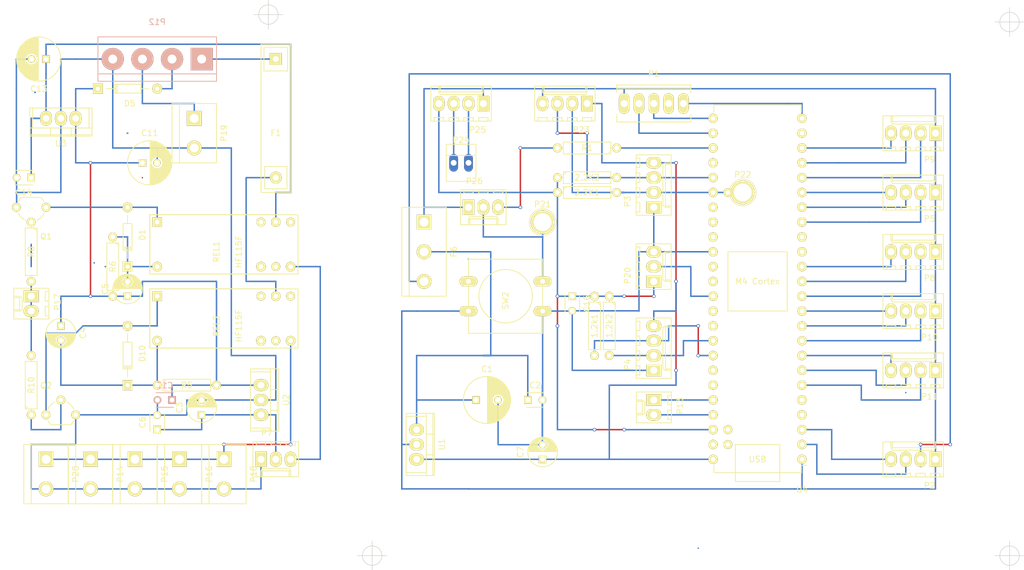
<source format=kicad_pcb>
(kicad_pcb (version 4) (host pcbnew 4.0.2-stable)

  (general
    (links 140)
    (no_connects 13)
    (area 0 0 0 0)
    (thickness 1.6)
    (drawings 4)
    (tracks 420)
    (zones 0)
    (modules 61)
    (nets 55)
  )

  (page A4)
  (layers
    (0 F.Cu signal)
    (31 B.Cu signal)
    (32 B.Adhes user)
    (33 F.Adhes user)
    (34 B.Paste user)
    (35 F.Paste user)
    (36 B.SilkS user)
    (37 F.SilkS user)
    (38 B.Mask user)
    (39 F.Mask user)
    (40 Dwgs.User user)
    (41 Cmts.User user)
    (42 Eco1.User user)
    (43 Eco2.User user)
    (44 Edge.Cuts user)
    (45 Margin user)
    (46 B.CrtYd user)
    (47 F.CrtYd user)
    (48 B.Fab user)
    (49 F.Fab user)
  )

  (setup
    (last_trace_width 0.25)
    (trace_clearance 0.2)
    (zone_clearance 0.508)
    (zone_45_only no)
    (trace_min 0.2)
    (segment_width 0.2)
    (edge_width 0.1)
    (via_size 0.6)
    (via_drill 0.4)
    (via_min_size 0.4)
    (via_min_drill 0.3)
    (uvia_size 0.3)
    (uvia_drill 0.1)
    (uvias_allowed no)
    (uvia_min_size 0.2)
    (uvia_min_drill 0.1)
    (pcb_text_width 0.3)
    (pcb_text_size 1.5 1.5)
    (mod_edge_width 0.15)
    (mod_text_size 1 1)
    (mod_text_width 0.15)
    (pad_size 1.5 1.5)
    (pad_drill 0.6)
    (pad_to_mask_clearance 0)
    (aux_axis_origin 158.75 127)
    (visible_elements 7FFFFFFF)
    (pcbplotparams
      (layerselection 0x00030_80000001)
      (usegerberextensions false)
      (excludeedgelayer true)
      (linewidth 0.100000)
      (plotframeref false)
      (viasonmask false)
      (mode 1)
      (useauxorigin false)
      (hpglpennumber 1)
      (hpglpenspeed 20)
      (hpglpendiameter 15)
      (hpglpenoverlay 2)
      (psnegative false)
      (psa4output false)
      (plotreference true)
      (plotvalue true)
      (plotinvisibletext false)
      (padsonsilk false)
      (subtractmaskfromsilk false)
      (outputformat 1)
      (mirror false)
      (drillshape 0)
      (scaleselection 1)
      (outputdirectory ""))
  )

  (net 0 "")
  (net 1 /EN2)
  (net 2 GNDPWR)
  (net 3 /EN4)
  (net 4 /CLK4)
  (net 5 /DIR4)
  (net 6 /EN3)
  (net 7 /CLK3)
  (net 8 /DIR2)
  (net 9 /CLK2)
  (net 10 /EN1)
  (net 11 /CLK1)
  (net 12 /DIR1)
  (net 13 /DIR3)
  (net 14 "Net-(D10-Pad2)")
  (net 15 "Net-(C11-Pad1)")
  (net 16 /12V)
  (net 17 /24V)
  (net 18 "Net-(F1-Pad2)")
  (net 19 "Net-(C13-Pad1)")
  (net 20 "Net-(D1-Pad2)")
  (net 21 "Net-(C5-Pad2)")
  (net 22 "Net-(C4-Pad2)")
  (net 23 /PowerSupplyServo)
  (net 24 /PowerSupplyStepper)
  (net 25 /PowerOnStepper)
  (net 26 /PowerOnServo)
  (net 27 /LoggerTX)
  (net 28 "Net-(P14-Pad1)")
  (net 29 /5V)
  (net 30 "Net-(Q1-Pad2)")
  (net 31 "Net-(Q2-Pad2)")
  (net 32 /RX5)
  (net 33 /TX5)
  (net 34 "Net-(P2-Pad3)")
  (net 35 "Net-(P2-Pad4)")
  (net 36 /SDA1)
  (net 37 /SCl1)
  (net 38 /SDA0)
  (net 39 /SCl0)
  (net 40 /CLK0)
  (net 41 /DIR0)
  (net 42 /En0)
  (net 43 "Net-(P20-Pad2)")
  (net 44 "Net-(P22-Pad1)")
  (net 45 /+5V)
  (net 46 /3.3V)
  (net 47 /VDD_uC_5V)
  (net 48 /VDDServo9V)
  (net 49 /VDD_Servo_9V)
  (net 50 /TX6)
  (net 51 /RX6)
  (net 52 "Net-(R1-Pad1)")
  (net 53 /RESET)
  (net 54 /Reset-LED)

  (net_class Default "Dies ist die voreingestellte Netzklasse."
    (clearance 0.2)
    (trace_width 0.25)
    (via_dia 0.6)
    (via_drill 0.4)
    (uvia_dia 0.3)
    (uvia_drill 0.1)
    (add_net /+5V)
    (add_net /12V)
    (add_net /24V)
    (add_net /3.3V)
    (add_net /5V)
    (add_net /CLK0)
    (add_net /CLK1)
    (add_net /CLK2)
    (add_net /CLK3)
    (add_net /CLK4)
    (add_net /DIR0)
    (add_net /DIR1)
    (add_net /DIR2)
    (add_net /DIR3)
    (add_net /DIR4)
    (add_net /EN1)
    (add_net /EN2)
    (add_net /EN3)
    (add_net /EN4)
    (add_net /En0)
    (add_net /LoggerTX)
    (add_net /PowerOnServo)
    (add_net /PowerOnStepper)
    (add_net /PowerSupplyServo)
    (add_net /PowerSupplyStepper)
    (add_net /RESET)
    (add_net /RX5)
    (add_net /RX6)
    (add_net /Reset-LED)
    (add_net /SCl0)
    (add_net /SCl1)
    (add_net /SDA0)
    (add_net /SDA1)
    (add_net /TX5)
    (add_net /TX6)
    (add_net /VDDServo9V)
    (add_net /VDD_Servo_9V)
    (add_net /VDD_uC_5V)
    (add_net GNDPWR)
    (add_net "Net-(C11-Pad1)")
    (add_net "Net-(C13-Pad1)")
    (add_net "Net-(C4-Pad2)")
    (add_net "Net-(C5-Pad2)")
    (add_net "Net-(D1-Pad2)")
    (add_net "Net-(D10-Pad2)")
    (add_net "Net-(F1-Pad2)")
    (add_net "Net-(P14-Pad1)")
    (add_net "Net-(P2-Pad3)")
    (add_net "Net-(P2-Pad4)")
    (add_net "Net-(P20-Pad2)")
    (add_net "Net-(P22-Pad1)")
    (add_net "Net-(Q1-Pad2)")
    (add_net "Net-(Q2-Pad2)")
    (add_net "Net-(R1-Pad1)")
  )

  (module Connectors_Molex:Molex_KK_6410-04 (layer F.Cu) (tedit 56C6219D) (tstamp 577BA40E)
    (at 157.48 93.98 90)
    (descr "Connector Headers with Friction Lock, 22-27-2041, http://www.molex.com/pdm_docs/sd/022272021_sd.pdf")
    (tags "connector molex kk_6410 22-27-2041")
    (path /572B216F)
    (fp_text reference P4 (at 1 -4.5 90) (layer F.SilkS)
      (effects (font (size 1 1) (thickness 0.15)))
    )
    (fp_text value "Encoder Socket 0" (at 3.81 4.5 90) (layer F.Fab)
      (effects (font (size 1 1) (thickness 0.15)))
    )
    (fp_line (start -1.37 -3.02) (end -1.37 2.98) (layer F.SilkS) (width 0.15))
    (fp_line (start -1.37 2.98) (end 8.99 2.98) (layer F.SilkS) (width 0.15))
    (fp_line (start 8.99 2.98) (end 8.99 -3.02) (layer F.SilkS) (width 0.15))
    (fp_line (start 8.99 -3.02) (end -1.37 -3.02) (layer F.SilkS) (width 0.15))
    (fp_line (start 0 2.98) (end 0 1.98) (layer F.SilkS) (width 0.15))
    (fp_line (start 0 1.98) (end 7.62 1.98) (layer F.SilkS) (width 0.15))
    (fp_line (start 7.62 1.98) (end 7.62 2.98) (layer F.SilkS) (width 0.15))
    (fp_line (start 0 1.98) (end 0.25 1.55) (layer F.SilkS) (width 0.15))
    (fp_line (start 0.25 1.55) (end 7.37 1.55) (layer F.SilkS) (width 0.15))
    (fp_line (start 7.37 1.55) (end 7.62 1.98) (layer F.SilkS) (width 0.15))
    (fp_line (start 0.25 2.98) (end 0.25 1.98) (layer F.SilkS) (width 0.15))
    (fp_line (start 7.37 2.98) (end 7.37 1.98) (layer F.SilkS) (width 0.15))
    (fp_line (start -0.8 -3.02) (end -0.8 -2.4) (layer F.SilkS) (width 0.15))
    (fp_line (start -0.8 -2.4) (end 0.8 -2.4) (layer F.SilkS) (width 0.15))
    (fp_line (start 0.8 -2.4) (end 0.8 -3.02) (layer F.SilkS) (width 0.15))
    (fp_line (start 1.74 -3.02) (end 1.74 -2.4) (layer F.SilkS) (width 0.15))
    (fp_line (start 1.74 -2.4) (end 3.34 -2.4) (layer F.SilkS) (width 0.15))
    (fp_line (start 3.34 -2.4) (end 3.34 -3.02) (layer F.SilkS) (width 0.15))
    (fp_line (start 4.28 -3.02) (end 4.28 -2.4) (layer F.SilkS) (width 0.15))
    (fp_line (start 4.28 -2.4) (end 5.88 -2.4) (layer F.SilkS) (width 0.15))
    (fp_line (start 5.88 -2.4) (end 5.88 -3.02) (layer F.SilkS) (width 0.15))
    (fp_line (start 6.82 -3.02) (end 6.82 -2.4) (layer F.SilkS) (width 0.15))
    (fp_line (start 6.82 -2.4) (end 8.42 -2.4) (layer F.SilkS) (width 0.15))
    (fp_line (start 8.42 -2.4) (end 8.42 -3.02) (layer F.SilkS) (width 0.15))
    (fp_line (start -1.9 3.5) (end -1.9 -3.55) (layer F.CrtYd) (width 0.05))
    (fp_line (start -1.9 -3.55) (end 9.5 -3.55) (layer F.CrtYd) (width 0.05))
    (fp_line (start 9.5 -3.55) (end 9.5 3.5) (layer F.CrtYd) (width 0.05))
    (fp_line (start 9.5 3.5) (end -1.9 3.5) (layer F.CrtYd) (width 0.05))
    (pad 1 thru_hole rect (at 0 0 90) (size 2 2.6) (drill 1.2) (layers *.Cu *.Mask F.SilkS)
      (net 2 GNDPWR))
    (pad 2 thru_hole oval (at 2.54 0 90) (size 2 2.6) (drill 1.2) (layers *.Cu *.Mask F.SilkS)
      (net 38 /SDA0))
    (pad 3 thru_hole oval (at 5.08 0 90) (size 2 2.6) (drill 1.2) (layers *.Cu *.Mask F.SilkS)
      (net 39 /SCl0))
    (pad 4 thru_hole oval (at 7.62 0 90) (size 2 2.6) (drill 1.2) (layers *.Cu *.Mask F.SilkS)
      (net 45 /+5V))
  )

  (module Connect:bornier3 (layer F.Cu) (tedit 0) (tstamp 5792839D)
    (at 118.11 73.66 270)
    (descr "Bornier d'alimentation 3 pins")
    (tags DEV)
    (path /577B0A3C)
    (fp_text reference P6 (at 0 -5.08 270) (layer F.SilkS)
      (effects (font (size 1 1) (thickness 0.15)))
    )
    (fp_text value "Power In uC Servo 9V" (at 0 5.08 270) (layer F.Fab)
      (effects (font (size 1 1) (thickness 0.15)))
    )
    (fp_line (start -7.62 3.81) (end -7.62 -3.81) (layer F.SilkS) (width 0.15))
    (fp_line (start 7.62 3.81) (end 7.62 -3.81) (layer F.SilkS) (width 0.15))
    (fp_line (start -7.62 2.54) (end 7.62 2.54) (layer F.SilkS) (width 0.15))
    (fp_line (start -7.62 -3.81) (end 7.62 -3.81) (layer F.SilkS) (width 0.15))
    (fp_line (start -7.62 3.81) (end 7.62 3.81) (layer F.SilkS) (width 0.15))
    (pad 1 thru_hole rect (at -5.08 0 270) (size 2.54 2.54) (drill 1.524) (layers *.Cu *.Mask F.SilkS)
      (net 2 GNDPWR))
    (pad 2 thru_hole circle (at 0 0 270) (size 2.54 2.54) (drill 1.524) (layers *.Cu *.Mask F.SilkS)
      (net 47 /VDD_uC_5V))
    (pad 3 thru_hole circle (at 5.08 0 270) (size 2.54 2.54) (drill 1.524) (layers *.Cu *.Mask F.SilkS)
      (net 48 /VDDServo9V))
    (model Connect.3dshapes/bornier3.wrl
      (at (xyz 0 0 0))
      (scale (xyz 1 1 1))
      (rotate (xyz 0 0 0))
    )
  )

  (module Power_Integrations:TO-220 (layer F.Cu) (tedit 0) (tstamp 577A5FB6)
    (at 55.88 50.8 180)
    (descr "Non Isolated JEDEC TO-220 Package")
    (tags "Power Integration YN Package")
    (path /577CA6A6)
    (fp_text reference U3 (at 0 -4.318 180) (layer F.SilkS)
      (effects (font (size 1 1) (thickness 0.15)))
    )
    (fp_text value LM7809ACT (at 0 -4.318 180) (layer F.Fab)
      (effects (font (size 1 1) (thickness 0.15)))
    )
    (fp_line (start 4.826 -1.651) (end 4.826 1.778) (layer F.SilkS) (width 0.15))
    (fp_line (start -4.826 -1.651) (end -4.826 1.778) (layer F.SilkS) (width 0.15))
    (fp_line (start 5.334 -2.794) (end -5.334 -2.794) (layer F.SilkS) (width 0.15))
    (fp_line (start 1.778 -1.778) (end 1.778 -3.048) (layer F.SilkS) (width 0.15))
    (fp_line (start -1.778 -1.778) (end -1.778 -3.048) (layer F.SilkS) (width 0.15))
    (fp_line (start -5.334 -1.651) (end 5.334 -1.651) (layer F.SilkS) (width 0.15))
    (fp_line (start 5.334 1.778) (end -5.334 1.778) (layer F.SilkS) (width 0.15))
    (fp_line (start -5.334 -3.048) (end -5.334 1.778) (layer F.SilkS) (width 0.15))
    (fp_line (start 5.334 -3.048) (end 5.334 1.778) (layer F.SilkS) (width 0.15))
    (fp_line (start 5.334 -3.048) (end -5.334 -3.048) (layer F.SilkS) (width 0.15))
    (pad 2 thru_hole oval (at 0 0 180) (size 2.032 2.54) (drill 1.143) (layers *.Cu *.Mask F.SilkS)
      (net 2 GNDPWR))
    (pad 3 thru_hole oval (at 2.54 0 180) (size 2.032 2.54) (drill 1.143) (layers *.Cu *.Mask F.SilkS)
      (net 19 "Net-(C13-Pad1)"))
    (pad 1 thru_hole oval (at -2.54 0 180) (size 2.032 2.54) (drill 1.143) (layers *.Cu *.Mask F.SilkS)
      (net 15 "Net-(C11-Pad1)"))
  )

  (module Connectors_Molex:Molex_KK_6410-03 (layer F.Cu) (tedit 56C6219D) (tstamp 577AEDD2)
    (at 90.17 109.22)
    (descr "Connector Headers with Friction Lock, 22-27-2031, http://www.molex.com/pdm_docs/sd/022272021_sd.pdf")
    (tags "connector molex kk_6410 22-27-2031")
    (path /577B22DC)
    (fp_text reference P7 (at 1 -4.5) (layer F.SilkS)
      (effects (font (size 1 1) (thickness 0.15)))
    )
    (fp_text value "Power Out uC Servo" (at 2.54 4.5) (layer F.Fab)
      (effects (font (size 1 1) (thickness 0.15)))
    )
    (fp_line (start -1.37 -3.02) (end -1.37 2.98) (layer F.SilkS) (width 0.15))
    (fp_line (start -1.37 2.98) (end 6.45 2.98) (layer F.SilkS) (width 0.15))
    (fp_line (start 6.45 2.98) (end 6.45 -3.02) (layer F.SilkS) (width 0.15))
    (fp_line (start 6.45 -3.02) (end -1.37 -3.02) (layer F.SilkS) (width 0.15))
    (fp_line (start 0 2.98) (end 0 1.98) (layer F.SilkS) (width 0.15))
    (fp_line (start 0 1.98) (end 5.08 1.98) (layer F.SilkS) (width 0.15))
    (fp_line (start 5.08 1.98) (end 5.08 2.98) (layer F.SilkS) (width 0.15))
    (fp_line (start 0 1.98) (end 0.25 1.55) (layer F.SilkS) (width 0.15))
    (fp_line (start 0.25 1.55) (end 4.83 1.55) (layer F.SilkS) (width 0.15))
    (fp_line (start 4.83 1.55) (end 5.08 1.98) (layer F.SilkS) (width 0.15))
    (fp_line (start 0.25 2.98) (end 0.25 1.98) (layer F.SilkS) (width 0.15))
    (fp_line (start 4.83 2.98) (end 4.83 1.98) (layer F.SilkS) (width 0.15))
    (fp_line (start -0.8 -3.02) (end -0.8 -2.4) (layer F.SilkS) (width 0.15))
    (fp_line (start -0.8 -2.4) (end 0.8 -2.4) (layer F.SilkS) (width 0.15))
    (fp_line (start 0.8 -2.4) (end 0.8 -3.02) (layer F.SilkS) (width 0.15))
    (fp_line (start 1.74 -3.02) (end 1.74 -2.4) (layer F.SilkS) (width 0.15))
    (fp_line (start 1.74 -2.4) (end 3.34 -2.4) (layer F.SilkS) (width 0.15))
    (fp_line (start 3.34 -2.4) (end 3.34 -3.02) (layer F.SilkS) (width 0.15))
    (fp_line (start 4.28 -3.02) (end 4.28 -2.4) (layer F.SilkS) (width 0.15))
    (fp_line (start 4.28 -2.4) (end 5.88 -2.4) (layer F.SilkS) (width 0.15))
    (fp_line (start 5.88 -2.4) (end 5.88 -3.02) (layer F.SilkS) (width 0.15))
    (fp_line (start -1.9 3.5) (end -1.9 -3.55) (layer F.CrtYd) (width 0.05))
    (fp_line (start -1.9 -3.55) (end 7 -3.55) (layer F.CrtYd) (width 0.05))
    (fp_line (start 7 -3.55) (end 7 3.5) (layer F.CrtYd) (width 0.05))
    (fp_line (start 7 3.5) (end -1.9 3.5) (layer F.CrtYd) (width 0.05))
    (pad 1 thru_hole rect (at 0 0) (size 2 2.6) (drill 1.2) (layers *.Cu *.Mask F.SilkS)
      (net 2 GNDPWR))
    (pad 2 thru_hole oval (at 2.54 0) (size 2 2.6) (drill 1.2) (layers *.Cu *.Mask F.SilkS)
      (net 47 /VDD_uC_5V))
    (pad 3 thru_hole oval (at 5.08 0) (size 2 2.6) (drill 1.2) (layers *.Cu *.Mask F.SilkS)
      (net 49 /VDD_Servo_9V))
  )

  (module BotCortex:FUSE_HOLDER (layer F.Cu) (tedit 578A7036) (tstamp 578A71B0)
    (at 92.71 60.96)
    (descr "Through hole pin header")
    (tags "pin header")
    (path /5859C738)
    (fp_text reference F1 (at 0 -7.64) (layer F.SilkS)
      (effects (font (size 1 1) (thickness 0.15)))
    )
    (fp_text value FUSE (at 0 -5.64) (layer F.Fab)
      (effects (font (size 1 1) (thickness 0.15)))
    )
    (fp_line (start -2.032 -22.352) (end -2.032 -18.288) (layer F.SilkS) (width 0.15))
    (fp_line (start -2.032 -18.288) (end 2.032 -18.288) (layer F.SilkS) (width 0.15))
    (fp_line (start 2.032 -18.288) (end 2.032 -22.352) (layer F.SilkS) (width 0.15))
    (fp_line (start 2.032 -22.352) (end -2.032 -22.352) (layer F.SilkS) (width 0.15))
    (fp_line (start 2.54 2.54) (end 2.54 -22.86) (layer F.SilkS) (width 0.15))
    (fp_line (start 2.54 -22.86) (end -2.54 -22.86) (layer F.SilkS) (width 0.15))
    (fp_line (start -2.54 -22.86) (end -2.54 2.54) (layer F.SilkS) (width 0.15))
    (fp_line (start -2.54 2.54) (end 2.54 2.54) (layer F.SilkS) (width 0.15))
    (fp_line (start -1.905 1.27) (end -1.905 -1.905) (layer F.SilkS) (width 0.15))
    (fp_line (start -1.905 -1.905) (end 1.905 -1.905) (layer F.SilkS) (width 0.15))
    (fp_line (start 1.905 -1.905) (end 1.905 1.905) (layer F.SilkS) (width 0.15))
    (fp_line (start 1.905 1.905) (end -1.905 1.905) (layer F.SilkS) (width 0.15))
    (fp_line (start -1.905 1.905) (end -1.905 1.27) (layer F.SilkS) (width 0.15))
    (pad 1 thru_hole rect (at 0 -20.32) (size 2.032 2.032) (drill 1.016) (layers *.Cu *.Mask F.SilkS)
      (net 17 /24V))
    (pad 2 thru_hole oval (at 0 0) (size 2.032 2.032) (drill 1.016) (layers *.Cu *.Mask F.SilkS)
      (net 18 "Net-(F1-Pad2)"))
    (model Pin_Headers.3dshapes/Pin_Header_Straight_1x02.wrl
      (at (xyz 0 -0.05 0))
      (scale (xyz 1 1 1))
      (rotate (xyz 0 0 90))
    )
  )

  (module Capacitors_ThroughHole:C_Radial_D7.5_L11.2_P2.5 (layer F.Cu) (tedit 0) (tstamp 577A62D3)
    (at 69.85 58.42)
    (descr "Radial Electrolytic Capacitor Diameter 7.5mm x Length 11.2mm, Pitch 2.5mm")
    (tags "Electrolytic Capacitor")
    (path /577CA6A7)
    (fp_text reference C11 (at 1.25 -5.1) (layer F.SilkS)
      (effects (font (size 1 1) (thickness 0.15)))
    )
    (fp_text value 2200uF (at 1.25 5.1) (layer F.Fab)
      (effects (font (size 1 1) (thickness 0.15)))
    )
    (fp_line (start 1.325 -3.749) (end 1.325 3.749) (layer F.SilkS) (width 0.15))
    (fp_line (start 1.465 -3.744) (end 1.465 3.744) (layer F.SilkS) (width 0.15))
    (fp_line (start 1.605 -3.733) (end 1.605 -0.446) (layer F.SilkS) (width 0.15))
    (fp_line (start 1.605 0.446) (end 1.605 3.733) (layer F.SilkS) (width 0.15))
    (fp_line (start 1.745 -3.717) (end 1.745 -0.656) (layer F.SilkS) (width 0.15))
    (fp_line (start 1.745 0.656) (end 1.745 3.717) (layer F.SilkS) (width 0.15))
    (fp_line (start 1.885 -3.696) (end 1.885 -0.789) (layer F.SilkS) (width 0.15))
    (fp_line (start 1.885 0.789) (end 1.885 3.696) (layer F.SilkS) (width 0.15))
    (fp_line (start 2.025 -3.669) (end 2.025 -0.88) (layer F.SilkS) (width 0.15))
    (fp_line (start 2.025 0.88) (end 2.025 3.669) (layer F.SilkS) (width 0.15))
    (fp_line (start 2.165 -3.637) (end 2.165 -0.942) (layer F.SilkS) (width 0.15))
    (fp_line (start 2.165 0.942) (end 2.165 3.637) (layer F.SilkS) (width 0.15))
    (fp_line (start 2.305 -3.599) (end 2.305 -0.981) (layer F.SilkS) (width 0.15))
    (fp_line (start 2.305 0.981) (end 2.305 3.599) (layer F.SilkS) (width 0.15))
    (fp_line (start 2.445 -3.555) (end 2.445 -0.998) (layer F.SilkS) (width 0.15))
    (fp_line (start 2.445 0.998) (end 2.445 3.555) (layer F.SilkS) (width 0.15))
    (fp_line (start 2.585 -3.504) (end 2.585 -0.996) (layer F.SilkS) (width 0.15))
    (fp_line (start 2.585 0.996) (end 2.585 3.504) (layer F.SilkS) (width 0.15))
    (fp_line (start 2.725 -3.448) (end 2.725 -0.974) (layer F.SilkS) (width 0.15))
    (fp_line (start 2.725 0.974) (end 2.725 3.448) (layer F.SilkS) (width 0.15))
    (fp_line (start 2.865 -3.384) (end 2.865 -0.931) (layer F.SilkS) (width 0.15))
    (fp_line (start 2.865 0.931) (end 2.865 3.384) (layer F.SilkS) (width 0.15))
    (fp_line (start 3.005 -3.314) (end 3.005 -0.863) (layer F.SilkS) (width 0.15))
    (fp_line (start 3.005 0.863) (end 3.005 3.314) (layer F.SilkS) (width 0.15))
    (fp_line (start 3.145 -3.236) (end 3.145 -0.764) (layer F.SilkS) (width 0.15))
    (fp_line (start 3.145 0.764) (end 3.145 3.236) (layer F.SilkS) (width 0.15))
    (fp_line (start 3.285 -3.15) (end 3.285 -0.619) (layer F.SilkS) (width 0.15))
    (fp_line (start 3.285 0.619) (end 3.285 3.15) (layer F.SilkS) (width 0.15))
    (fp_line (start 3.425 -3.055) (end 3.425 -0.38) (layer F.SilkS) (width 0.15))
    (fp_line (start 3.425 0.38) (end 3.425 3.055) (layer F.SilkS) (width 0.15))
    (fp_line (start 3.565 -2.95) (end 3.565 2.95) (layer F.SilkS) (width 0.15))
    (fp_line (start 3.705 -2.835) (end 3.705 2.835) (layer F.SilkS) (width 0.15))
    (fp_line (start 3.845 -2.707) (end 3.845 2.707) (layer F.SilkS) (width 0.15))
    (fp_line (start 3.985 -2.566) (end 3.985 2.566) (layer F.SilkS) (width 0.15))
    (fp_line (start 4.125 -2.408) (end 4.125 2.408) (layer F.SilkS) (width 0.15))
    (fp_line (start 4.265 -2.23) (end 4.265 2.23) (layer F.SilkS) (width 0.15))
    (fp_line (start 4.405 -2.027) (end 4.405 2.027) (layer F.SilkS) (width 0.15))
    (fp_line (start 4.545 -1.79) (end 4.545 1.79) (layer F.SilkS) (width 0.15))
    (fp_line (start 4.685 -1.504) (end 4.685 1.504) (layer F.SilkS) (width 0.15))
    (fp_line (start 4.825 -1.132) (end 4.825 1.132) (layer F.SilkS) (width 0.15))
    (fp_line (start 4.965 -0.511) (end 4.965 0.511) (layer F.SilkS) (width 0.15))
    (fp_circle (center 2.5 0) (end 2.5 -1) (layer F.SilkS) (width 0.15))
    (fp_circle (center 1.25 0) (end 1.25 -3.7875) (layer F.SilkS) (width 0.15))
    (fp_circle (center 1.25 0) (end 1.25 -4.1) (layer F.CrtYd) (width 0.05))
    (pad 2 thru_hole circle (at 2.5 0) (size 1.3 1.3) (drill 0.8) (layers *.Cu *.Mask F.SilkS)
      (net 2 GNDPWR))
    (pad 1 thru_hole rect (at 0 0) (size 1.3 1.3) (drill 0.8) (layers *.Cu *.Mask F.SilkS)
      (net 15 "Net-(C11-Pad1)"))
    (model Capacitors_ThroughHole.3dshapes/C_Radial_D7.5_L11.2_P2.5.wrl
      (at (xyz 0 0 0))
      (scale (xyz 1 1 1))
      (rotate (xyz 0 0 0))
    )
  )

  (module Capacitors_ThroughHole:C_Disc_D3_P2.5 (layer F.Cu) (tedit 0) (tstamp 576C55F7)
    (at 143.51 81.28 270)
    (descr "Capacitor 3mm Disc, Pitch 2.5mm")
    (tags Capacitor)
    (path /50E7F8BE)
    (fp_text reference C16 (at 1.25 -2.5 270) (layer F.SilkS)
      (effects (font (size 1 1) (thickness 0.15)))
    )
    (fp_text value 100nF (at 1.25 2.5 270) (layer F.Fab)
      (effects (font (size 1 1) (thickness 0.15)))
    )
    (fp_line (start -0.9 -1.5) (end 3.4 -1.5) (layer F.CrtYd) (width 0.05))
    (fp_line (start 3.4 -1.5) (end 3.4 1.5) (layer F.CrtYd) (width 0.05))
    (fp_line (start 3.4 1.5) (end -0.9 1.5) (layer F.CrtYd) (width 0.05))
    (fp_line (start -0.9 1.5) (end -0.9 -1.5) (layer F.CrtYd) (width 0.05))
    (fp_line (start -0.25 -1.25) (end 2.75 -1.25) (layer F.SilkS) (width 0.15))
    (fp_line (start 2.75 1.25) (end -0.25 1.25) (layer F.SilkS) (width 0.15))
    (pad 1 thru_hole rect (at 0 0 270) (size 1.3 1.3) (drill 0.8) (layers *.Cu *.Mask F.SilkS)
      (net 46 /3.3V))
    (pad 2 thru_hole circle (at 2.5 0 270) (size 1.3 1.3) (drill 0.8001) (layers *.Cu *.Mask F.SilkS)
      (net 2 GNDPWR))
    (model Capacitors_ThroughHole.3dshapes/C_Disc_D3_P2.5.wrl
      (at (xyz 0.0492126 0 0))
      (scale (xyz 1 1 1))
      (rotate (xyz 0 0 0))
    )
  )

  (module Buttons_Switches_ThroughHole:SW_PUSH-12mm (layer F.Cu) (tedit 578A9EC5) (tstamp 576C57B4)
    (at 132.08 81.28 180)
    (path /50E56802)
    (fp_text reference SW2 (at 0 -0.762 270) (layer F.SilkS)
      (effects (font (size 1 1) (thickness 0.15)))
    )
    (fp_text value reset (at 0 1.016 180) (layer F.Fab)
      (effects (font (size 1 1) (thickness 0.15)))
    )
    (fp_circle (center 0 0) (end 3.81 2.54) (layer F.SilkS) (width 0.15))
    (fp_line (start -6.35 -6.35) (end 6.35 -6.35) (layer F.SilkS) (width 0.15))
    (fp_line (start 6.35 -6.35) (end 6.35 6.35) (layer F.SilkS) (width 0.15))
    (fp_line (start 6.35 6.35) (end -6.35 6.35) (layer F.SilkS) (width 0.15))
    (fp_line (start -6.35 6.35) (end -6.35 -6.35) (layer F.SilkS) (width 0.15))
    (pad 1 thru_hole oval (at 6.35 -2.54 180) (size 3.048 1.7272) (drill 0.8128) (layers *.Cu *.Mask F.SilkS)
      (net 2 GNDPWR))
    (pad 2 thru_hole oval (at 6.35 2.54 180) (size 3.048 1.7272) (drill 0.8128) (layers *.Cu *.Mask F.SilkS)
      (net 53 /RESET))
    (pad 1 thru_hole oval (at -6.35 -2.54 180) (size 3.048 1.7272) (drill 0.8128) (layers *.Cu *.Mask F.SilkS)
      (net 2 GNDPWR))
    (pad 2 thru_hole oval (at -6.35 2.54 180) (size 3.048 1.7272) (drill 0.8128) (layers *.Cu *.Mask F.SilkS)
      (net 53 /RESET))
    (model Buttons_Switches_ThroughHole.3dshapes/SW_PUSH-12mm.wrl
      (at (xyz 0 0 0))
      (scale (xyz 4 4 4))
      (rotate (xyz 0 0 0))
    )
  )

  (module Capacitors_ThroughHole:C_Radial_D8_L13_P3.8 (layer F.Cu) (tedit 0) (tstamp 577184CA)
    (at 127 99.06)
    (descr "Radial Electrolytic Capacitor Diameter 8mm x Length 13mm, Pitch 3.8mm")
    (tags "Electrolytic Capacitor")
    (path /576C5164)
    (fp_text reference C1 (at 1.9 -5.3) (layer F.SilkS)
      (effects (font (size 1 1) (thickness 0.15)))
    )
    (fp_text value 47uF (at 1.9 5.3) (layer F.Fab)
      (effects (font (size 1 1) (thickness 0.15)))
    )
    (fp_line (start 1.975 -3.999) (end 1.975 3.999) (layer F.SilkS) (width 0.15))
    (fp_line (start 2.115 -3.994) (end 2.115 3.994) (layer F.SilkS) (width 0.15))
    (fp_line (start 2.255 -3.984) (end 2.255 3.984) (layer F.SilkS) (width 0.15))
    (fp_line (start 2.395 -3.969) (end 2.395 3.969) (layer F.SilkS) (width 0.15))
    (fp_line (start 2.535 -3.949) (end 2.535 3.949) (layer F.SilkS) (width 0.15))
    (fp_line (start 2.675 -3.924) (end 2.675 3.924) (layer F.SilkS) (width 0.15))
    (fp_line (start 2.815 -3.894) (end 2.815 -0.173) (layer F.SilkS) (width 0.15))
    (fp_line (start 2.815 0.173) (end 2.815 3.894) (layer F.SilkS) (width 0.15))
    (fp_line (start 2.955 -3.858) (end 2.955 -0.535) (layer F.SilkS) (width 0.15))
    (fp_line (start 2.955 0.535) (end 2.955 3.858) (layer F.SilkS) (width 0.15))
    (fp_line (start 3.095 -3.817) (end 3.095 -0.709) (layer F.SilkS) (width 0.15))
    (fp_line (start 3.095 0.709) (end 3.095 3.817) (layer F.SilkS) (width 0.15))
    (fp_line (start 3.235 -3.771) (end 3.235 -0.825) (layer F.SilkS) (width 0.15))
    (fp_line (start 3.235 0.825) (end 3.235 3.771) (layer F.SilkS) (width 0.15))
    (fp_line (start 3.375 -3.718) (end 3.375 -0.905) (layer F.SilkS) (width 0.15))
    (fp_line (start 3.375 0.905) (end 3.375 3.718) (layer F.SilkS) (width 0.15))
    (fp_line (start 3.515 -3.659) (end 3.515 -0.959) (layer F.SilkS) (width 0.15))
    (fp_line (start 3.515 0.959) (end 3.515 3.659) (layer F.SilkS) (width 0.15))
    (fp_line (start 3.655 -3.594) (end 3.655 -0.989) (layer F.SilkS) (width 0.15))
    (fp_line (start 3.655 0.989) (end 3.655 3.594) (layer F.SilkS) (width 0.15))
    (fp_line (start 3.795 -3.523) (end 3.795 -1) (layer F.SilkS) (width 0.15))
    (fp_line (start 3.795 1) (end 3.795 3.523) (layer F.SilkS) (width 0.15))
    (fp_line (start 3.935 -3.444) (end 3.935 -0.991) (layer F.SilkS) (width 0.15))
    (fp_line (start 3.935 0.991) (end 3.935 3.444) (layer F.SilkS) (width 0.15))
    (fp_line (start 4.075 -3.357) (end 4.075 -0.961) (layer F.SilkS) (width 0.15))
    (fp_line (start 4.075 0.961) (end 4.075 3.357) (layer F.SilkS) (width 0.15))
    (fp_line (start 4.215 -3.262) (end 4.215 -0.91) (layer F.SilkS) (width 0.15))
    (fp_line (start 4.215 0.91) (end 4.215 3.262) (layer F.SilkS) (width 0.15))
    (fp_line (start 4.355 -3.158) (end 4.355 -0.832) (layer F.SilkS) (width 0.15))
    (fp_line (start 4.355 0.832) (end 4.355 3.158) (layer F.SilkS) (width 0.15))
    (fp_line (start 4.495 -3.044) (end 4.495 -0.719) (layer F.SilkS) (width 0.15))
    (fp_line (start 4.495 0.719) (end 4.495 3.044) (layer F.SilkS) (width 0.15))
    (fp_line (start 4.635 -2.919) (end 4.635 -0.55) (layer F.SilkS) (width 0.15))
    (fp_line (start 4.635 0.55) (end 4.635 2.919) (layer F.SilkS) (width 0.15))
    (fp_line (start 4.775 -2.781) (end 4.775 -0.222) (layer F.SilkS) (width 0.15))
    (fp_line (start 4.775 0.222) (end 4.775 2.781) (layer F.SilkS) (width 0.15))
    (fp_line (start 4.915 -2.629) (end 4.915 2.629) (layer F.SilkS) (width 0.15))
    (fp_line (start 5.055 -2.459) (end 5.055 2.459) (layer F.SilkS) (width 0.15))
    (fp_line (start 5.195 -2.268) (end 5.195 2.268) (layer F.SilkS) (width 0.15))
    (fp_line (start 5.335 -2.05) (end 5.335 2.05) (layer F.SilkS) (width 0.15))
    (fp_line (start 5.475 -1.794) (end 5.475 1.794) (layer F.SilkS) (width 0.15))
    (fp_line (start 5.615 -1.483) (end 5.615 1.483) (layer F.SilkS) (width 0.15))
    (fp_line (start 5.755 -1.067) (end 5.755 1.067) (layer F.SilkS) (width 0.15))
    (fp_line (start 5.895 -0.2) (end 5.895 0.2) (layer F.SilkS) (width 0.15))
    (fp_circle (center 3.8 0) (end 3.8 -1) (layer F.SilkS) (width 0.15))
    (fp_circle (center 1.9 0) (end 1.9 -4.0375) (layer F.SilkS) (width 0.15))
    (fp_circle (center 1.9 0) (end 1.9 -4.3) (layer F.CrtYd) (width 0.05))
    (pad 1 thru_hole rect (at 0 0) (size 1.3 1.3) (drill 0.8) (layers *.Cu *.Mask F.SilkS)
      (net 47 /VDD_uC_5V))
    (pad 2 thru_hole circle (at 3.8 0) (size 1.3 1.3) (drill 0.8) (layers *.Cu *.Mask F.SilkS)
      (net 2 GNDPWR))
    (model Capacitors_ThroughHole.3dshapes/C_Radial_D8_L13_P3.8.wrl
      (at (xyz 0.0748031 0 0))
      (scale (xyz 1 1 1))
      (rotate (xyz 0 0 90))
    )
  )

  (module Capacitors_ThroughHole:C_Disc_D3_P2.5 (layer F.Cu) (tedit 0) (tstamp 577184FE)
    (at 135.89 99.06)
    (descr "Capacitor 3mm Disc, Pitch 2.5mm")
    (tags Capacitor)
    (path /576C5127)
    (fp_text reference C2 (at 1.25 -2.5) (layer F.SilkS)
      (effects (font (size 1 1) (thickness 0.15)))
    )
    (fp_text value 100nF (at 1.25 2.5) (layer F.Fab)
      (effects (font (size 1 1) (thickness 0.15)))
    )
    (fp_line (start -0.9 -1.5) (end 3.4 -1.5) (layer F.CrtYd) (width 0.05))
    (fp_line (start 3.4 -1.5) (end 3.4 1.5) (layer F.CrtYd) (width 0.05))
    (fp_line (start 3.4 1.5) (end -0.9 1.5) (layer F.CrtYd) (width 0.05))
    (fp_line (start -0.9 1.5) (end -0.9 -1.5) (layer F.CrtYd) (width 0.05))
    (fp_line (start -0.25 -1.25) (end 2.75 -1.25) (layer F.SilkS) (width 0.15))
    (fp_line (start 2.75 1.25) (end -0.25 1.25) (layer F.SilkS) (width 0.15))
    (pad 1 thru_hole rect (at 0 0) (size 1.3 1.3) (drill 0.8) (layers *.Cu *.Mask F.SilkS)
      (net 47 /VDD_uC_5V))
    (pad 2 thru_hole circle (at 2.5 0) (size 1.3 1.3) (drill 0.8001) (layers *.Cu *.Mask F.SilkS)
      (net 2 GNDPWR))
    (model Capacitors_ThroughHole.3dshapes/C_Disc_D3_P2.5.wrl
      (at (xyz 0.0492126 0 0))
      (scale (xyz 1 1 1))
      (rotate (xyz 0 0 0))
    )
  )

  (module Discret:R4 (layer F.Cu) (tedit 0) (tstamp 577A5F99)
    (at 50.8 73.66 270)
    (descr "Resitance 4 pas")
    (tags R)
    (path /577CA6AF)
    (fp_text reference R8 (at 0 0 270) (layer F.SilkS)
      (effects (font (size 1 1) (thickness 0.15)))
    )
    (fp_text value 1K (at 0 0 270) (layer F.Fab)
      (effects (font (size 1 1) (thickness 0.15)))
    )
    (fp_line (start -5.08 0) (end -4.064 0) (layer F.SilkS) (width 0.15))
    (fp_line (start -4.064 0) (end -4.064 -1.016) (layer F.SilkS) (width 0.15))
    (fp_line (start -4.064 -1.016) (end 4.064 -1.016) (layer F.SilkS) (width 0.15))
    (fp_line (start 4.064 -1.016) (end 4.064 1.016) (layer F.SilkS) (width 0.15))
    (fp_line (start 4.064 1.016) (end -4.064 1.016) (layer F.SilkS) (width 0.15))
    (fp_line (start -4.064 1.016) (end -4.064 0) (layer F.SilkS) (width 0.15))
    (fp_line (start -4.064 -0.508) (end -3.556 -1.016) (layer F.SilkS) (width 0.15))
    (fp_line (start 5.08 0) (end 4.064 0) (layer F.SilkS) (width 0.15))
    (pad 1 thru_hole circle (at -5.08 0 270) (size 1.524 1.524) (drill 0.8128) (layers *.Cu *.Mask F.SilkS)
      (net 30 "Net-(Q1-Pad2)"))
    (pad 2 thru_hole circle (at 5.08 0 270) (size 1.524 1.524) (drill 0.8128) (layers *.Cu *.Mask F.SilkS)
      (net 25 /PowerOnStepper))
    (model Discret.3dshapes/R4.wrl
      (at (xyz 0 0 0))
      (scale (xyz 0.4 0.4 0.4))
      (rotate (xyz 0 0 0))
    )
  )

  (module Capacitors_ThroughHole:C_Radial_D5_L6_P2.5 (layer F.Cu) (tedit 0) (tstamp 577A60BF)
    (at 138.43 109.22 90)
    (descr "Radial Electrolytic Capacitor Diameter 5mm x Length 6mm, Pitch 2.5mm")
    (tags "Electrolytic Capacitor")
    (path /577C4445)
    (fp_text reference C7 (at 1.25 -3.8 90) (layer F.SilkS)
      (effects (font (size 1 1) (thickness 0.15)))
    )
    (fp_text value 47uF (at 1.25 3.8 90) (layer F.Fab)
      (effects (font (size 1 1) (thickness 0.15)))
    )
    (fp_line (start 1.325 -2.499) (end 1.325 2.499) (layer F.SilkS) (width 0.15))
    (fp_line (start 1.465 -2.491) (end 1.465 2.491) (layer F.SilkS) (width 0.15))
    (fp_line (start 1.605 -2.475) (end 1.605 -0.095) (layer F.SilkS) (width 0.15))
    (fp_line (start 1.605 0.095) (end 1.605 2.475) (layer F.SilkS) (width 0.15))
    (fp_line (start 1.745 -2.451) (end 1.745 -0.49) (layer F.SilkS) (width 0.15))
    (fp_line (start 1.745 0.49) (end 1.745 2.451) (layer F.SilkS) (width 0.15))
    (fp_line (start 1.885 -2.418) (end 1.885 -0.657) (layer F.SilkS) (width 0.15))
    (fp_line (start 1.885 0.657) (end 1.885 2.418) (layer F.SilkS) (width 0.15))
    (fp_line (start 2.025 -2.377) (end 2.025 -0.764) (layer F.SilkS) (width 0.15))
    (fp_line (start 2.025 0.764) (end 2.025 2.377) (layer F.SilkS) (width 0.15))
    (fp_line (start 2.165 -2.327) (end 2.165 -0.835) (layer F.SilkS) (width 0.15))
    (fp_line (start 2.165 0.835) (end 2.165 2.327) (layer F.SilkS) (width 0.15))
    (fp_line (start 2.305 -2.266) (end 2.305 -0.879) (layer F.SilkS) (width 0.15))
    (fp_line (start 2.305 0.879) (end 2.305 2.266) (layer F.SilkS) (width 0.15))
    (fp_line (start 2.445 -2.196) (end 2.445 -0.898) (layer F.SilkS) (width 0.15))
    (fp_line (start 2.445 0.898) (end 2.445 2.196) (layer F.SilkS) (width 0.15))
    (fp_line (start 2.585 -2.114) (end 2.585 -0.896) (layer F.SilkS) (width 0.15))
    (fp_line (start 2.585 0.896) (end 2.585 2.114) (layer F.SilkS) (width 0.15))
    (fp_line (start 2.725 -2.019) (end 2.725 -0.871) (layer F.SilkS) (width 0.15))
    (fp_line (start 2.725 0.871) (end 2.725 2.019) (layer F.SilkS) (width 0.15))
    (fp_line (start 2.865 -1.908) (end 2.865 -0.823) (layer F.SilkS) (width 0.15))
    (fp_line (start 2.865 0.823) (end 2.865 1.908) (layer F.SilkS) (width 0.15))
    (fp_line (start 3.005 -1.78) (end 3.005 -0.745) (layer F.SilkS) (width 0.15))
    (fp_line (start 3.005 0.745) (end 3.005 1.78) (layer F.SilkS) (width 0.15))
    (fp_line (start 3.145 -1.631) (end 3.145 -0.628) (layer F.SilkS) (width 0.15))
    (fp_line (start 3.145 0.628) (end 3.145 1.631) (layer F.SilkS) (width 0.15))
    (fp_line (start 3.285 -1.452) (end 3.285 -0.44) (layer F.SilkS) (width 0.15))
    (fp_line (start 3.285 0.44) (end 3.285 1.452) (layer F.SilkS) (width 0.15))
    (fp_line (start 3.425 -1.233) (end 3.425 1.233) (layer F.SilkS) (width 0.15))
    (fp_line (start 3.565 -0.944) (end 3.565 0.944) (layer F.SilkS) (width 0.15))
    (fp_line (start 3.705 -0.472) (end 3.705 0.472) (layer F.SilkS) (width 0.15))
    (fp_circle (center 2.5 0) (end 2.5 -0.9) (layer F.SilkS) (width 0.15))
    (fp_circle (center 1.25 0) (end 1.25 -2.5375) (layer F.SilkS) (width 0.15))
    (fp_circle (center 1.25 0) (end 1.25 -2.8) (layer F.CrtYd) (width 0.05))
    (pad 1 thru_hole rect (at 0 0 90) (size 1.3 1.3) (drill 0.8) (layers *.Cu *.Mask F.SilkS)
      (net 45 /+5V))
    (pad 2 thru_hole circle (at 2.5 0 90) (size 1.3 1.3) (drill 0.8) (layers *.Cu *.Mask F.SilkS)
      (net 2 GNDPWR))
    (model Capacitors_ThroughHole.3dshapes/C_Radial_D5_L6_P2.5.wrl
      (at (xyz 0.0492126 0 0))
      (scale (xyz 1 1 1))
      (rotate (xyz 0 0 90))
    )
  )

  (module Capacitors_ThroughHole:C_Disc_D3_P2.5 (layer B.Cu) (tedit 0) (tstamp 577A62D9)
    (at 74.93 99.06 180)
    (descr "Capacitor 3mm Disc, Pitch 2.5mm")
    (tags Capacitor)
    (path /577CA6A5)
    (fp_text reference C12 (at 1.25 2.5 180) (layer B.SilkS)
      (effects (font (size 1 1) (thickness 0.15)) (justify mirror))
    )
    (fp_text value 100nF (at 1.25 -2.5 180) (layer B.Fab)
      (effects (font (size 1 1) (thickness 0.15)) (justify mirror))
    )
    (fp_line (start -0.9 1.5) (end 3.4 1.5) (layer B.CrtYd) (width 0.05))
    (fp_line (start 3.4 1.5) (end 3.4 -1.5) (layer B.CrtYd) (width 0.05))
    (fp_line (start 3.4 -1.5) (end -0.9 -1.5) (layer B.CrtYd) (width 0.05))
    (fp_line (start -0.9 -1.5) (end -0.9 1.5) (layer B.CrtYd) (width 0.05))
    (fp_line (start -0.25 1.25) (end 2.75 1.25) (layer B.SilkS) (width 0.15))
    (fp_line (start 2.75 -1.25) (end -0.25 -1.25) (layer B.SilkS) (width 0.15))
    (pad 1 thru_hole rect (at 0 0 180) (size 1.3 1.3) (drill 0.8) (layers *.Cu *.Mask B.SilkS)
      (net 15 "Net-(C11-Pad1)"))
    (pad 2 thru_hole circle (at 2.5 0 180) (size 1.3 1.3) (drill 0.8001) (layers *.Cu *.Mask B.SilkS)
      (net 2 GNDPWR))
    (model Capacitors_ThroughHole.3dshapes/C_Disc_D3_P2.5.wrl
      (at (xyz 0.0492126 0 0))
      (scale (xyz 1 1 1))
      (rotate (xyz 0 0 0))
    )
  )

  (module Capacitors_ThroughHole:C_Radial_D7.5_L11.2_P2.5 (layer F.Cu) (tedit 0) (tstamp 577A62DF)
    (at 53.34 40.64 180)
    (descr "Radial Electrolytic Capacitor Diameter 7.5mm x Length 11.2mm, Pitch 2.5mm")
    (tags "Electrolytic Capacitor")
    (path /577CA6A8)
    (fp_text reference C13 (at 1.25 -5.1 180) (layer F.SilkS)
      (effects (font (size 1 1) (thickness 0.15)))
    )
    (fp_text value 1000uF (at 1.25 5.1 180) (layer F.Fab)
      (effects (font (size 1 1) (thickness 0.15)))
    )
    (fp_line (start 1.325 -3.749) (end 1.325 3.749) (layer F.SilkS) (width 0.15))
    (fp_line (start 1.465 -3.744) (end 1.465 3.744) (layer F.SilkS) (width 0.15))
    (fp_line (start 1.605 -3.733) (end 1.605 -0.446) (layer F.SilkS) (width 0.15))
    (fp_line (start 1.605 0.446) (end 1.605 3.733) (layer F.SilkS) (width 0.15))
    (fp_line (start 1.745 -3.717) (end 1.745 -0.656) (layer F.SilkS) (width 0.15))
    (fp_line (start 1.745 0.656) (end 1.745 3.717) (layer F.SilkS) (width 0.15))
    (fp_line (start 1.885 -3.696) (end 1.885 -0.789) (layer F.SilkS) (width 0.15))
    (fp_line (start 1.885 0.789) (end 1.885 3.696) (layer F.SilkS) (width 0.15))
    (fp_line (start 2.025 -3.669) (end 2.025 -0.88) (layer F.SilkS) (width 0.15))
    (fp_line (start 2.025 0.88) (end 2.025 3.669) (layer F.SilkS) (width 0.15))
    (fp_line (start 2.165 -3.637) (end 2.165 -0.942) (layer F.SilkS) (width 0.15))
    (fp_line (start 2.165 0.942) (end 2.165 3.637) (layer F.SilkS) (width 0.15))
    (fp_line (start 2.305 -3.599) (end 2.305 -0.981) (layer F.SilkS) (width 0.15))
    (fp_line (start 2.305 0.981) (end 2.305 3.599) (layer F.SilkS) (width 0.15))
    (fp_line (start 2.445 -3.555) (end 2.445 -0.998) (layer F.SilkS) (width 0.15))
    (fp_line (start 2.445 0.998) (end 2.445 3.555) (layer F.SilkS) (width 0.15))
    (fp_line (start 2.585 -3.504) (end 2.585 -0.996) (layer F.SilkS) (width 0.15))
    (fp_line (start 2.585 0.996) (end 2.585 3.504) (layer F.SilkS) (width 0.15))
    (fp_line (start 2.725 -3.448) (end 2.725 -0.974) (layer F.SilkS) (width 0.15))
    (fp_line (start 2.725 0.974) (end 2.725 3.448) (layer F.SilkS) (width 0.15))
    (fp_line (start 2.865 -3.384) (end 2.865 -0.931) (layer F.SilkS) (width 0.15))
    (fp_line (start 2.865 0.931) (end 2.865 3.384) (layer F.SilkS) (width 0.15))
    (fp_line (start 3.005 -3.314) (end 3.005 -0.863) (layer F.SilkS) (width 0.15))
    (fp_line (start 3.005 0.863) (end 3.005 3.314) (layer F.SilkS) (width 0.15))
    (fp_line (start 3.145 -3.236) (end 3.145 -0.764) (layer F.SilkS) (width 0.15))
    (fp_line (start 3.145 0.764) (end 3.145 3.236) (layer F.SilkS) (width 0.15))
    (fp_line (start 3.285 -3.15) (end 3.285 -0.619) (layer F.SilkS) (width 0.15))
    (fp_line (start 3.285 0.619) (end 3.285 3.15) (layer F.SilkS) (width 0.15))
    (fp_line (start 3.425 -3.055) (end 3.425 -0.38) (layer F.SilkS) (width 0.15))
    (fp_line (start 3.425 0.38) (end 3.425 3.055) (layer F.SilkS) (width 0.15))
    (fp_line (start 3.565 -2.95) (end 3.565 2.95) (layer F.SilkS) (width 0.15))
    (fp_line (start 3.705 -2.835) (end 3.705 2.835) (layer F.SilkS) (width 0.15))
    (fp_line (start 3.845 -2.707) (end 3.845 2.707) (layer F.SilkS) (width 0.15))
    (fp_line (start 3.985 -2.566) (end 3.985 2.566) (layer F.SilkS) (width 0.15))
    (fp_line (start 4.125 -2.408) (end 4.125 2.408) (layer F.SilkS) (width 0.15))
    (fp_line (start 4.265 -2.23) (end 4.265 2.23) (layer F.SilkS) (width 0.15))
    (fp_line (start 4.405 -2.027) (end 4.405 2.027) (layer F.SilkS) (width 0.15))
    (fp_line (start 4.545 -1.79) (end 4.545 1.79) (layer F.SilkS) (width 0.15))
    (fp_line (start 4.685 -1.504) (end 4.685 1.504) (layer F.SilkS) (width 0.15))
    (fp_line (start 4.825 -1.132) (end 4.825 1.132) (layer F.SilkS) (width 0.15))
    (fp_line (start 4.965 -0.511) (end 4.965 0.511) (layer F.SilkS) (width 0.15))
    (fp_circle (center 2.5 0) (end 2.5 -1) (layer F.SilkS) (width 0.15))
    (fp_circle (center 1.25 0) (end 1.25 -3.7875) (layer F.SilkS) (width 0.15))
    (fp_circle (center 1.25 0) (end 1.25 -4.1) (layer F.CrtYd) (width 0.05))
    (pad 2 thru_hole circle (at 2.5 0 180) (size 1.3 1.3) (drill 0.8) (layers *.Cu *.Mask F.SilkS)
      (net 2 GNDPWR))
    (pad 1 thru_hole rect (at 0 0 180) (size 1.3 1.3) (drill 0.8) (layers *.Cu *.Mask F.SilkS)
      (net 19 "Net-(C13-Pad1)"))
    (model Capacitors_ThroughHole.3dshapes/C_Radial_D7.5_L11.2_P2.5.wrl
      (at (xyz 0 0 0))
      (scale (xyz 1 1 1))
      (rotate (xyz 0 0 0))
    )
  )

  (module Capacitors_ThroughHole:C_Disc_D3_P2.5 (layer F.Cu) (tedit 0) (tstamp 577A62E5)
    (at 50.8 60.96 180)
    (descr "Capacitor 3mm Disc, Pitch 2.5mm")
    (tags Capacitor)
    (path /577CA6A9)
    (fp_text reference C14 (at 1.25 -2.5 180) (layer F.SilkS)
      (effects (font (size 1 1) (thickness 0.15)))
    )
    (fp_text value 100nF (at 1.25 2.5 180) (layer F.Fab)
      (effects (font (size 1 1) (thickness 0.15)))
    )
    (fp_line (start -0.9 -1.5) (end 3.4 -1.5) (layer F.CrtYd) (width 0.05))
    (fp_line (start 3.4 -1.5) (end 3.4 1.5) (layer F.CrtYd) (width 0.05))
    (fp_line (start 3.4 1.5) (end -0.9 1.5) (layer F.CrtYd) (width 0.05))
    (fp_line (start -0.9 1.5) (end -0.9 -1.5) (layer F.CrtYd) (width 0.05))
    (fp_line (start -0.25 -1.25) (end 2.75 -1.25) (layer F.SilkS) (width 0.15))
    (fp_line (start 2.75 1.25) (end -0.25 1.25) (layer F.SilkS) (width 0.15))
    (pad 1 thru_hole rect (at 0 0 180) (size 1.3 1.3) (drill 0.8) (layers *.Cu *.Mask F.SilkS)
      (net 19 "Net-(C13-Pad1)"))
    (pad 2 thru_hole circle (at 2.5 0 180) (size 1.3 1.3) (drill 0.8001) (layers *.Cu *.Mask F.SilkS)
      (net 2 GNDPWR))
    (model Capacitors_ThroughHole.3dshapes/C_Disc_D3_P2.5.wrl
      (at (xyz 0.0492126 0 0))
      (scale (xyz 1 1 1))
      (rotate (xyz 0 0 0))
    )
  )

  (module Connect:bornier2 (layer F.Cu) (tedit 0) (tstamp 577A6368)
    (at 53.34 111.76 270)
    (descr "Bornier d'alimentation 2 pins")
    (tags DEV)
    (path /577CA6B7)
    (fp_text reference P28 (at 0 -5.08 270) (layer F.SilkS)
      (effects (font (size 1 1) (thickness 0.15)))
    )
    (fp_text value "Power Stepper 1" (at 0 5.08 270) (layer F.Fab)
      (effects (font (size 1 1) (thickness 0.15)))
    )
    (fp_line (start 5.08 2.54) (end -5.08 2.54) (layer F.SilkS) (width 0.15))
    (fp_line (start 5.08 3.81) (end 5.08 -3.81) (layer F.SilkS) (width 0.15))
    (fp_line (start 5.08 -3.81) (end -5.08 -3.81) (layer F.SilkS) (width 0.15))
    (fp_line (start -5.08 -3.81) (end -5.08 3.81) (layer F.SilkS) (width 0.15))
    (fp_line (start -5.08 3.81) (end 5.08 3.81) (layer F.SilkS) (width 0.15))
    (pad 1 thru_hole rect (at -2.54 0 270) (size 2.54 2.54) (drill 1.524) (layers *.Cu *.Mask F.SilkS)
      (net 28 "Net-(P14-Pad1)"))
    (pad 2 thru_hole circle (at 2.54 0 270) (size 2.54 2.54) (drill 1.524) (layers *.Cu *.Mask F.SilkS)
      (net 2 GNDPWR))
    (model Connect.3dshapes/bornier2.wrl
      (at (xyz 0 0 0))
      (scale (xyz 1 1 1))
      (rotate (xyz 0 0 0))
    )
  )

  (module Discret:R4 (layer F.Cu) (tedit 0) (tstamp 577A637E)
    (at 50.8 96.52 90)
    (descr "Resitance 4 pas")
    (tags R)
    (path /577CA6AE)
    (fp_text reference R10 (at 0 0 90) (layer F.SilkS)
      (effects (font (size 1 1) (thickness 0.15)))
    )
    (fp_text value 1K (at 0 0 90) (layer F.Fab)
      (effects (font (size 1 1) (thickness 0.15)))
    )
    (fp_line (start -5.08 0) (end -4.064 0) (layer F.SilkS) (width 0.15))
    (fp_line (start -4.064 0) (end -4.064 -1.016) (layer F.SilkS) (width 0.15))
    (fp_line (start -4.064 -1.016) (end 4.064 -1.016) (layer F.SilkS) (width 0.15))
    (fp_line (start 4.064 -1.016) (end 4.064 1.016) (layer F.SilkS) (width 0.15))
    (fp_line (start 4.064 1.016) (end -4.064 1.016) (layer F.SilkS) (width 0.15))
    (fp_line (start -4.064 1.016) (end -4.064 0) (layer F.SilkS) (width 0.15))
    (fp_line (start -4.064 -0.508) (end -3.556 -1.016) (layer F.SilkS) (width 0.15))
    (fp_line (start 5.08 0) (end 4.064 0) (layer F.SilkS) (width 0.15))
    (pad 1 thru_hole circle (at -5.08 0 90) (size 1.524 1.524) (drill 0.8128) (layers *.Cu *.Mask F.SilkS)
      (net 31 "Net-(Q2-Pad2)"))
    (pad 2 thru_hole circle (at 5.08 0 90) (size 1.524 1.524) (drill 0.8128) (layers *.Cu *.Mask F.SilkS)
      (net 26 /PowerOnServo))
    (model Discret.3dshapes/R4.wrl
      (at (xyz 0 0 0))
      (scale (xyz 0.4 0.4 0.4))
      (rotate (xyz 0 0 0))
    )
  )

  (module Connect:bornier4 (layer B.Cu) (tedit 0) (tstamp 577AE5EA)
    (at 72.39 40.64 180)
    (descr "Bornier d'alimentation 4 pins")
    (tags DEV)
    (path /577AEBA5)
    (fp_text reference P12 (at 0 6.35 180) (layer B.SilkS)
      (effects (font (size 1 1) (thickness 0.15)) (justify mirror))
    )
    (fp_text value POWER_IN (at 0 -5.08 180) (layer B.Fab)
      (effects (font (size 1 1) (thickness 0.15)) (justify mirror))
    )
    (fp_line (start -10.16 3.81) (end -10.16 -3.81) (layer B.SilkS) (width 0.15))
    (fp_line (start 10.16 -3.81) (end 10.16 3.81) (layer B.SilkS) (width 0.15))
    (fp_line (start 10.16 -2.54) (end -10.16 -2.54) (layer B.SilkS) (width 0.15))
    (fp_line (start -10.16 3.81) (end 10.16 3.81) (layer B.SilkS) (width 0.15))
    (fp_line (start -10.16 -3.81) (end 10.16 -3.81) (layer B.SilkS) (width 0.15))
    (pad 2 thru_hole circle (at -2.54 0 180) (size 3.81 3.81) (drill 1.524) (layers *.Cu *.Mask B.SilkS)
      (net 16 /12V))
    (pad 3 thru_hole circle (at 2.54 0 180) (size 3.81 3.81) (drill 1.524) (layers *.Cu *.Mask B.SilkS)
      (net 29 /5V))
    (pad 1 thru_hole rect (at -7.62 0 180) (size 3.81 3.81) (drill 1.524) (layers *.Cu *.Mask B.SilkS)
      (net 17 /24V))
    (pad 4 thru_hole circle (at 7.62 0 180) (size 3.81 3.81) (drill 1.524) (layers *.Cu *.Mask B.SilkS)
      (net 2 GNDPWR))
    (model Connect.3dshapes/bornier4.wrl
      (at (xyz 0 0 0))
      (scale (xyz 1 1 1))
      (rotate (xyz 0 0 0))
    )
  )

  (module Discret:R4 (layer F.Cu) (tedit 0) (tstamp 577AE5F7)
    (at 77.47 96.52)
    (descr "Resitance 4 pas")
    (tags R)
    (path /577DA475)
    (fp_text reference R5 (at 0 0) (layer F.SilkS)
      (effects (font (size 1 1) (thickness 0.15)))
    )
    (fp_text value 120 (at 0 0) (layer F.Fab)
      (effects (font (size 1 1) (thickness 0.15)))
    )
    (fp_line (start -5.08 0) (end -4.064 0) (layer F.SilkS) (width 0.15))
    (fp_line (start -4.064 0) (end -4.064 -1.016) (layer F.SilkS) (width 0.15))
    (fp_line (start -4.064 -1.016) (end 4.064 -1.016) (layer F.SilkS) (width 0.15))
    (fp_line (start 4.064 -1.016) (end 4.064 1.016) (layer F.SilkS) (width 0.15))
    (fp_line (start 4.064 1.016) (end -4.064 1.016) (layer F.SilkS) (width 0.15))
    (fp_line (start -4.064 1.016) (end -4.064 0) (layer F.SilkS) (width 0.15))
    (fp_line (start -4.064 -0.508) (end -3.556 -1.016) (layer F.SilkS) (width 0.15))
    (fp_line (start 5.08 0) (end 4.064 0) (layer F.SilkS) (width 0.15))
    (pad 1 thru_hole circle (at -5.08 0) (size 1.524 1.524) (drill 0.8128) (layers *.Cu *.Mask F.SilkS)
      (net 22 "Net-(C4-Pad2)"))
    (pad 2 thru_hole circle (at 5.08 0) (size 1.524 1.524) (drill 0.8128) (layers *.Cu *.Mask F.SilkS)
      (net 15 "Net-(C11-Pad1)"))
    (model Discret.3dshapes/R4.wrl
      (at (xyz 0 0 0))
      (scale (xyz 0.4 0.4 0.4))
      (rotate (xyz 0 0 0))
    )
  )

  (module Discret:R4 (layer F.Cu) (tedit 0) (tstamp 577AE5FC)
    (at 64.77 76.2 270)
    (descr "Resitance 4 pas")
    (tags R)
    (path /577DA305)
    (fp_text reference R6 (at 0 0 270) (layer F.SilkS)
      (effects (font (size 1 1) (thickness 0.15)))
    )
    (fp_text value 120 (at 0 0 270) (layer F.Fab)
      (effects (font (size 1 1) (thickness 0.15)))
    )
    (fp_line (start -5.08 0) (end -4.064 0) (layer F.SilkS) (width 0.15))
    (fp_line (start -4.064 0) (end -4.064 -1.016) (layer F.SilkS) (width 0.15))
    (fp_line (start -4.064 -1.016) (end 4.064 -1.016) (layer F.SilkS) (width 0.15))
    (fp_line (start 4.064 -1.016) (end 4.064 1.016) (layer F.SilkS) (width 0.15))
    (fp_line (start 4.064 1.016) (end -4.064 1.016) (layer F.SilkS) (width 0.15))
    (fp_line (start -4.064 1.016) (end -4.064 0) (layer F.SilkS) (width 0.15))
    (fp_line (start -4.064 -0.508) (end -3.556 -1.016) (layer F.SilkS) (width 0.15))
    (fp_line (start 5.08 0) (end 4.064 0) (layer F.SilkS) (width 0.15))
    (pad 1 thru_hole circle (at -5.08 0 270) (size 1.524 1.524) (drill 0.8128) (layers *.Cu *.Mask F.SilkS)
      (net 21 "Net-(C5-Pad2)"))
    (pad 2 thru_hole circle (at 5.08 0 270) (size 1.524 1.524) (drill 0.8128) (layers *.Cu *.Mask F.SilkS)
      (net 15 "Net-(C11-Pad1)"))
    (model Discret.3dshapes/R4.wrl
      (at (xyz 0 0 0))
      (scale (xyz 0.4 0.4 0.4))
      (rotate (xyz 0 0 0))
    )
  )

  (module Connectors_Molex:Molex_KK_6410-02 (layer F.Cu) (tedit 56C6219C) (tstamp 577AEE3F)
    (at 157.48 99.06 270)
    (descr "Connector Headers with Friction Lock, 22-27-2021, http://www.molex.com/pdm_docs/sd/022272021_sd.pdf")
    (tags "connector molex kk_6410 22-27-2021")
    (path /577920F3)
    (fp_text reference P13 (at 1 -4.5 270) (layer F.SilkS)
      (effects (font (size 1 1) (thickness 0.15)))
    )
    (fp_text value PowerEnableIn (at 1.27 4.5 270) (layer F.Fab)
      (effects (font (size 1 1) (thickness 0.15)))
    )
    (fp_line (start -1.37 -3.02) (end -1.37 2.98) (layer F.SilkS) (width 0.15))
    (fp_line (start -1.37 2.98) (end 3.91 2.98) (layer F.SilkS) (width 0.15))
    (fp_line (start 3.91 2.98) (end 3.91 -3.02) (layer F.SilkS) (width 0.15))
    (fp_line (start 3.91 -3.02) (end -1.37 -3.02) (layer F.SilkS) (width 0.15))
    (fp_line (start 0 2.98) (end 0 1.98) (layer F.SilkS) (width 0.15))
    (fp_line (start 0 1.98) (end 2.54 1.98) (layer F.SilkS) (width 0.15))
    (fp_line (start 2.54 1.98) (end 2.54 2.98) (layer F.SilkS) (width 0.15))
    (fp_line (start 0 1.98) (end 0.25 1.55) (layer F.SilkS) (width 0.15))
    (fp_line (start 0.25 1.55) (end 2.29 1.55) (layer F.SilkS) (width 0.15))
    (fp_line (start 2.29 1.55) (end 2.54 1.98) (layer F.SilkS) (width 0.15))
    (fp_line (start 0.25 2.98) (end 0.25 1.98) (layer F.SilkS) (width 0.15))
    (fp_line (start 2.29 2.98) (end 2.29 1.98) (layer F.SilkS) (width 0.15))
    (fp_line (start -0.8 -3.02) (end -0.8 -2.4) (layer F.SilkS) (width 0.15))
    (fp_line (start -0.8 -2.4) (end 0.8 -2.4) (layer F.SilkS) (width 0.15))
    (fp_line (start 0.8 -2.4) (end 0.8 -3.02) (layer F.SilkS) (width 0.15))
    (fp_line (start 1.74 -3.02) (end 1.74 -2.4) (layer F.SilkS) (width 0.15))
    (fp_line (start 1.74 -2.4) (end 3.34 -2.4) (layer F.SilkS) (width 0.15))
    (fp_line (start 3.34 -2.4) (end 3.34 -3.02) (layer F.SilkS) (width 0.15))
    (fp_line (start -1.9 3.5) (end -1.9 -3.55) (layer F.CrtYd) (width 0.05))
    (fp_line (start -1.9 -3.55) (end 4.45 -3.55) (layer F.CrtYd) (width 0.05))
    (fp_line (start 4.45 -3.55) (end 4.45 3.5) (layer F.CrtYd) (width 0.05))
    (fp_line (start 4.45 3.5) (end -1.9 3.5) (layer F.CrtYd) (width 0.05))
    (pad 1 thru_hole rect (at 0 0 270) (size 2 2.6) (drill 1.2) (layers *.Cu *.Mask F.SilkS)
      (net 23 /PowerSupplyServo))
    (pad 2 thru_hole oval (at 2.54 0 270) (size 2 2.6) (drill 1.2) (layers *.Cu *.Mask F.SilkS)
      (net 24 /PowerSupplyStepper))
  )

  (module Connectors_Molex:Molex_KK_6410-02 (layer F.Cu) (tedit 56C6219C) (tstamp 577AEE44)
    (at 50.8 81.28 270)
    (descr "Connector Headers with Friction Lock, 22-27-2021, http://www.molex.com/pdm_docs/sd/022272021_sd.pdf")
    (tags "connector molex kk_6410 22-27-2021")
    (path /577CA6AD)
    (fp_text reference P17 (at 1 -4.5 270) (layer F.SilkS)
      (effects (font (size 1 1) (thickness 0.15)))
    )
    (fp_text value PowerEnableOut (at 1.27 4.5 270) (layer F.Fab)
      (effects (font (size 1 1) (thickness 0.15)))
    )
    (fp_line (start -1.37 -3.02) (end -1.37 2.98) (layer F.SilkS) (width 0.15))
    (fp_line (start -1.37 2.98) (end 3.91 2.98) (layer F.SilkS) (width 0.15))
    (fp_line (start 3.91 2.98) (end 3.91 -3.02) (layer F.SilkS) (width 0.15))
    (fp_line (start 3.91 -3.02) (end -1.37 -3.02) (layer F.SilkS) (width 0.15))
    (fp_line (start 0 2.98) (end 0 1.98) (layer F.SilkS) (width 0.15))
    (fp_line (start 0 1.98) (end 2.54 1.98) (layer F.SilkS) (width 0.15))
    (fp_line (start 2.54 1.98) (end 2.54 2.98) (layer F.SilkS) (width 0.15))
    (fp_line (start 0 1.98) (end 0.25 1.55) (layer F.SilkS) (width 0.15))
    (fp_line (start 0.25 1.55) (end 2.29 1.55) (layer F.SilkS) (width 0.15))
    (fp_line (start 2.29 1.55) (end 2.54 1.98) (layer F.SilkS) (width 0.15))
    (fp_line (start 0.25 2.98) (end 0.25 1.98) (layer F.SilkS) (width 0.15))
    (fp_line (start 2.29 2.98) (end 2.29 1.98) (layer F.SilkS) (width 0.15))
    (fp_line (start -0.8 -3.02) (end -0.8 -2.4) (layer F.SilkS) (width 0.15))
    (fp_line (start -0.8 -2.4) (end 0.8 -2.4) (layer F.SilkS) (width 0.15))
    (fp_line (start 0.8 -2.4) (end 0.8 -3.02) (layer F.SilkS) (width 0.15))
    (fp_line (start 1.74 -3.02) (end 1.74 -2.4) (layer F.SilkS) (width 0.15))
    (fp_line (start 1.74 -2.4) (end 3.34 -2.4) (layer F.SilkS) (width 0.15))
    (fp_line (start 3.34 -2.4) (end 3.34 -3.02) (layer F.SilkS) (width 0.15))
    (fp_line (start -1.9 3.5) (end -1.9 -3.55) (layer F.CrtYd) (width 0.05))
    (fp_line (start -1.9 -3.55) (end 4.45 -3.55) (layer F.CrtYd) (width 0.05))
    (fp_line (start 4.45 -3.55) (end 4.45 3.5) (layer F.CrtYd) (width 0.05))
    (fp_line (start 4.45 3.5) (end -1.9 3.5) (layer F.CrtYd) (width 0.05))
    (pad 1 thru_hole rect (at 0 0 270) (size 2 2.6) (drill 1.2) (layers *.Cu *.Mask F.SilkS)
      (net 25 /PowerOnStepper))
    (pad 2 thru_hole oval (at 2.54 0 270) (size 2 2.6) (drill 1.2) (layers *.Cu *.Mask F.SilkS)
      (net 26 /PowerOnServo))
  )

  (module Capacitors_ThroughHole:C_Radial_D5_L6_P2.5 (layer F.Cu) (tedit 0) (tstamp 577B9683)
    (at 80.01 101.6 90)
    (descr "Radial Electrolytic Capacitor Diameter 5mm x Length 6mm, Pitch 2.5mm")
    (tags "Electrolytic Capacitor")
    (path /577BCA05)
    (fp_text reference C3 (at 1.25 -3.8 90) (layer F.SilkS)
      (effects (font (size 1 1) (thickness 0.15)))
    )
    (fp_text value 220uF (at 1.25 3.8 90) (layer F.Fab)
      (effects (font (size 1 1) (thickness 0.15)))
    )
    (fp_line (start 1.325 -2.499) (end 1.325 2.499) (layer F.SilkS) (width 0.15))
    (fp_line (start 1.465 -2.491) (end 1.465 2.491) (layer F.SilkS) (width 0.15))
    (fp_line (start 1.605 -2.475) (end 1.605 -0.095) (layer F.SilkS) (width 0.15))
    (fp_line (start 1.605 0.095) (end 1.605 2.475) (layer F.SilkS) (width 0.15))
    (fp_line (start 1.745 -2.451) (end 1.745 -0.49) (layer F.SilkS) (width 0.15))
    (fp_line (start 1.745 0.49) (end 1.745 2.451) (layer F.SilkS) (width 0.15))
    (fp_line (start 1.885 -2.418) (end 1.885 -0.657) (layer F.SilkS) (width 0.15))
    (fp_line (start 1.885 0.657) (end 1.885 2.418) (layer F.SilkS) (width 0.15))
    (fp_line (start 2.025 -2.377) (end 2.025 -0.764) (layer F.SilkS) (width 0.15))
    (fp_line (start 2.025 0.764) (end 2.025 2.377) (layer F.SilkS) (width 0.15))
    (fp_line (start 2.165 -2.327) (end 2.165 -0.835) (layer F.SilkS) (width 0.15))
    (fp_line (start 2.165 0.835) (end 2.165 2.327) (layer F.SilkS) (width 0.15))
    (fp_line (start 2.305 -2.266) (end 2.305 -0.879) (layer F.SilkS) (width 0.15))
    (fp_line (start 2.305 0.879) (end 2.305 2.266) (layer F.SilkS) (width 0.15))
    (fp_line (start 2.445 -2.196) (end 2.445 -0.898) (layer F.SilkS) (width 0.15))
    (fp_line (start 2.445 0.898) (end 2.445 2.196) (layer F.SilkS) (width 0.15))
    (fp_line (start 2.585 -2.114) (end 2.585 -0.896) (layer F.SilkS) (width 0.15))
    (fp_line (start 2.585 0.896) (end 2.585 2.114) (layer F.SilkS) (width 0.15))
    (fp_line (start 2.725 -2.019) (end 2.725 -0.871) (layer F.SilkS) (width 0.15))
    (fp_line (start 2.725 0.871) (end 2.725 2.019) (layer F.SilkS) (width 0.15))
    (fp_line (start 2.865 -1.908) (end 2.865 -0.823) (layer F.SilkS) (width 0.15))
    (fp_line (start 2.865 0.823) (end 2.865 1.908) (layer F.SilkS) (width 0.15))
    (fp_line (start 3.005 -1.78) (end 3.005 -0.745) (layer F.SilkS) (width 0.15))
    (fp_line (start 3.005 0.745) (end 3.005 1.78) (layer F.SilkS) (width 0.15))
    (fp_line (start 3.145 -1.631) (end 3.145 -0.628) (layer F.SilkS) (width 0.15))
    (fp_line (start 3.145 0.628) (end 3.145 1.631) (layer F.SilkS) (width 0.15))
    (fp_line (start 3.285 -1.452) (end 3.285 -0.44) (layer F.SilkS) (width 0.15))
    (fp_line (start 3.285 0.44) (end 3.285 1.452) (layer F.SilkS) (width 0.15))
    (fp_line (start 3.425 -1.233) (end 3.425 1.233) (layer F.SilkS) (width 0.15))
    (fp_line (start 3.565 -0.944) (end 3.565 0.944) (layer F.SilkS) (width 0.15))
    (fp_line (start 3.705 -0.472) (end 3.705 0.472) (layer F.SilkS) (width 0.15))
    (fp_circle (center 2.5 0) (end 2.5 -0.9) (layer F.SilkS) (width 0.15))
    (fp_circle (center 1.25 0) (end 1.25 -2.5375) (layer F.SilkS) (width 0.15))
    (fp_circle (center 1.25 0) (end 1.25 -2.8) (layer F.CrtYd) (width 0.05))
    (pad 1 thru_hole rect (at 0 0 90) (size 1.3 1.3) (drill 0.8) (layers *.Cu *.Mask F.SilkS)
      (net 47 /VDD_uC_5V))
    (pad 2 thru_hole circle (at 2.5 0 90) (size 1.3 1.3) (drill 0.8) (layers *.Cu *.Mask F.SilkS)
      (net 2 GNDPWR))
    (model Capacitors_ThroughHole.3dshapes/C_Radial_D5_L6_P2.5.wrl
      (at (xyz 0.0492126 0 0))
      (scale (xyz 1 1 1))
      (rotate (xyz 0 0 90))
    )
  )

  (module Diodes_ThroughHole:Diode_DO-35_SOD27_Horizontal_RM10 (layer F.Cu) (tedit 552FFC30) (tstamp 577B9684)
    (at 67.31 76.2 90)
    (descr "Diode, DO-35,  SOD27, Horizontal, RM 10mm")
    (tags "Diode, DO-35, SOD27, Horizontal, RM 10mm, 1N4148,")
    (path /577BA673)
    (fp_text reference D1 (at 5.43052 2.53746 90) (layer F.SilkS)
      (effects (font (size 1 1) (thickness 0.15)))
    )
    (fp_text value Diode (at 4.41452 -3.55854 90) (layer F.Fab)
      (effects (font (size 1 1) (thickness 0.15)))
    )
    (fp_line (start 7.36652 -0.00254) (end 8.76352 -0.00254) (layer F.SilkS) (width 0.15))
    (fp_line (start 2.92152 -0.00254) (end 1.39752 -0.00254) (layer F.SilkS) (width 0.15))
    (fp_line (start 3.30252 -0.76454) (end 3.30252 0.75946) (layer F.SilkS) (width 0.15))
    (fp_line (start 3.04852 -0.76454) (end 3.04852 0.75946) (layer F.SilkS) (width 0.15))
    (fp_line (start 2.79452 -0.00254) (end 2.79452 0.75946) (layer F.SilkS) (width 0.15))
    (fp_line (start 2.79452 0.75946) (end 7.36652 0.75946) (layer F.SilkS) (width 0.15))
    (fp_line (start 7.36652 0.75946) (end 7.36652 -0.76454) (layer F.SilkS) (width 0.15))
    (fp_line (start 7.36652 -0.76454) (end 2.79452 -0.76454) (layer F.SilkS) (width 0.15))
    (fp_line (start 2.79452 -0.76454) (end 2.79452 -0.00254) (layer F.SilkS) (width 0.15))
    (pad 2 thru_hole circle (at 10.16052 -0.00254 270) (size 1.69926 1.69926) (drill 0.70104) (layers *.Cu *.Mask F.SilkS)
      (net 20 "Net-(D1-Pad2)"))
    (pad 1 thru_hole rect (at 0.00052 -0.00254 270) (size 1.69926 1.69926) (drill 0.70104) (layers *.Cu *.Mask F.SilkS)
      (net 21 "Net-(C5-Pad2)"))
    (model Diodes_ThroughHole.3dshapes/Diode_DO-35_SOD27_Horizontal_RM10.wrl
      (at (xyz 0.2 0 0))
      (scale (xyz 0.4 0.4 0.4))
      (rotate (xyz 0 0 180))
    )
  )

  (module Diodes_ThroughHole:Diode_DO-35_SOD27_Horizontal_RM10 (layer F.Cu) (tedit 552FFC30) (tstamp 577B9689)
    (at 62.23 45.72)
    (descr "Diode, DO-35,  SOD27, Horizontal, RM 10mm")
    (tags "Diode, DO-35, SOD27, Horizontal, RM 10mm, 1N4148,")
    (path /577B9BDA)
    (fp_text reference D5 (at 5.43052 2.53746) (layer F.SilkS)
      (effects (font (size 1 1) (thickness 0.15)))
    )
    (fp_text value 1N5822 (at 4.41452 -3.55854) (layer F.Fab)
      (effects (font (size 1 1) (thickness 0.15)))
    )
    (fp_line (start 7.36652 -0.00254) (end 8.76352 -0.00254) (layer F.SilkS) (width 0.15))
    (fp_line (start 2.92152 -0.00254) (end 1.39752 -0.00254) (layer F.SilkS) (width 0.15))
    (fp_line (start 3.30252 -0.76454) (end 3.30252 0.75946) (layer F.SilkS) (width 0.15))
    (fp_line (start 3.04852 -0.76454) (end 3.04852 0.75946) (layer F.SilkS) (width 0.15))
    (fp_line (start 2.79452 -0.00254) (end 2.79452 0.75946) (layer F.SilkS) (width 0.15))
    (fp_line (start 2.79452 0.75946) (end 7.36652 0.75946) (layer F.SilkS) (width 0.15))
    (fp_line (start 7.36652 0.75946) (end 7.36652 -0.76454) (layer F.SilkS) (width 0.15))
    (fp_line (start 7.36652 -0.76454) (end 2.79452 -0.76454) (layer F.SilkS) (width 0.15))
    (fp_line (start 2.79452 -0.76454) (end 2.79452 -0.00254) (layer F.SilkS) (width 0.15))
    (pad 2 thru_hole circle (at 10.16052 -0.00254 180) (size 1.69926 1.69926) (drill 0.70104) (layers *.Cu *.Mask F.SilkS)
      (net 16 /12V))
    (pad 1 thru_hole rect (at 0.00052 -0.00254 180) (size 1.69926 1.69926) (drill 0.70104) (layers *.Cu *.Mask F.SilkS)
      (net 15 "Net-(C11-Pad1)"))
    (model Diodes_ThroughHole.3dshapes/Diode_DO-35_SOD27_Horizontal_RM10.wrl
      (at (xyz 0.2 0 0))
      (scale (xyz 0.4 0.4 0.4))
      (rotate (xyz 0 0 180))
    )
  )

  (module Diodes_ThroughHole:Diode_DO-35_SOD27_Horizontal_RM10 (layer F.Cu) (tedit 552FFC30) (tstamp 577B968E)
    (at 67.31 96.52 90)
    (descr "Diode, DO-35,  SOD27, Horizontal, RM 10mm")
    (tags "Diode, DO-35, SOD27, Horizontal, RM 10mm, 1N4148,")
    (path /577BA26E)
    (fp_text reference D10 (at 5.43052 2.53746 90) (layer F.SilkS)
      (effects (font (size 1 1) (thickness 0.15)))
    )
    (fp_text value Diode (at 4.41452 -3.55854 90) (layer F.Fab)
      (effects (font (size 1 1) (thickness 0.15)))
    )
    (fp_line (start 7.36652 -0.00254) (end 8.76352 -0.00254) (layer F.SilkS) (width 0.15))
    (fp_line (start 2.92152 -0.00254) (end 1.39752 -0.00254) (layer F.SilkS) (width 0.15))
    (fp_line (start 3.30252 -0.76454) (end 3.30252 0.75946) (layer F.SilkS) (width 0.15))
    (fp_line (start 3.04852 -0.76454) (end 3.04852 0.75946) (layer F.SilkS) (width 0.15))
    (fp_line (start 2.79452 -0.00254) (end 2.79452 0.75946) (layer F.SilkS) (width 0.15))
    (fp_line (start 2.79452 0.75946) (end 7.36652 0.75946) (layer F.SilkS) (width 0.15))
    (fp_line (start 7.36652 0.75946) (end 7.36652 -0.76454) (layer F.SilkS) (width 0.15))
    (fp_line (start 7.36652 -0.76454) (end 2.79452 -0.76454) (layer F.SilkS) (width 0.15))
    (fp_line (start 2.79452 -0.76454) (end 2.79452 -0.00254) (layer F.SilkS) (width 0.15))
    (pad 2 thru_hole circle (at 10.16052 -0.00254 270) (size 1.69926 1.69926) (drill 0.70104) (layers *.Cu *.Mask F.SilkS)
      (net 14 "Net-(D10-Pad2)"))
    (pad 1 thru_hole rect (at 0.00052 -0.00254 270) (size 1.69926 1.69926) (drill 0.70104) (layers *.Cu *.Mask F.SilkS)
      (net 22 "Net-(C4-Pad2)"))
    (model Diodes_ThroughHole.3dshapes/Diode_DO-35_SOD27_Horizontal_RM10.wrl
      (at (xyz 0.2 0 0))
      (scale (xyz 0.4 0.4 0.4))
      (rotate (xyz 0 0 180))
    )
  )

  (module Power_Integrations:TO-220 (layer F.Cu) (tedit 0) (tstamp 577B9699)
    (at 90.17 99.06 270)
    (descr "Non Isolated JEDEC TO-220 Package")
    (tags "Power Integration YN Package")
    (path /577BC8BD)
    (fp_text reference U2 (at 0 -4.318 270) (layer F.SilkS)
      (effects (font (size 1 1) (thickness 0.15)))
    )
    (fp_text value LM7809ACT (at 0 -4.318 270) (layer F.Fab)
      (effects (font (size 1 1) (thickness 0.15)))
    )
    (fp_line (start 4.826 -1.651) (end 4.826 1.778) (layer F.SilkS) (width 0.15))
    (fp_line (start -4.826 -1.651) (end -4.826 1.778) (layer F.SilkS) (width 0.15))
    (fp_line (start 5.334 -2.794) (end -5.334 -2.794) (layer F.SilkS) (width 0.15))
    (fp_line (start 1.778 -1.778) (end 1.778 -3.048) (layer F.SilkS) (width 0.15))
    (fp_line (start -1.778 -1.778) (end -1.778 -3.048) (layer F.SilkS) (width 0.15))
    (fp_line (start -5.334 -1.651) (end 5.334 -1.651) (layer F.SilkS) (width 0.15))
    (fp_line (start 5.334 1.778) (end -5.334 1.778) (layer F.SilkS) (width 0.15))
    (fp_line (start -5.334 -3.048) (end -5.334 1.778) (layer F.SilkS) (width 0.15))
    (fp_line (start 5.334 -3.048) (end 5.334 1.778) (layer F.SilkS) (width 0.15))
    (fp_line (start 5.334 -3.048) (end -5.334 -3.048) (layer F.SilkS) (width 0.15))
    (pad 2 thru_hole oval (at 0 0 270) (size 2.032 2.54) (drill 1.143) (layers *.Cu *.Mask F.SilkS)
      (net 2 GNDPWR))
    (pad 3 thru_hole oval (at 2.54 0 270) (size 2.032 2.54) (drill 1.143) (layers *.Cu *.Mask F.SilkS)
      (net 47 /VDD_uC_5V))
    (pad 1 thru_hole oval (at -2.54 0 270) (size 2.032 2.54) (drill 1.143) (layers *.Cu *.Mask F.SilkS)
      (net 15 "Net-(C11-Pad1)"))
  )

  (module Connectors_Molex:Molex_KK_6410-04 (layer F.Cu) (tedit 56C6219D) (tstamp 577BA400)
    (at 205.74 109.22 180)
    (descr "Connector Headers with Friction Lock, 22-27-2041, http://www.molex.com/pdm_docs/sd/022272021_sd.pdf")
    (tags "connector molex kk_6410 22-27-2041")
    (path /57261EF0)
    (fp_text reference P2 (at 1 -4.5 180) (layer F.SilkS)
      (effects (font (size 1 1) (thickness 0.15)))
    )
    (fp_text value "Herkulex Servo" (at 3.81 4.5 180) (layer F.Fab)
      (effects (font (size 1 1) (thickness 0.15)))
    )
    (fp_line (start -1.37 -3.02) (end -1.37 2.98) (layer F.SilkS) (width 0.15))
    (fp_line (start -1.37 2.98) (end 8.99 2.98) (layer F.SilkS) (width 0.15))
    (fp_line (start 8.99 2.98) (end 8.99 -3.02) (layer F.SilkS) (width 0.15))
    (fp_line (start 8.99 -3.02) (end -1.37 -3.02) (layer F.SilkS) (width 0.15))
    (fp_line (start 0 2.98) (end 0 1.98) (layer F.SilkS) (width 0.15))
    (fp_line (start 0 1.98) (end 7.62 1.98) (layer F.SilkS) (width 0.15))
    (fp_line (start 7.62 1.98) (end 7.62 2.98) (layer F.SilkS) (width 0.15))
    (fp_line (start 0 1.98) (end 0.25 1.55) (layer F.SilkS) (width 0.15))
    (fp_line (start 0.25 1.55) (end 7.37 1.55) (layer F.SilkS) (width 0.15))
    (fp_line (start 7.37 1.55) (end 7.62 1.98) (layer F.SilkS) (width 0.15))
    (fp_line (start 0.25 2.98) (end 0.25 1.98) (layer F.SilkS) (width 0.15))
    (fp_line (start 7.37 2.98) (end 7.37 1.98) (layer F.SilkS) (width 0.15))
    (fp_line (start -0.8 -3.02) (end -0.8 -2.4) (layer F.SilkS) (width 0.15))
    (fp_line (start -0.8 -2.4) (end 0.8 -2.4) (layer F.SilkS) (width 0.15))
    (fp_line (start 0.8 -2.4) (end 0.8 -3.02) (layer F.SilkS) (width 0.15))
    (fp_line (start 1.74 -3.02) (end 1.74 -2.4) (layer F.SilkS) (width 0.15))
    (fp_line (start 1.74 -2.4) (end 3.34 -2.4) (layer F.SilkS) (width 0.15))
    (fp_line (start 3.34 -2.4) (end 3.34 -3.02) (layer F.SilkS) (width 0.15))
    (fp_line (start 4.28 -3.02) (end 4.28 -2.4) (layer F.SilkS) (width 0.15))
    (fp_line (start 4.28 -2.4) (end 5.88 -2.4) (layer F.SilkS) (width 0.15))
    (fp_line (start 5.88 -2.4) (end 5.88 -3.02) (layer F.SilkS) (width 0.15))
    (fp_line (start 6.82 -3.02) (end 6.82 -2.4) (layer F.SilkS) (width 0.15))
    (fp_line (start 6.82 -2.4) (end 8.42 -2.4) (layer F.SilkS) (width 0.15))
    (fp_line (start 8.42 -2.4) (end 8.42 -3.02) (layer F.SilkS) (width 0.15))
    (fp_line (start -1.9 3.5) (end -1.9 -3.55) (layer F.CrtYd) (width 0.05))
    (fp_line (start -1.9 -3.55) (end 9.5 -3.55) (layer F.CrtYd) (width 0.05))
    (fp_line (start 9.5 -3.55) (end 9.5 3.5) (layer F.CrtYd) (width 0.05))
    (fp_line (start 9.5 3.5) (end -1.9 3.5) (layer F.CrtYd) (width 0.05))
    (pad 1 thru_hole rect (at 0 0 180) (size 2 2.6) (drill 1.2) (layers *.Cu *.Mask F.SilkS)
      (net 2 GNDPWR))
    (pad 2 thru_hole oval (at 2.54 0 180) (size 2 2.6) (drill 1.2) (layers *.Cu *.Mask F.SilkS)
      (net 48 /VDDServo9V))
    (pad 3 thru_hole oval (at 5.08 0 180) (size 2 2.6) (drill 1.2) (layers *.Cu *.Mask F.SilkS)
      (net 34 "Net-(P2-Pad3)"))
    (pad 4 thru_hole oval (at 7.62 0 180) (size 2 2.6) (drill 1.2) (layers *.Cu *.Mask F.SilkS)
      (net 35 "Net-(P2-Pad4)"))
  )

  (module Connectors_Molex:Molex_KK_6410-04 (layer F.Cu) (tedit 56C6219D) (tstamp 577BA407)
    (at 157.48 66.04 90)
    (descr "Connector Headers with Friction Lock, 22-27-2041, http://www.molex.com/pdm_docs/sd/022272021_sd.pdf")
    (tags "connector molex kk_6410 22-27-2041")
    (path /572B75C3)
    (fp_text reference P3 (at 1 -4.5 90) (layer F.SilkS)
      (effects (font (size 1 1) (thickness 0.15)))
    )
    (fp_text value "Encoder Socket 1" (at 3.81 4.5 90) (layer F.Fab)
      (effects (font (size 1 1) (thickness 0.15)))
    )
    (fp_line (start -1.37 -3.02) (end -1.37 2.98) (layer F.SilkS) (width 0.15))
    (fp_line (start -1.37 2.98) (end 8.99 2.98) (layer F.SilkS) (width 0.15))
    (fp_line (start 8.99 2.98) (end 8.99 -3.02) (layer F.SilkS) (width 0.15))
    (fp_line (start 8.99 -3.02) (end -1.37 -3.02) (layer F.SilkS) (width 0.15))
    (fp_line (start 0 2.98) (end 0 1.98) (layer F.SilkS) (width 0.15))
    (fp_line (start 0 1.98) (end 7.62 1.98) (layer F.SilkS) (width 0.15))
    (fp_line (start 7.62 1.98) (end 7.62 2.98) (layer F.SilkS) (width 0.15))
    (fp_line (start 0 1.98) (end 0.25 1.55) (layer F.SilkS) (width 0.15))
    (fp_line (start 0.25 1.55) (end 7.37 1.55) (layer F.SilkS) (width 0.15))
    (fp_line (start 7.37 1.55) (end 7.62 1.98) (layer F.SilkS) (width 0.15))
    (fp_line (start 0.25 2.98) (end 0.25 1.98) (layer F.SilkS) (width 0.15))
    (fp_line (start 7.37 2.98) (end 7.37 1.98) (layer F.SilkS) (width 0.15))
    (fp_line (start -0.8 -3.02) (end -0.8 -2.4) (layer F.SilkS) (width 0.15))
    (fp_line (start -0.8 -2.4) (end 0.8 -2.4) (layer F.SilkS) (width 0.15))
    (fp_line (start 0.8 -2.4) (end 0.8 -3.02) (layer F.SilkS) (width 0.15))
    (fp_line (start 1.74 -3.02) (end 1.74 -2.4) (layer F.SilkS) (width 0.15))
    (fp_line (start 1.74 -2.4) (end 3.34 -2.4) (layer F.SilkS) (width 0.15))
    (fp_line (start 3.34 -2.4) (end 3.34 -3.02) (layer F.SilkS) (width 0.15))
    (fp_line (start 4.28 -3.02) (end 4.28 -2.4) (layer F.SilkS) (width 0.15))
    (fp_line (start 4.28 -2.4) (end 5.88 -2.4) (layer F.SilkS) (width 0.15))
    (fp_line (start 5.88 -2.4) (end 5.88 -3.02) (layer F.SilkS) (width 0.15))
    (fp_line (start 6.82 -3.02) (end 6.82 -2.4) (layer F.SilkS) (width 0.15))
    (fp_line (start 6.82 -2.4) (end 8.42 -2.4) (layer F.SilkS) (width 0.15))
    (fp_line (start 8.42 -2.4) (end 8.42 -3.02) (layer F.SilkS) (width 0.15))
    (fp_line (start -1.9 3.5) (end -1.9 -3.55) (layer F.CrtYd) (width 0.05))
    (fp_line (start -1.9 -3.55) (end 9.5 -3.55) (layer F.CrtYd) (width 0.05))
    (fp_line (start 9.5 -3.55) (end 9.5 3.5) (layer F.CrtYd) (width 0.05))
    (fp_line (start 9.5 3.5) (end -1.9 3.5) (layer F.CrtYd) (width 0.05))
    (pad 1 thru_hole rect (at 0 0 90) (size 2 2.6) (drill 1.2) (layers *.Cu *.Mask F.SilkS)
      (net 2 GNDPWR))
    (pad 2 thru_hole oval (at 2.54 0 90) (size 2 2.6) (drill 1.2) (layers *.Cu *.Mask F.SilkS)
      (net 36 /SDA1))
    (pad 3 thru_hole oval (at 5.08 0 90) (size 2 2.6) (drill 1.2) (layers *.Cu *.Mask F.SilkS)
      (net 37 /SCl1))
    (pad 4 thru_hole oval (at 7.62 0 90) (size 2 2.6) (drill 1.2) (layers *.Cu *.Mask F.SilkS)
      (net 45 /+5V))
  )

  (module Connectors_Molex:Molex_KK_6410-04 (layer F.Cu) (tedit 56C6219D) (tstamp 577BA415)
    (at 205.74 63.5 180)
    (descr "Connector Headers with Friction Lock, 22-27-2041, http://www.molex.com/pdm_docs/sd/022272021_sd.pdf")
    (tags "connector molex kk_6410 22-27-2041")
    (path /572E5E87)
    (fp_text reference P5 (at 1 -4.5 180) (layer F.SilkS)
      (effects (font (size 1 1) (thickness 0.15)))
    )
    (fp_text value "Stepper Elbow" (at 3.81 4.5 180) (layer F.Fab)
      (effects (font (size 1 1) (thickness 0.15)))
    )
    (fp_line (start -1.37 -3.02) (end -1.37 2.98) (layer F.SilkS) (width 0.15))
    (fp_line (start -1.37 2.98) (end 8.99 2.98) (layer F.SilkS) (width 0.15))
    (fp_line (start 8.99 2.98) (end 8.99 -3.02) (layer F.SilkS) (width 0.15))
    (fp_line (start 8.99 -3.02) (end -1.37 -3.02) (layer F.SilkS) (width 0.15))
    (fp_line (start 0 2.98) (end 0 1.98) (layer F.SilkS) (width 0.15))
    (fp_line (start 0 1.98) (end 7.62 1.98) (layer F.SilkS) (width 0.15))
    (fp_line (start 7.62 1.98) (end 7.62 2.98) (layer F.SilkS) (width 0.15))
    (fp_line (start 0 1.98) (end 0.25 1.55) (layer F.SilkS) (width 0.15))
    (fp_line (start 0.25 1.55) (end 7.37 1.55) (layer F.SilkS) (width 0.15))
    (fp_line (start 7.37 1.55) (end 7.62 1.98) (layer F.SilkS) (width 0.15))
    (fp_line (start 0.25 2.98) (end 0.25 1.98) (layer F.SilkS) (width 0.15))
    (fp_line (start 7.37 2.98) (end 7.37 1.98) (layer F.SilkS) (width 0.15))
    (fp_line (start -0.8 -3.02) (end -0.8 -2.4) (layer F.SilkS) (width 0.15))
    (fp_line (start -0.8 -2.4) (end 0.8 -2.4) (layer F.SilkS) (width 0.15))
    (fp_line (start 0.8 -2.4) (end 0.8 -3.02) (layer F.SilkS) (width 0.15))
    (fp_line (start 1.74 -3.02) (end 1.74 -2.4) (layer F.SilkS) (width 0.15))
    (fp_line (start 1.74 -2.4) (end 3.34 -2.4) (layer F.SilkS) (width 0.15))
    (fp_line (start 3.34 -2.4) (end 3.34 -3.02) (layer F.SilkS) (width 0.15))
    (fp_line (start 4.28 -3.02) (end 4.28 -2.4) (layer F.SilkS) (width 0.15))
    (fp_line (start 4.28 -2.4) (end 5.88 -2.4) (layer F.SilkS) (width 0.15))
    (fp_line (start 5.88 -2.4) (end 5.88 -3.02) (layer F.SilkS) (width 0.15))
    (fp_line (start 6.82 -3.02) (end 6.82 -2.4) (layer F.SilkS) (width 0.15))
    (fp_line (start 6.82 -2.4) (end 8.42 -2.4) (layer F.SilkS) (width 0.15))
    (fp_line (start 8.42 -2.4) (end 8.42 -3.02) (layer F.SilkS) (width 0.15))
    (fp_line (start -1.9 3.5) (end -1.9 -3.55) (layer F.CrtYd) (width 0.05))
    (fp_line (start -1.9 -3.55) (end 9.5 -3.55) (layer F.CrtYd) (width 0.05))
    (fp_line (start 9.5 -3.55) (end 9.5 3.5) (layer F.CrtYd) (width 0.05))
    (fp_line (start 9.5 3.5) (end -1.9 3.5) (layer F.CrtYd) (width 0.05))
    (pad 1 thru_hole rect (at 0 0 180) (size 2 2.6) (drill 1.2) (layers *.Cu *.Mask F.SilkS)
      (net 2 GNDPWR))
    (pad 2 thru_hole oval (at 2.54 0 180) (size 2 2.6) (drill 1.2) (layers *.Cu *.Mask F.SilkS)
      (net 7 /CLK3))
    (pad 3 thru_hole oval (at 5.08 0 180) (size 2 2.6) (drill 1.2) (layers *.Cu *.Mask F.SilkS)
      (net 13 /DIR3))
    (pad 4 thru_hole oval (at 7.62 0 180) (size 2 2.6) (drill 1.2) (layers *.Cu *.Mask F.SilkS)
      (net 6 /EN3))
  )

  (module Connectors_Molex:Molex_KK_6410-04 (layer F.Cu) (tedit 56C6219D) (tstamp 577BA41C)
    (at 205.74 73.66 180)
    (descr "Connector Headers with Friction Lock, 22-27-2041, http://www.molex.com/pdm_docs/sd/022272021_sd.pdf")
    (tags "connector molex kk_6410 22-27-2041")
    (path /576C6824)
    (fp_text reference P8 (at 1 -4.5 180) (layer F.SilkS)
      (effects (font (size 1 1) (thickness 0.15)))
    )
    (fp_text value "Stepper Forearm" (at 3.81 4.5 180) (layer F.Fab)
      (effects (font (size 1 1) (thickness 0.15)))
    )
    (fp_line (start -1.37 -3.02) (end -1.37 2.98) (layer F.SilkS) (width 0.15))
    (fp_line (start -1.37 2.98) (end 8.99 2.98) (layer F.SilkS) (width 0.15))
    (fp_line (start 8.99 2.98) (end 8.99 -3.02) (layer F.SilkS) (width 0.15))
    (fp_line (start 8.99 -3.02) (end -1.37 -3.02) (layer F.SilkS) (width 0.15))
    (fp_line (start 0 2.98) (end 0 1.98) (layer F.SilkS) (width 0.15))
    (fp_line (start 0 1.98) (end 7.62 1.98) (layer F.SilkS) (width 0.15))
    (fp_line (start 7.62 1.98) (end 7.62 2.98) (layer F.SilkS) (width 0.15))
    (fp_line (start 0 1.98) (end 0.25 1.55) (layer F.SilkS) (width 0.15))
    (fp_line (start 0.25 1.55) (end 7.37 1.55) (layer F.SilkS) (width 0.15))
    (fp_line (start 7.37 1.55) (end 7.62 1.98) (layer F.SilkS) (width 0.15))
    (fp_line (start 0.25 2.98) (end 0.25 1.98) (layer F.SilkS) (width 0.15))
    (fp_line (start 7.37 2.98) (end 7.37 1.98) (layer F.SilkS) (width 0.15))
    (fp_line (start -0.8 -3.02) (end -0.8 -2.4) (layer F.SilkS) (width 0.15))
    (fp_line (start -0.8 -2.4) (end 0.8 -2.4) (layer F.SilkS) (width 0.15))
    (fp_line (start 0.8 -2.4) (end 0.8 -3.02) (layer F.SilkS) (width 0.15))
    (fp_line (start 1.74 -3.02) (end 1.74 -2.4) (layer F.SilkS) (width 0.15))
    (fp_line (start 1.74 -2.4) (end 3.34 -2.4) (layer F.SilkS) (width 0.15))
    (fp_line (start 3.34 -2.4) (end 3.34 -3.02) (layer F.SilkS) (width 0.15))
    (fp_line (start 4.28 -3.02) (end 4.28 -2.4) (layer F.SilkS) (width 0.15))
    (fp_line (start 4.28 -2.4) (end 5.88 -2.4) (layer F.SilkS) (width 0.15))
    (fp_line (start 5.88 -2.4) (end 5.88 -3.02) (layer F.SilkS) (width 0.15))
    (fp_line (start 6.82 -3.02) (end 6.82 -2.4) (layer F.SilkS) (width 0.15))
    (fp_line (start 6.82 -2.4) (end 8.42 -2.4) (layer F.SilkS) (width 0.15))
    (fp_line (start 8.42 -2.4) (end 8.42 -3.02) (layer F.SilkS) (width 0.15))
    (fp_line (start -1.9 3.5) (end -1.9 -3.55) (layer F.CrtYd) (width 0.05))
    (fp_line (start -1.9 -3.55) (end 9.5 -3.55) (layer F.CrtYd) (width 0.05))
    (fp_line (start 9.5 -3.55) (end 9.5 3.5) (layer F.CrtYd) (width 0.05))
    (fp_line (start 9.5 3.5) (end -1.9 3.5) (layer F.CrtYd) (width 0.05))
    (pad 1 thru_hole rect (at 0 0 180) (size 2 2.6) (drill 1.2) (layers *.Cu *.Mask F.SilkS)
      (net 2 GNDPWR))
    (pad 2 thru_hole oval (at 2.54 0 180) (size 2 2.6) (drill 1.2) (layers *.Cu *.Mask F.SilkS)
      (net 9 /CLK2))
    (pad 3 thru_hole oval (at 5.08 0 180) (size 2 2.6) (drill 1.2) (layers *.Cu *.Mask F.SilkS)
      (net 8 /DIR2))
    (pad 4 thru_hole oval (at 7.62 0 180) (size 2 2.6) (drill 1.2) (layers *.Cu *.Mask F.SilkS)
      (net 1 /EN2))
  )

  (module Connectors_Molex:Molex_KK_6410-04 (layer F.Cu) (tedit 56C6219D) (tstamp 577BA423)
    (at 205.74 53.34 180)
    (descr "Connector Headers with Friction Lock, 22-27-2041, http://www.molex.com/pdm_docs/sd/022272021_sd.pdf")
    (tags "connector molex kk_6410 22-27-2041")
    (path /576C6974)
    (fp_text reference P9 (at 1 -4.5 180) (layer F.SilkS)
      (effects (font (size 1 1) (thickness 0.15)))
    )
    (fp_text value "Stepper Wrist" (at 3.81 4.5 180) (layer F.Fab)
      (effects (font (size 1 1) (thickness 0.15)))
    )
    (fp_line (start -1.37 -3.02) (end -1.37 2.98) (layer F.SilkS) (width 0.15))
    (fp_line (start -1.37 2.98) (end 8.99 2.98) (layer F.SilkS) (width 0.15))
    (fp_line (start 8.99 2.98) (end 8.99 -3.02) (layer F.SilkS) (width 0.15))
    (fp_line (start 8.99 -3.02) (end -1.37 -3.02) (layer F.SilkS) (width 0.15))
    (fp_line (start 0 2.98) (end 0 1.98) (layer F.SilkS) (width 0.15))
    (fp_line (start 0 1.98) (end 7.62 1.98) (layer F.SilkS) (width 0.15))
    (fp_line (start 7.62 1.98) (end 7.62 2.98) (layer F.SilkS) (width 0.15))
    (fp_line (start 0 1.98) (end 0.25 1.55) (layer F.SilkS) (width 0.15))
    (fp_line (start 0.25 1.55) (end 7.37 1.55) (layer F.SilkS) (width 0.15))
    (fp_line (start 7.37 1.55) (end 7.62 1.98) (layer F.SilkS) (width 0.15))
    (fp_line (start 0.25 2.98) (end 0.25 1.98) (layer F.SilkS) (width 0.15))
    (fp_line (start 7.37 2.98) (end 7.37 1.98) (layer F.SilkS) (width 0.15))
    (fp_line (start -0.8 -3.02) (end -0.8 -2.4) (layer F.SilkS) (width 0.15))
    (fp_line (start -0.8 -2.4) (end 0.8 -2.4) (layer F.SilkS) (width 0.15))
    (fp_line (start 0.8 -2.4) (end 0.8 -3.02) (layer F.SilkS) (width 0.15))
    (fp_line (start 1.74 -3.02) (end 1.74 -2.4) (layer F.SilkS) (width 0.15))
    (fp_line (start 1.74 -2.4) (end 3.34 -2.4) (layer F.SilkS) (width 0.15))
    (fp_line (start 3.34 -2.4) (end 3.34 -3.02) (layer F.SilkS) (width 0.15))
    (fp_line (start 4.28 -3.02) (end 4.28 -2.4) (layer F.SilkS) (width 0.15))
    (fp_line (start 4.28 -2.4) (end 5.88 -2.4) (layer F.SilkS) (width 0.15))
    (fp_line (start 5.88 -2.4) (end 5.88 -3.02) (layer F.SilkS) (width 0.15))
    (fp_line (start 6.82 -3.02) (end 6.82 -2.4) (layer F.SilkS) (width 0.15))
    (fp_line (start 6.82 -2.4) (end 8.42 -2.4) (layer F.SilkS) (width 0.15))
    (fp_line (start 8.42 -2.4) (end 8.42 -3.02) (layer F.SilkS) (width 0.15))
    (fp_line (start -1.9 3.5) (end -1.9 -3.55) (layer F.CrtYd) (width 0.05))
    (fp_line (start -1.9 -3.55) (end 9.5 -3.55) (layer F.CrtYd) (width 0.05))
    (fp_line (start 9.5 -3.55) (end 9.5 3.5) (layer F.CrtYd) (width 0.05))
    (fp_line (start 9.5 3.5) (end -1.9 3.5) (layer F.CrtYd) (width 0.05))
    (pad 1 thru_hole rect (at 0 0 180) (size 2 2.6) (drill 1.2) (layers *.Cu *.Mask F.SilkS)
      (net 2 GNDPWR))
    (pad 2 thru_hole oval (at 2.54 0 180) (size 2 2.6) (drill 1.2) (layers *.Cu *.Mask F.SilkS)
      (net 4 /CLK4))
    (pad 3 thru_hole oval (at 5.08 0 180) (size 2 2.6) (drill 1.2) (layers *.Cu *.Mask F.SilkS)
      (net 5 /DIR4))
    (pad 4 thru_hole oval (at 7.62 0 180) (size 2 2.6) (drill 1.2) (layers *.Cu *.Mask F.SilkS)
      (net 3 /EN4))
  )

  (module Connectors_Molex:Molex_KK_6410-04 (layer F.Cu) (tedit 56C6219D) (tstamp 577BA42A)
    (at 205.74 83.82 180)
    (descr "Connector Headers with Friction Lock, 22-27-2041, http://www.molex.com/pdm_docs/sd/022272021_sd.pdf")
    (tags "connector molex kk_6410 22-27-2041")
    (path /576C6B2A)
    (fp_text reference P10 (at 1 -4.5 180) (layer F.SilkS)
      (effects (font (size 1 1) (thickness 0.15)))
    )
    (fp_text value "Stepper Upperarm" (at 3.81 4.5 180) (layer F.Fab)
      (effects (font (size 1 1) (thickness 0.15)))
    )
    (fp_line (start -1.37 -3.02) (end -1.37 2.98) (layer F.SilkS) (width 0.15))
    (fp_line (start -1.37 2.98) (end 8.99 2.98) (layer F.SilkS) (width 0.15))
    (fp_line (start 8.99 2.98) (end 8.99 -3.02) (layer F.SilkS) (width 0.15))
    (fp_line (start 8.99 -3.02) (end -1.37 -3.02) (layer F.SilkS) (width 0.15))
    (fp_line (start 0 2.98) (end 0 1.98) (layer F.SilkS) (width 0.15))
    (fp_line (start 0 1.98) (end 7.62 1.98) (layer F.SilkS) (width 0.15))
    (fp_line (start 7.62 1.98) (end 7.62 2.98) (layer F.SilkS) (width 0.15))
    (fp_line (start 0 1.98) (end 0.25 1.55) (layer F.SilkS) (width 0.15))
    (fp_line (start 0.25 1.55) (end 7.37 1.55) (layer F.SilkS) (width 0.15))
    (fp_line (start 7.37 1.55) (end 7.62 1.98) (layer F.SilkS) (width 0.15))
    (fp_line (start 0.25 2.98) (end 0.25 1.98) (layer F.SilkS) (width 0.15))
    (fp_line (start 7.37 2.98) (end 7.37 1.98) (layer F.SilkS) (width 0.15))
    (fp_line (start -0.8 -3.02) (end -0.8 -2.4) (layer F.SilkS) (width 0.15))
    (fp_line (start -0.8 -2.4) (end 0.8 -2.4) (layer F.SilkS) (width 0.15))
    (fp_line (start 0.8 -2.4) (end 0.8 -3.02) (layer F.SilkS) (width 0.15))
    (fp_line (start 1.74 -3.02) (end 1.74 -2.4) (layer F.SilkS) (width 0.15))
    (fp_line (start 1.74 -2.4) (end 3.34 -2.4) (layer F.SilkS) (width 0.15))
    (fp_line (start 3.34 -2.4) (end 3.34 -3.02) (layer F.SilkS) (width 0.15))
    (fp_line (start 4.28 -3.02) (end 4.28 -2.4) (layer F.SilkS) (width 0.15))
    (fp_line (start 4.28 -2.4) (end 5.88 -2.4) (layer F.SilkS) (width 0.15))
    (fp_line (start 5.88 -2.4) (end 5.88 -3.02) (layer F.SilkS) (width 0.15))
    (fp_line (start 6.82 -3.02) (end 6.82 -2.4) (layer F.SilkS) (width 0.15))
    (fp_line (start 6.82 -2.4) (end 8.42 -2.4) (layer F.SilkS) (width 0.15))
    (fp_line (start 8.42 -2.4) (end 8.42 -3.02) (layer F.SilkS) (width 0.15))
    (fp_line (start -1.9 3.5) (end -1.9 -3.55) (layer F.CrtYd) (width 0.05))
    (fp_line (start -1.9 -3.55) (end 9.5 -3.55) (layer F.CrtYd) (width 0.05))
    (fp_line (start 9.5 -3.55) (end 9.5 3.5) (layer F.CrtYd) (width 0.05))
    (fp_line (start 9.5 3.5) (end -1.9 3.5) (layer F.CrtYd) (width 0.05))
    (pad 1 thru_hole rect (at 0 0 180) (size 2 2.6) (drill 1.2) (layers *.Cu *.Mask F.SilkS)
      (net 2 GNDPWR))
    (pad 2 thru_hole oval (at 2.54 0 180) (size 2 2.6) (drill 1.2) (layers *.Cu *.Mask F.SilkS)
      (net 11 /CLK1))
    (pad 3 thru_hole oval (at 5.08 0 180) (size 2 2.6) (drill 1.2) (layers *.Cu *.Mask F.SilkS)
      (net 12 /DIR1))
    (pad 4 thru_hole oval (at 7.62 0 180) (size 2 2.6) (drill 1.2) (layers *.Cu *.Mask F.SilkS)
      (net 10 /EN1))
  )

  (module Connectors_Molex:Molex_KK_6410-04 (layer F.Cu) (tedit 56C6219D) (tstamp 577BA431)
    (at 205.74 93.98 180)
    (descr "Connector Headers with Friction Lock, 22-27-2041, http://www.molex.com/pdm_docs/sd/022272021_sd.pdf")
    (tags "connector molex kk_6410 22-27-2041")
    (path /576C6CB7)
    (fp_text reference P11 (at 1 -4.5 180) (layer F.SilkS)
      (effects (font (size 1 1) (thickness 0.15)))
    )
    (fp_text value "Stepper Hip" (at 3.81 4.5 180) (layer F.Fab)
      (effects (font (size 1 1) (thickness 0.15)))
    )
    (fp_line (start -1.37 -3.02) (end -1.37 2.98) (layer F.SilkS) (width 0.15))
    (fp_line (start -1.37 2.98) (end 8.99 2.98) (layer F.SilkS) (width 0.15))
    (fp_line (start 8.99 2.98) (end 8.99 -3.02) (layer F.SilkS) (width 0.15))
    (fp_line (start 8.99 -3.02) (end -1.37 -3.02) (layer F.SilkS) (width 0.15))
    (fp_line (start 0 2.98) (end 0 1.98) (layer F.SilkS) (width 0.15))
    (fp_line (start 0 1.98) (end 7.62 1.98) (layer F.SilkS) (width 0.15))
    (fp_line (start 7.62 1.98) (end 7.62 2.98) (layer F.SilkS) (width 0.15))
    (fp_line (start 0 1.98) (end 0.25 1.55) (layer F.SilkS) (width 0.15))
    (fp_line (start 0.25 1.55) (end 7.37 1.55) (layer F.SilkS) (width 0.15))
    (fp_line (start 7.37 1.55) (end 7.62 1.98) (layer F.SilkS) (width 0.15))
    (fp_line (start 0.25 2.98) (end 0.25 1.98) (layer F.SilkS) (width 0.15))
    (fp_line (start 7.37 2.98) (end 7.37 1.98) (layer F.SilkS) (width 0.15))
    (fp_line (start -0.8 -3.02) (end -0.8 -2.4) (layer F.SilkS) (width 0.15))
    (fp_line (start -0.8 -2.4) (end 0.8 -2.4) (layer F.SilkS) (width 0.15))
    (fp_line (start 0.8 -2.4) (end 0.8 -3.02) (layer F.SilkS) (width 0.15))
    (fp_line (start 1.74 -3.02) (end 1.74 -2.4) (layer F.SilkS) (width 0.15))
    (fp_line (start 1.74 -2.4) (end 3.34 -2.4) (layer F.SilkS) (width 0.15))
    (fp_line (start 3.34 -2.4) (end 3.34 -3.02) (layer F.SilkS) (width 0.15))
    (fp_line (start 4.28 -3.02) (end 4.28 -2.4) (layer F.SilkS) (width 0.15))
    (fp_line (start 4.28 -2.4) (end 5.88 -2.4) (layer F.SilkS) (width 0.15))
    (fp_line (start 5.88 -2.4) (end 5.88 -3.02) (layer F.SilkS) (width 0.15))
    (fp_line (start 6.82 -3.02) (end 6.82 -2.4) (layer F.SilkS) (width 0.15))
    (fp_line (start 6.82 -2.4) (end 8.42 -2.4) (layer F.SilkS) (width 0.15))
    (fp_line (start 8.42 -2.4) (end 8.42 -3.02) (layer F.SilkS) (width 0.15))
    (fp_line (start -1.9 3.5) (end -1.9 -3.55) (layer F.CrtYd) (width 0.05))
    (fp_line (start -1.9 -3.55) (end 9.5 -3.55) (layer F.CrtYd) (width 0.05))
    (fp_line (start 9.5 -3.55) (end 9.5 3.5) (layer F.CrtYd) (width 0.05))
    (fp_line (start 9.5 3.5) (end -1.9 3.5) (layer F.CrtYd) (width 0.05))
    (pad 1 thru_hole rect (at 0 0 180) (size 2 2.6) (drill 1.2) (layers *.Cu *.Mask F.SilkS)
      (net 2 GNDPWR))
    (pad 2 thru_hole oval (at 2.54 0 180) (size 2 2.6) (drill 1.2) (layers *.Cu *.Mask F.SilkS)
      (net 40 /CLK0))
    (pad 3 thru_hole oval (at 5.08 0 180) (size 2 2.6) (drill 1.2) (layers *.Cu *.Mask F.SilkS)
      (net 41 /DIR0))
    (pad 4 thru_hole oval (at 7.62 0 180) (size 2 2.6) (drill 1.2) (layers *.Cu *.Mask F.SilkS)
      (net 42 /En0))
  )

  (module Capacitors_ThroughHole:C_Radial_D5_L6_P2.5 (layer F.Cu) (tedit 0) (tstamp 577E9137)
    (at 55.88 86.36 270)
    (descr "Radial Electrolytic Capacitor Diameter 5mm x Length 6mm, Pitch 2.5mm")
    (tags "Electrolytic Capacitor")
    (path /577EA13B)
    (fp_text reference C4 (at 1.25 -3.8 270) (layer F.SilkS)
      (effects (font (size 1 1) (thickness 0.15)))
    )
    (fp_text value 10uF (at 1.25 3.8 270) (layer F.Fab)
      (effects (font (size 1 1) (thickness 0.15)))
    )
    (fp_line (start 1.325 -2.499) (end 1.325 2.499) (layer F.SilkS) (width 0.15))
    (fp_line (start 1.465 -2.491) (end 1.465 2.491) (layer F.SilkS) (width 0.15))
    (fp_line (start 1.605 -2.475) (end 1.605 -0.095) (layer F.SilkS) (width 0.15))
    (fp_line (start 1.605 0.095) (end 1.605 2.475) (layer F.SilkS) (width 0.15))
    (fp_line (start 1.745 -2.451) (end 1.745 -0.49) (layer F.SilkS) (width 0.15))
    (fp_line (start 1.745 0.49) (end 1.745 2.451) (layer F.SilkS) (width 0.15))
    (fp_line (start 1.885 -2.418) (end 1.885 -0.657) (layer F.SilkS) (width 0.15))
    (fp_line (start 1.885 0.657) (end 1.885 2.418) (layer F.SilkS) (width 0.15))
    (fp_line (start 2.025 -2.377) (end 2.025 -0.764) (layer F.SilkS) (width 0.15))
    (fp_line (start 2.025 0.764) (end 2.025 2.377) (layer F.SilkS) (width 0.15))
    (fp_line (start 2.165 -2.327) (end 2.165 -0.835) (layer F.SilkS) (width 0.15))
    (fp_line (start 2.165 0.835) (end 2.165 2.327) (layer F.SilkS) (width 0.15))
    (fp_line (start 2.305 -2.266) (end 2.305 -0.879) (layer F.SilkS) (width 0.15))
    (fp_line (start 2.305 0.879) (end 2.305 2.266) (layer F.SilkS) (width 0.15))
    (fp_line (start 2.445 -2.196) (end 2.445 -0.898) (layer F.SilkS) (width 0.15))
    (fp_line (start 2.445 0.898) (end 2.445 2.196) (layer F.SilkS) (width 0.15))
    (fp_line (start 2.585 -2.114) (end 2.585 -0.896) (layer F.SilkS) (width 0.15))
    (fp_line (start 2.585 0.896) (end 2.585 2.114) (layer F.SilkS) (width 0.15))
    (fp_line (start 2.725 -2.019) (end 2.725 -0.871) (layer F.SilkS) (width 0.15))
    (fp_line (start 2.725 0.871) (end 2.725 2.019) (layer F.SilkS) (width 0.15))
    (fp_line (start 2.865 -1.908) (end 2.865 -0.823) (layer F.SilkS) (width 0.15))
    (fp_line (start 2.865 0.823) (end 2.865 1.908) (layer F.SilkS) (width 0.15))
    (fp_line (start 3.005 -1.78) (end 3.005 -0.745) (layer F.SilkS) (width 0.15))
    (fp_line (start 3.005 0.745) (end 3.005 1.78) (layer F.SilkS) (width 0.15))
    (fp_line (start 3.145 -1.631) (end 3.145 -0.628) (layer F.SilkS) (width 0.15))
    (fp_line (start 3.145 0.628) (end 3.145 1.631) (layer F.SilkS) (width 0.15))
    (fp_line (start 3.285 -1.452) (end 3.285 -0.44) (layer F.SilkS) (width 0.15))
    (fp_line (start 3.285 0.44) (end 3.285 1.452) (layer F.SilkS) (width 0.15))
    (fp_line (start 3.425 -1.233) (end 3.425 1.233) (layer F.SilkS) (width 0.15))
    (fp_line (start 3.565 -0.944) (end 3.565 0.944) (layer F.SilkS) (width 0.15))
    (fp_line (start 3.705 -0.472) (end 3.705 0.472) (layer F.SilkS) (width 0.15))
    (fp_circle (center 2.5 0) (end 2.5 -0.9) (layer F.SilkS) (width 0.15))
    (fp_circle (center 1.25 0) (end 1.25 -2.5375) (layer F.SilkS) (width 0.15))
    (fp_circle (center 1.25 0) (end 1.25 -2.8) (layer F.CrtYd) (width 0.05))
    (pad 1 thru_hole rect (at 0 0 270) (size 1.3 1.3) (drill 0.8) (layers *.Cu *.Mask F.SilkS)
      (net 15 "Net-(C11-Pad1)"))
    (pad 2 thru_hole circle (at 2.5 0 270) (size 1.3 1.3) (drill 0.8) (layers *.Cu *.Mask F.SilkS)
      (net 22 "Net-(C4-Pad2)"))
    (model Capacitors_ThroughHole.3dshapes/C_Radial_D5_L6_P2.5.wrl
      (at (xyz 0.0492126 0 0))
      (scale (xyz 1 1 1))
      (rotate (xyz 0 0 90))
    )
  )

  (module Capacitors_ThroughHole:C_Radial_D5_L6_P2.5 (layer F.Cu) (tedit 0) (tstamp 577E913D)
    (at 67.31 81.28 90)
    (descr "Radial Electrolytic Capacitor Diameter 5mm x Length 6mm, Pitch 2.5mm")
    (tags "Electrolytic Capacitor")
    (path /577EAD10)
    (fp_text reference C5 (at 1.25 -3.8 90) (layer F.SilkS)
      (effects (font (size 1 1) (thickness 0.15)))
    )
    (fp_text value 10uF (at 1.25 3.8 90) (layer F.Fab)
      (effects (font (size 1 1) (thickness 0.15)))
    )
    (fp_line (start 1.325 -2.499) (end 1.325 2.499) (layer F.SilkS) (width 0.15))
    (fp_line (start 1.465 -2.491) (end 1.465 2.491) (layer F.SilkS) (width 0.15))
    (fp_line (start 1.605 -2.475) (end 1.605 -0.095) (layer F.SilkS) (width 0.15))
    (fp_line (start 1.605 0.095) (end 1.605 2.475) (layer F.SilkS) (width 0.15))
    (fp_line (start 1.745 -2.451) (end 1.745 -0.49) (layer F.SilkS) (width 0.15))
    (fp_line (start 1.745 0.49) (end 1.745 2.451) (layer F.SilkS) (width 0.15))
    (fp_line (start 1.885 -2.418) (end 1.885 -0.657) (layer F.SilkS) (width 0.15))
    (fp_line (start 1.885 0.657) (end 1.885 2.418) (layer F.SilkS) (width 0.15))
    (fp_line (start 2.025 -2.377) (end 2.025 -0.764) (layer F.SilkS) (width 0.15))
    (fp_line (start 2.025 0.764) (end 2.025 2.377) (layer F.SilkS) (width 0.15))
    (fp_line (start 2.165 -2.327) (end 2.165 -0.835) (layer F.SilkS) (width 0.15))
    (fp_line (start 2.165 0.835) (end 2.165 2.327) (layer F.SilkS) (width 0.15))
    (fp_line (start 2.305 -2.266) (end 2.305 -0.879) (layer F.SilkS) (width 0.15))
    (fp_line (start 2.305 0.879) (end 2.305 2.266) (layer F.SilkS) (width 0.15))
    (fp_line (start 2.445 -2.196) (end 2.445 -0.898) (layer F.SilkS) (width 0.15))
    (fp_line (start 2.445 0.898) (end 2.445 2.196) (layer F.SilkS) (width 0.15))
    (fp_line (start 2.585 -2.114) (end 2.585 -0.896) (layer F.SilkS) (width 0.15))
    (fp_line (start 2.585 0.896) (end 2.585 2.114) (layer F.SilkS) (width 0.15))
    (fp_line (start 2.725 -2.019) (end 2.725 -0.871) (layer F.SilkS) (width 0.15))
    (fp_line (start 2.725 0.871) (end 2.725 2.019) (layer F.SilkS) (width 0.15))
    (fp_line (start 2.865 -1.908) (end 2.865 -0.823) (layer F.SilkS) (width 0.15))
    (fp_line (start 2.865 0.823) (end 2.865 1.908) (layer F.SilkS) (width 0.15))
    (fp_line (start 3.005 -1.78) (end 3.005 -0.745) (layer F.SilkS) (width 0.15))
    (fp_line (start 3.005 0.745) (end 3.005 1.78) (layer F.SilkS) (width 0.15))
    (fp_line (start 3.145 -1.631) (end 3.145 -0.628) (layer F.SilkS) (width 0.15))
    (fp_line (start 3.145 0.628) (end 3.145 1.631) (layer F.SilkS) (width 0.15))
    (fp_line (start 3.285 -1.452) (end 3.285 -0.44) (layer F.SilkS) (width 0.15))
    (fp_line (start 3.285 0.44) (end 3.285 1.452) (layer F.SilkS) (width 0.15))
    (fp_line (start 3.425 -1.233) (end 3.425 1.233) (layer F.SilkS) (width 0.15))
    (fp_line (start 3.565 -0.944) (end 3.565 0.944) (layer F.SilkS) (width 0.15))
    (fp_line (start 3.705 -0.472) (end 3.705 0.472) (layer F.SilkS) (width 0.15))
    (fp_circle (center 2.5 0) (end 2.5 -0.9) (layer F.SilkS) (width 0.15))
    (fp_circle (center 1.25 0) (end 1.25 -2.5375) (layer F.SilkS) (width 0.15))
    (fp_circle (center 1.25 0) (end 1.25 -2.8) (layer F.CrtYd) (width 0.05))
    (pad 1 thru_hole rect (at 0 0 90) (size 1.3 1.3) (drill 0.8) (layers *.Cu *.Mask F.SilkS)
      (net 15 "Net-(C11-Pad1)"))
    (pad 2 thru_hole circle (at 2.5 0 90) (size 1.3 1.3) (drill 0.8) (layers *.Cu *.Mask F.SilkS)
      (net 21 "Net-(C5-Pad2)"))
    (model Capacitors_ThroughHole.3dshapes/C_Radial_D5_L6_P2.5.wrl
      (at (xyz 0.0492126 0 0))
      (scale (xyz 1 1 1))
      (rotate (xyz 0 0 90))
    )
  )

  (module Sockets_MOLEX_KK-System:Socket_MOLEX-KK-RM2-54mm_Lock_5pin_straight (layer F.Cu) (tedit 5859609E) (tstamp 578AAE83)
    (at 157.48 48.26)
    (descr "Socket, MOLEX, KK, RM 2.54mm, Lock, 5pin, straight,")
    (tags "Socket, MOLEX, KK, RM 2.54mm, Lock, 5pin, straight,")
    (path /578AACAB)
    (fp_text reference P1 (at 0 -5.08) (layer F.SilkS)
      (effects (font (size 1 1) (thickness 0.15)))
    )
    (fp_text value "2x Serial" (at 0 -3.81) (layer F.Fab)
      (effects (font (size 1 1) (thickness 0.15)))
    )
    (fp_line (start 6.35 3.175) (end 6.35 1.905) (layer F.SilkS) (width 0.15))
    (fp_line (start 6.35 -2.54) (end -6.35 -2.54) (layer F.SilkS) (width 0.15))
    (fp_line (start -6.35 -3.175) (end 6.35 -3.175) (layer F.SilkS) (width 0.15))
    (fp_line (start 6.35 -1.905) (end 6.35 -3.175) (layer F.SilkS) (width 0.15))
    (fp_line (start -6.35 -1.905) (end -6.35 -3.175) (layer F.SilkS) (width 0.15))
    (fp_line (start 6.35 3.175) (end -6.35 3.175) (layer F.SilkS) (width 0.15))
    (fp_line (start -6.35 3.175) (end -6.35 1.905) (layer F.SilkS) (width 0.15))
    (pad 1 thru_hole oval (at -5.08 0) (size 1.80086 3.50012) (drill 1.19888) (layers *.Cu *.Mask F.SilkS)
      (net 2 GNDPWR))
    (pad 2 thru_hole oval (at -2.54 0) (size 1.80086 3.50012) (drill 1.19888) (layers *.Cu *.Mask F.SilkS)
      (net 32 /RX5))
    (pad 3 thru_hole oval (at 0 0) (size 1.80086 3.50012) (drill 1.19888) (layers *.Cu *.Mask F.SilkS)
      (net 33 /TX5))
    (pad 4 thru_hole oval (at 2.54 0) (size 1.80086 3.50012) (drill 1.19888) (layers *.Cu *.Mask F.SilkS))
    (pad 5 thru_hole oval (at 5.08 0) (size 1.80086 3.50012) (drill 1.19888) (layers *.Cu *.Mask F.SilkS)
      (net 27 /LoggerTX))
  )

  (module Capacitors_ThroughHole:C_Disc_D3_P2.5 (layer F.Cu) (tedit 0) (tstamp 579261D5)
    (at 72.39 104.14 90)
    (descr "Capacitor 3mm Disc, Pitch 2.5mm")
    (tags Capacitor)
    (path /578BFFF7)
    (fp_text reference C6 (at 1.25 -2.5 90) (layer F.SilkS)
      (effects (font (size 1 1) (thickness 0.15)))
    )
    (fp_text value 100nF (at 1.25 2.5 90) (layer F.Fab)
      (effects (font (size 1 1) (thickness 0.15)))
    )
    (fp_line (start -0.9 -1.5) (end 3.4 -1.5) (layer F.CrtYd) (width 0.05))
    (fp_line (start 3.4 -1.5) (end 3.4 1.5) (layer F.CrtYd) (width 0.05))
    (fp_line (start 3.4 1.5) (end -0.9 1.5) (layer F.CrtYd) (width 0.05))
    (fp_line (start -0.9 1.5) (end -0.9 -1.5) (layer F.CrtYd) (width 0.05))
    (fp_line (start -0.25 -1.25) (end 2.75 -1.25) (layer F.SilkS) (width 0.15))
    (fp_line (start 2.75 1.25) (end -0.25 1.25) (layer F.SilkS) (width 0.15))
    (pad 1 thru_hole rect (at 0 0 90) (size 1.3 1.3) (drill 0.8) (layers *.Cu *.Mask F.SilkS)
      (net 47 /VDD_uC_5V))
    (pad 2 thru_hole circle (at 2.5 0 90) (size 1.3 1.3) (drill 0.8001) (layers *.Cu *.Mask F.SilkS)
      (net 2 GNDPWR))
    (model Capacitors_ThroughHole.3dshapes/C_Disc_D3_P2.5.wrl
      (at (xyz 0.0492126 0 0))
      (scale (xyz 1 1 1))
      (rotate (xyz 0 0 0))
    )
  )

  (module BotCortex:78XX-TO-220 (layer F.Cu) (tedit 5792717F) (tstamp 579271F3)
    (at 116.84 106.68 270)
    (descr "Non Isolated JEDEC TO-220 Package")
    (tags "Power Integration YN Package")
    (path /576C4E44)
    (fp_text reference U1 (at 0 -4.318 270) (layer F.SilkS)
      (effects (font (size 1 1) (thickness 0.15)))
    )
    (fp_text value 7805 (at 0 -4.318 270) (layer F.Fab)
      (effects (font (size 1 1) (thickness 0.15)))
    )
    (fp_line (start 4.826 -1.651) (end 4.826 1.778) (layer F.SilkS) (width 0.15))
    (fp_line (start -4.826 -1.651) (end -4.826 1.778) (layer F.SilkS) (width 0.15))
    (fp_line (start 5.334 -2.794) (end -5.334 -2.794) (layer F.SilkS) (width 0.15))
    (fp_line (start 1.778 -1.778) (end 1.778 -3.048) (layer F.SilkS) (width 0.15))
    (fp_line (start -1.778 -1.778) (end -1.778 -3.048) (layer F.SilkS) (width 0.15))
    (fp_line (start -5.334 -1.651) (end 5.334 -1.651) (layer F.SilkS) (width 0.15))
    (fp_line (start 5.334 1.778) (end -5.334 1.778) (layer F.SilkS) (width 0.15))
    (fp_line (start -5.334 -3.048) (end -5.334 1.778) (layer F.SilkS) (width 0.15))
    (fp_line (start 5.334 -3.048) (end 5.334 1.778) (layer F.SilkS) (width 0.15))
    (fp_line (start 5.334 -3.048) (end -5.334 -3.048) (layer F.SilkS) (width 0.15))
    (pad VO thru_hole oval (at 2.54 0 270) (size 2.032 2.54) (drill 1.143) (layers *.Cu *.Mask F.SilkS)
      (net 45 /+5V))
    (pad GND thru_hole oval (at 0 0 270) (size 2.032 2.54) (drill 1.143) (layers *.Cu *.Mask F.SilkS)
      (net 2 GNDPWR))
    (pad VI thru_hole oval (at -2.54 0 270) (size 2.032 2.54) (drill 1.143) (layers *.Cu *.Mask F.SilkS)
      (net 47 /VDD_uC_5V))
  )

  (module Connect:bornier2 (layer F.Cu) (tedit 0) (tstamp 581E4E91)
    (at 60.96 111.76 270)
    (descr "Bornier d'alimentation 2 pins")
    (tags DEV)
    (path /581E5581)
    (fp_text reference P14 (at 0 -5.08 270) (layer F.SilkS)
      (effects (font (size 1 1) (thickness 0.15)))
    )
    (fp_text value "Power Stepper 2" (at 0 5.08 270) (layer F.Fab)
      (effects (font (size 1 1) (thickness 0.15)))
    )
    (fp_line (start 5.08 2.54) (end -5.08 2.54) (layer F.SilkS) (width 0.15))
    (fp_line (start 5.08 3.81) (end 5.08 -3.81) (layer F.SilkS) (width 0.15))
    (fp_line (start 5.08 -3.81) (end -5.08 -3.81) (layer F.SilkS) (width 0.15))
    (fp_line (start -5.08 -3.81) (end -5.08 3.81) (layer F.SilkS) (width 0.15))
    (fp_line (start -5.08 3.81) (end 5.08 3.81) (layer F.SilkS) (width 0.15))
    (pad 1 thru_hole rect (at -2.54 0 270) (size 2.54 2.54) (drill 1.524) (layers *.Cu *.Mask F.SilkS)
      (net 28 "Net-(P14-Pad1)"))
    (pad 2 thru_hole circle (at 2.54 0 270) (size 2.54 2.54) (drill 1.524) (layers *.Cu *.Mask F.SilkS)
      (net 2 GNDPWR))
    (model Connect.3dshapes/bornier2.wrl
      (at (xyz 0 0 0))
      (scale (xyz 1 1 1))
      (rotate (xyz 0 0 0))
    )
  )

  (module Connect:bornier2 (layer F.Cu) (tedit 0) (tstamp 581E4E97)
    (at 68.58 111.76 270)
    (descr "Bornier d'alimentation 2 pins")
    (tags DEV)
    (path /581E563F)
    (fp_text reference P15 (at 0 -5.08 270) (layer F.SilkS)
      (effects (font (size 1 1) (thickness 0.15)))
    )
    (fp_text value "Power Stepper 3" (at 0 5.08 270) (layer F.Fab)
      (effects (font (size 1 1) (thickness 0.15)))
    )
    (fp_line (start 5.08 2.54) (end -5.08 2.54) (layer F.SilkS) (width 0.15))
    (fp_line (start 5.08 3.81) (end 5.08 -3.81) (layer F.SilkS) (width 0.15))
    (fp_line (start 5.08 -3.81) (end -5.08 -3.81) (layer F.SilkS) (width 0.15))
    (fp_line (start -5.08 -3.81) (end -5.08 3.81) (layer F.SilkS) (width 0.15))
    (fp_line (start -5.08 3.81) (end 5.08 3.81) (layer F.SilkS) (width 0.15))
    (pad 1 thru_hole rect (at -2.54 0 270) (size 2.54 2.54) (drill 1.524) (layers *.Cu *.Mask F.SilkS)
      (net 28 "Net-(P14-Pad1)"))
    (pad 2 thru_hole circle (at 2.54 0 270) (size 2.54 2.54) (drill 1.524) (layers *.Cu *.Mask F.SilkS)
      (net 2 GNDPWR))
    (model Connect.3dshapes/bornier2.wrl
      (at (xyz 0 0 0))
      (scale (xyz 1 1 1))
      (rotate (xyz 0 0 0))
    )
  )

  (module Connect:bornier2 (layer F.Cu) (tedit 0) (tstamp 581E4E9D)
    (at 76.2 111.76 270)
    (descr "Bornier d'alimentation 2 pins")
    (tags DEV)
    (path /581E570F)
    (fp_text reference P16 (at 0 -5.08 270) (layer F.SilkS)
      (effects (font (size 1 1) (thickness 0.15)))
    )
    (fp_text value "Power Stepper 4" (at 0 5.08 270) (layer F.Fab)
      (effects (font (size 1 1) (thickness 0.15)))
    )
    (fp_line (start 5.08 2.54) (end -5.08 2.54) (layer F.SilkS) (width 0.15))
    (fp_line (start 5.08 3.81) (end 5.08 -3.81) (layer F.SilkS) (width 0.15))
    (fp_line (start 5.08 -3.81) (end -5.08 -3.81) (layer F.SilkS) (width 0.15))
    (fp_line (start -5.08 -3.81) (end -5.08 3.81) (layer F.SilkS) (width 0.15))
    (fp_line (start -5.08 3.81) (end 5.08 3.81) (layer F.SilkS) (width 0.15))
    (pad 1 thru_hole rect (at -2.54 0 270) (size 2.54 2.54) (drill 1.524) (layers *.Cu *.Mask F.SilkS)
      (net 28 "Net-(P14-Pad1)"))
    (pad 2 thru_hole circle (at 2.54 0 270) (size 2.54 2.54) (drill 1.524) (layers *.Cu *.Mask F.SilkS)
      (net 2 GNDPWR))
    (model Connect.3dshapes/bornier2.wrl
      (at (xyz 0 0 0))
      (scale (xyz 1 1 1))
      (rotate (xyz 0 0 0))
    )
  )

  (module Connect:bornier2 (layer F.Cu) (tedit 0) (tstamp 581E4EA3)
    (at 83.82 111.76 270)
    (descr "Bornier d'alimentation 2 pins")
    (tags DEV)
    (path /581E57D8)
    (fp_text reference P18 (at 0 -5.08 270) (layer F.SilkS)
      (effects (font (size 1 1) (thickness 0.15)))
    )
    (fp_text value "Power Stepper 5" (at 0 5.08 270) (layer F.Fab)
      (effects (font (size 1 1) (thickness 0.15)))
    )
    (fp_line (start 5.08 2.54) (end -5.08 2.54) (layer F.SilkS) (width 0.15))
    (fp_line (start 5.08 3.81) (end 5.08 -3.81) (layer F.SilkS) (width 0.15))
    (fp_line (start 5.08 -3.81) (end -5.08 -3.81) (layer F.SilkS) (width 0.15))
    (fp_line (start -5.08 -3.81) (end -5.08 3.81) (layer F.SilkS) (width 0.15))
    (fp_line (start -5.08 3.81) (end 5.08 3.81) (layer F.SilkS) (width 0.15))
    (pad 1 thru_hole rect (at -2.54 0 270) (size 2.54 2.54) (drill 1.524) (layers *.Cu *.Mask F.SilkS)
      (net 28 "Net-(P14-Pad1)"))
    (pad 2 thru_hole circle (at 2.54 0 270) (size 2.54 2.54) (drill 1.524) (layers *.Cu *.Mask F.SilkS)
      (net 2 GNDPWR))
    (model Connect.3dshapes/bornier2.wrl
      (at (xyz 0 0 0))
      (scale (xyz 1 1 1))
      (rotate (xyz 0 0 0))
    )
  )

  (module Connect:bornier2 (layer F.Cu) (tedit 0) (tstamp 5841D795)
    (at 78.74 53.34 270)
    (descr "Bornier d'alimentation 2 pins")
    (tags DEV)
    (path /5841EDED)
    (fp_text reference P19 (at 0 -5.08 270) (layer F.SilkS)
      (effects (font (size 1 1) (thickness 0.15)))
    )
    (fp_text value "ODroid Power" (at 0 5.08 270) (layer F.Fab)
      (effects (font (size 1 1) (thickness 0.15)))
    )
    (fp_line (start 5.08 2.54) (end -5.08 2.54) (layer F.SilkS) (width 0.15))
    (fp_line (start 5.08 3.81) (end 5.08 -3.81) (layer F.SilkS) (width 0.15))
    (fp_line (start 5.08 -3.81) (end -5.08 -3.81) (layer F.SilkS) (width 0.15))
    (fp_line (start -5.08 -3.81) (end -5.08 3.81) (layer F.SilkS) (width 0.15))
    (fp_line (start -5.08 3.81) (end 5.08 3.81) (layer F.SilkS) (width 0.15))
    (pad 1 thru_hole rect (at -2.54 0 270) (size 2.54 2.54) (drill 1.524) (layers *.Cu *.Mask F.SilkS)
      (net 29 /5V))
    (pad 2 thru_hole circle (at 2.54 0 270) (size 2.54 2.54) (drill 1.524) (layers *.Cu *.Mask F.SilkS)
      (net 2 GNDPWR))
    (model Connect.3dshapes/bornier2.wrl
      (at (xyz 0 0 0))
      (scale (xyz 1 1 1))
      (rotate (xyz 0 0 0))
    )
  )

  (module BotCortex:RELAIS_HF115F (layer F.Cu) (tedit 5841E7F8) (tstamp 5841EBE0)
    (at 72.39 73.66 270)
    (descr "RELAIS HF115F")
    (tags oscillator)
    (path /5859C669)
    (fp_text reference REL1 (at 0 -10.16 270) (layer F.SilkS)
      (effects (font (size 1 1) (thickness 0.15)))
    )
    (fp_text value Relay_1xON (at -1.27 -6.35 270) (layer F.Fab)
      (effects (font (size 1 1) (thickness 0.15)))
    )
    (fp_text user HF115F (at 0 -13.97 270) (layer F.SilkS)
      (effects (font (size 1 1) (thickness 0.15)))
    )
    (fp_line (start 3.81 -24.13) (end -6.35 -24.13) (layer F.SilkS) (width 0.15))
    (fp_line (start -6.35 -24.13) (end -6.35 1.27) (layer F.SilkS) (width 0.15))
    (fp_line (start -6.35 1.27) (end 3.81 1.27) (layer F.SilkS) (width 0.15))
    (fp_line (start 3.81 1.27) (end 3.81 -24.13) (layer F.SilkS) (width 0.15))
    (fp_line (start -6.35 -20.32) (end -6.35 1.27) (layer F.SilkS) (width 0.15))
    (fp_line (start -6.35 1.27) (end 3.81 1.27) (layer F.SilkS) (width 0.15))
    (fp_line (start 3.81 1.27) (end 3.81 -20.32) (layer F.SilkS) (width 0.15))
    (pad 5 thru_hole circle (at 2.54 -17.78 270) (size 1.651 1.651) (drill 0.8128) (layers *.Cu *.Mask F.SilkS))
    (pad 1 thru_hole rect (at -5.08 0 270) (size 1.651 1.651) (drill 0.8128) (layers *.Cu *.Mask F.SilkS)
      (net 20 "Net-(D1-Pad2)"))
    (pad 3 thru_hole circle (at -5.08 -20.32 270) (size 1.651 1.651) (drill 0.8128) (layers *.Cu *.Mask F.SilkS)
      (net 19 "Net-(C13-Pad1)"))
    (pad 4 thru_hole circle (at 2.54 -22.86 270) (size 1.651 1.651) (drill 0.8128) (layers *.Cu *.Mask F.SilkS)
      (net 49 /VDD_Servo_9V))
    (pad 2 thru_hole circle (at 2.54 0 270) (size 1.651 1.651) (drill 0.8128) (layers *.Cu *.Mask F.SilkS)
      (net 21 "Net-(C5-Pad2)"))
    (pad 4 thru_hole circle (at -5.08 -22.86 270) (size 1.524 1.524) (drill 0.762) (layers *.Cu *.Mask F.SilkS)
      (net 49 /VDD_Servo_9V))
    (pad 5 thru_hole circle (at -5.08 -17.78 270) (size 1.524 1.524) (drill 0.762) (layers *.Cu *.Mask F.SilkS))
    (pad 3 thru_hole circle (at 2.54 -20.32 270) (size 1.524 1.524) (drill 0.762) (layers *.Cu *.Mask F.SilkS)
      (net 19 "Net-(C13-Pad1)"))
    (model Oscillators.3dshapes/OSC_DIP8.wrl
      (at (xyz 0 0 0))
      (scale (xyz 1 1 1))
      (rotate (xyz 0 0 0))
    )
  )

  (module BotCortex:RELAIS_HF115F (layer F.Cu) (tedit 5841E7F8) (tstamp 5841EFC8)
    (at 72.39 86.36 270)
    (descr "RELAIS HF115F")
    (tags oscillator)
    (path /5859C44A)
    (fp_text reference REL2 (at 0 -10.16 270) (layer F.SilkS)
      (effects (font (size 1 1) (thickness 0.15)))
    )
    (fp_text value Relay_1xON (at -1.27 -6.35 270) (layer F.Fab)
      (effects (font (size 1 1) (thickness 0.15)))
    )
    (fp_text user HF115F (at 0 -13.97 270) (layer F.SilkS)
      (effects (font (size 1 1) (thickness 0.15)))
    )
    (fp_line (start 3.81 -24.13) (end -6.35 -24.13) (layer F.SilkS) (width 0.15))
    (fp_line (start -6.35 -24.13) (end -6.35 1.27) (layer F.SilkS) (width 0.15))
    (fp_line (start -6.35 1.27) (end 3.81 1.27) (layer F.SilkS) (width 0.15))
    (fp_line (start 3.81 1.27) (end 3.81 -24.13) (layer F.SilkS) (width 0.15))
    (fp_line (start -6.35 -20.32) (end -6.35 1.27) (layer F.SilkS) (width 0.15))
    (fp_line (start -6.35 1.27) (end 3.81 1.27) (layer F.SilkS) (width 0.15))
    (fp_line (start 3.81 1.27) (end 3.81 -20.32) (layer F.SilkS) (width 0.15))
    (pad 5 thru_hole circle (at 2.54 -17.78 270) (size 1.651 1.651) (drill 0.8128) (layers *.Cu *.Mask F.SilkS))
    (pad 1 thru_hole rect (at -5.08 0 270) (size 1.651 1.651) (drill 0.8128) (layers *.Cu *.Mask F.SilkS)
      (net 14 "Net-(D10-Pad2)"))
    (pad 3 thru_hole circle (at -5.08 -20.32 270) (size 1.651 1.651) (drill 0.8128) (layers *.Cu *.Mask F.SilkS)
      (net 18 "Net-(F1-Pad2)"))
    (pad 4 thru_hole circle (at 2.54 -22.86 270) (size 1.651 1.651) (drill 0.8128) (layers *.Cu *.Mask F.SilkS)
      (net 28 "Net-(P14-Pad1)"))
    (pad 2 thru_hole circle (at 2.54 0 270) (size 1.651 1.651) (drill 0.8128) (layers *.Cu *.Mask F.SilkS)
      (net 22 "Net-(C4-Pad2)"))
    (pad 4 thru_hole circle (at -5.08 -22.86 270) (size 1.524 1.524) (drill 0.762) (layers *.Cu *.Mask F.SilkS)
      (net 28 "Net-(P14-Pad1)"))
    (pad 5 thru_hole circle (at -5.08 -17.78 270) (size 1.524 1.524) (drill 0.762) (layers *.Cu *.Mask F.SilkS))
    (pad 3 thru_hole circle (at 2.54 -20.32 270) (size 1.524 1.524) (drill 0.762) (layers *.Cu *.Mask F.SilkS)
      (net 18 "Net-(F1-Pad2)"))
    (model Oscillators.3dshapes/OSC_DIP8.wrl
      (at (xyz 0 0 0))
      (scale (xyz 1 1 1))
      (rotate (xyz 0 0 0))
    )
  )

  (module TO_SOT_Packages_THT:TO-92_Molded_Wide (layer F.Cu) (tedit 54F243CD) (tstamp 5841FCA1)
    (at 53.34 66.04 180)
    (descr "TO-92 leads molded, wide, drill 0.8mm (see NXP sot054_po.pdf)")
    (tags "to-92 sc-43 sc-43a sot54 PA33 transistor")
    (path /58424FB2)
    (fp_text reference Q1 (at 0 -5 360) (layer F.SilkS)
      (effects (font (size 1 1) (thickness 0.15)))
    )
    (fp_text value BC237 (at 0 3 180) (layer F.Fab)
      (effects (font (size 1 1) (thickness 0.15)))
    )
    (fp_arc (start 2.54 0) (end 0.34 -1) (angle 41.11209044) (layer F.SilkS) (width 0.15))
    (fp_arc (start 2.54 0) (end 4.74 -1) (angle -41.11210221) (layer F.SilkS) (width 0.15))
    (fp_arc (start 2.54 0) (end 0.84 1.7) (angle 20.5) (layer F.SilkS) (width 0.15))
    (fp_arc (start 2.54 0) (end 4.24 1.7) (angle -20.5) (layer F.SilkS) (width 0.15))
    (fp_line (start -1 1.95) (end -1 -3.55) (layer F.CrtYd) (width 0.05))
    (fp_line (start -1 1.95) (end 6.1 1.95) (layer F.CrtYd) (width 0.05))
    (fp_line (start 0.84 1.7) (end 4.24 1.7) (layer F.SilkS) (width 0.15))
    (fp_line (start -1 -3.55) (end 6.1 -3.55) (layer F.CrtYd) (width 0.05))
    (fp_line (start 6.1 1.95) (end 6.1 -3.55) (layer F.CrtYd) (width 0.05))
    (pad 2 thru_hole circle (at 2.54 -2.54 270) (size 1.524 1.524) (drill 0.8) (layers *.Cu *.Mask F.SilkS)
      (net 30 "Net-(Q1-Pad2)"))
    (pad 3 thru_hole circle (at 5.08 0 270) (size 1.524 1.524) (drill 0.8) (layers *.Cu *.Mask F.SilkS)
      (net 2 GNDPWR))
    (pad 1 thru_hole circle (at 0 0 270) (size 1.524 1.524) (drill 0.8) (layers *.Cu *.Mask F.SilkS)
      (net 20 "Net-(D1-Pad2)"))
    (model TO_SOT_Packages_THT.3dshapes/TO-92_Molded_Wide.wrl
      (at (xyz 0.1 0 0))
      (scale (xyz 1 1 1))
      (rotate (xyz 0 0 -90))
    )
  )

  (module TO_SOT_Packages_THT:TO-92_Molded_Wide (layer F.Cu) (tedit 54F243CD) (tstamp 5841FCA8)
    (at 53.34 101.6)
    (descr "TO-92 leads molded, wide, drill 0.8mm (see NXP sot054_po.pdf)")
    (tags "to-92 sc-43 sc-43a sot54 PA33 transistor")
    (path /5842520A)
    (fp_text reference Q2 (at 0 -5 180) (layer F.SilkS)
      (effects (font (size 1 1) (thickness 0.15)))
    )
    (fp_text value BC237 (at 0 3) (layer F.Fab)
      (effects (font (size 1 1) (thickness 0.15)))
    )
    (fp_arc (start 2.54 0) (end 0.34 -1) (angle 41.11209044) (layer F.SilkS) (width 0.15))
    (fp_arc (start 2.54 0) (end 4.74 -1) (angle -41.11210221) (layer F.SilkS) (width 0.15))
    (fp_arc (start 2.54 0) (end 0.84 1.7) (angle 20.5) (layer F.SilkS) (width 0.15))
    (fp_arc (start 2.54 0) (end 4.24 1.7) (angle -20.5) (layer F.SilkS) (width 0.15))
    (fp_line (start -1 1.95) (end -1 -3.55) (layer F.CrtYd) (width 0.05))
    (fp_line (start -1 1.95) (end 6.1 1.95) (layer F.CrtYd) (width 0.05))
    (fp_line (start 0.84 1.7) (end 4.24 1.7) (layer F.SilkS) (width 0.15))
    (fp_line (start -1 -3.55) (end 6.1 -3.55) (layer F.CrtYd) (width 0.05))
    (fp_line (start 6.1 1.95) (end 6.1 -3.55) (layer F.CrtYd) (width 0.05))
    (pad 2 thru_hole circle (at 2.54 -2.54 90) (size 1.524 1.524) (drill 0.8) (layers *.Cu *.Mask F.SilkS)
      (net 31 "Net-(Q2-Pad2)"))
    (pad 3 thru_hole circle (at 5.08 0 90) (size 1.524 1.524) (drill 0.8) (layers *.Cu *.Mask F.SilkS)
      (net 2 GNDPWR))
    (pad 1 thru_hole circle (at 0 0 90) (size 1.524 1.524) (drill 0.8) (layers *.Cu *.Mask F.SilkS)
      (net 14 "Net-(D10-Pad2)"))
    (model TO_SOT_Packages_THT.3dshapes/TO-92_Molded_Wide.wrl
      (at (xyz 0.1 0 0))
      (scale (xyz 1 1 1))
      (rotate (xyz 0 0 -90))
    )
  )

  (module Connectors_Molex:Molex_KK_6410-03 (layer F.Cu) (tedit 56C6219D) (tstamp 5850308C)
    (at 157.48 78.74 90)
    (descr "Connector Headers with Friction Lock, 22-27-2031, http://www.molex.com/pdm_docs/sd/022272021_sd.pdf")
    (tags "connector molex kk_6410 22-27-2031")
    (path /585035A0)
    (fp_text reference P20 (at 1 -4.5 90) (layer F.SilkS)
      (effects (font (size 1 1) (thickness 0.15)))
    )
    (fp_text value "POTI 10K" (at 2.54 4.5 90) (layer F.Fab)
      (effects (font (size 1 1) (thickness 0.15)))
    )
    (fp_line (start -1.37 -3.02) (end -1.37 2.98) (layer F.SilkS) (width 0.15))
    (fp_line (start -1.37 2.98) (end 6.45 2.98) (layer F.SilkS) (width 0.15))
    (fp_line (start 6.45 2.98) (end 6.45 -3.02) (layer F.SilkS) (width 0.15))
    (fp_line (start 6.45 -3.02) (end -1.37 -3.02) (layer F.SilkS) (width 0.15))
    (fp_line (start 0 2.98) (end 0 1.98) (layer F.SilkS) (width 0.15))
    (fp_line (start 0 1.98) (end 5.08 1.98) (layer F.SilkS) (width 0.15))
    (fp_line (start 5.08 1.98) (end 5.08 2.98) (layer F.SilkS) (width 0.15))
    (fp_line (start 0 1.98) (end 0.25 1.55) (layer F.SilkS) (width 0.15))
    (fp_line (start 0.25 1.55) (end 4.83 1.55) (layer F.SilkS) (width 0.15))
    (fp_line (start 4.83 1.55) (end 5.08 1.98) (layer F.SilkS) (width 0.15))
    (fp_line (start 0.25 2.98) (end 0.25 1.98) (layer F.SilkS) (width 0.15))
    (fp_line (start 4.83 2.98) (end 4.83 1.98) (layer F.SilkS) (width 0.15))
    (fp_line (start -0.8 -3.02) (end -0.8 -2.4) (layer F.SilkS) (width 0.15))
    (fp_line (start -0.8 -2.4) (end 0.8 -2.4) (layer F.SilkS) (width 0.15))
    (fp_line (start 0.8 -2.4) (end 0.8 -3.02) (layer F.SilkS) (width 0.15))
    (fp_line (start 1.74 -3.02) (end 1.74 -2.4) (layer F.SilkS) (width 0.15))
    (fp_line (start 1.74 -2.4) (end 3.34 -2.4) (layer F.SilkS) (width 0.15))
    (fp_line (start 3.34 -2.4) (end 3.34 -3.02) (layer F.SilkS) (width 0.15))
    (fp_line (start 4.28 -3.02) (end 4.28 -2.4) (layer F.SilkS) (width 0.15))
    (fp_line (start 4.28 -2.4) (end 5.88 -2.4) (layer F.SilkS) (width 0.15))
    (fp_line (start 5.88 -2.4) (end 5.88 -3.02) (layer F.SilkS) (width 0.15))
    (fp_line (start -1.9 3.5) (end -1.9 -3.55) (layer F.CrtYd) (width 0.05))
    (fp_line (start -1.9 -3.55) (end 7 -3.55) (layer F.CrtYd) (width 0.05))
    (fp_line (start 7 -3.55) (end 7 3.5) (layer F.CrtYd) (width 0.05))
    (fp_line (start 7 3.5) (end -1.9 3.5) (layer F.CrtYd) (width 0.05))
    (pad 1 thru_hole rect (at 0 0 90) (size 2 2.6) (drill 1.2) (layers *.Cu *.Mask F.SilkS)
      (net 46 /3.3V))
    (pad 2 thru_hole oval (at 2.54 0 90) (size 2 2.6) (drill 1.2) (layers *.Cu *.Mask F.SilkS)
      (net 43 "Net-(P20-Pad2)"))
    (pad 3 thru_hole oval (at 5.08 0 90) (size 2 2.6) (drill 1.2) (layers *.Cu *.Mask F.SilkS)
      (net 2 GNDPWR))
  )

  (module Connect:1pin (layer F.Cu) (tedit 0) (tstamp 58586A8E)
    (at 138.43 68.58)
    (descr "module 1 pin (ou trou mecanique de percage)")
    (tags DEV)
    (path /58587E56)
    (fp_text reference P21 (at 0 -3.048) (layer F.SilkS)
      (effects (font (size 1 1) (thickness 0.15)))
    )
    (fp_text value Reset_Conn (at 0 2.794) (layer F.Fab)
      (effects (font (size 1 1) (thickness 0.15)))
    )
    (fp_circle (center 0 0) (end 0 -2.286) (layer F.SilkS) (width 0.15))
    (pad 1 thru_hole circle (at 0 0) (size 4.064 4.064) (drill 3.048) (layers *.Cu *.Mask F.SilkS)
      (net 53 /RESET))
  )

  (module Connect:1pin (layer F.Cu) (tedit 5858713E) (tstamp 58586A94)
    (at 172.72 63.5)
    (descr "module 1 pin (ou trou mecanique de percage)")
    (tags DEV)
    (path /585881D2)
    (fp_text reference P22 (at 0 -3.048) (layer F.SilkS)
      (effects (font (size 1 1) (thickness 0.15)))
    )
    (fp_text value "Reset Conn" (at 0 -1.27) (layer F.Fab)
      (effects (font (size 1 1) (thickness 0.15)))
    )
    (fp_circle (center 0 0) (end 0 -2.286) (layer F.SilkS) (width 0.15))
    (pad 1 thru_hole circle (at 0 0) (size 4.064 4.064) (drill 3.048) (layers *.Cu *.Mask F.SilkS)
      (net 44 "Net-(P22-Pad1)"))
  )

  (module Connectors_Molex:Molex_KK_6410-04 (layer F.Cu) (tedit 56C6219D) (tstamp 58596027)
    (at 146.05 48.26 180)
    (descr "Connector Headers with Friction Lock, 22-27-2041, http://www.molex.com/pdm_docs/sd/022272021_sd.pdf")
    (tags "connector molex kk_6410 22-27-2041")
    (path /5859B983)
    (fp_text reference P23 (at 1 -4.5 180) (layer F.SilkS)
      (effects (font (size 1 1) (thickness 0.15)))
    )
    (fp_text value LED-Driver-I2C (at 3.81 4.5 180) (layer F.Fab)
      (effects (font (size 1 1) (thickness 0.15)))
    )
    (fp_line (start -1.37 -3.02) (end -1.37 2.98) (layer F.SilkS) (width 0.15))
    (fp_line (start -1.37 2.98) (end 8.99 2.98) (layer F.SilkS) (width 0.15))
    (fp_line (start 8.99 2.98) (end 8.99 -3.02) (layer F.SilkS) (width 0.15))
    (fp_line (start 8.99 -3.02) (end -1.37 -3.02) (layer F.SilkS) (width 0.15))
    (fp_line (start 0 2.98) (end 0 1.98) (layer F.SilkS) (width 0.15))
    (fp_line (start 0 1.98) (end 7.62 1.98) (layer F.SilkS) (width 0.15))
    (fp_line (start 7.62 1.98) (end 7.62 2.98) (layer F.SilkS) (width 0.15))
    (fp_line (start 0 1.98) (end 0.25 1.55) (layer F.SilkS) (width 0.15))
    (fp_line (start 0.25 1.55) (end 7.37 1.55) (layer F.SilkS) (width 0.15))
    (fp_line (start 7.37 1.55) (end 7.62 1.98) (layer F.SilkS) (width 0.15))
    (fp_line (start 0.25 2.98) (end 0.25 1.98) (layer F.SilkS) (width 0.15))
    (fp_line (start 7.37 2.98) (end 7.37 1.98) (layer F.SilkS) (width 0.15))
    (fp_line (start -0.8 -3.02) (end -0.8 -2.4) (layer F.SilkS) (width 0.15))
    (fp_line (start -0.8 -2.4) (end 0.8 -2.4) (layer F.SilkS) (width 0.15))
    (fp_line (start 0.8 -2.4) (end 0.8 -3.02) (layer F.SilkS) (width 0.15))
    (fp_line (start 1.74 -3.02) (end 1.74 -2.4) (layer F.SilkS) (width 0.15))
    (fp_line (start 1.74 -2.4) (end 3.34 -2.4) (layer F.SilkS) (width 0.15))
    (fp_line (start 3.34 -2.4) (end 3.34 -3.02) (layer F.SilkS) (width 0.15))
    (fp_line (start 4.28 -3.02) (end 4.28 -2.4) (layer F.SilkS) (width 0.15))
    (fp_line (start 4.28 -2.4) (end 5.88 -2.4) (layer F.SilkS) (width 0.15))
    (fp_line (start 5.88 -2.4) (end 5.88 -3.02) (layer F.SilkS) (width 0.15))
    (fp_line (start 6.82 -3.02) (end 6.82 -2.4) (layer F.SilkS) (width 0.15))
    (fp_line (start 6.82 -2.4) (end 8.42 -2.4) (layer F.SilkS) (width 0.15))
    (fp_line (start 8.42 -2.4) (end 8.42 -3.02) (layer F.SilkS) (width 0.15))
    (fp_line (start -1.9 3.5) (end -1.9 -3.55) (layer F.CrtYd) (width 0.05))
    (fp_line (start -1.9 -3.55) (end 9.5 -3.55) (layer F.CrtYd) (width 0.05))
    (fp_line (start 9.5 -3.55) (end 9.5 3.5) (layer F.CrtYd) (width 0.05))
    (fp_line (start 9.5 3.5) (end -1.9 3.5) (layer F.CrtYd) (width 0.05))
    (pad 1 thru_hole rect (at 0 0 180) (size 2 2.6) (drill 1.2) (layers *.Cu *.Mask F.SilkS)
      (net 45 /+5V))
    (pad 2 thru_hole oval (at 2.54 0 180) (size 2 2.6) (drill 1.2) (layers *.Cu *.Mask F.SilkS)
      (net 36 /SDA1))
    (pad 3 thru_hole oval (at 5.08 0 180) (size 2 2.6) (drill 1.2) (layers *.Cu *.Mask F.SilkS)
      (net 37 /SCl1))
    (pad 4 thru_hole oval (at 7.62 0 180) (size 2 2.6) (drill 1.2) (layers *.Cu *.Mask F.SilkS)
      (net 2 GNDPWR))
  )

  (module Connect:PINHEAD1-2 (layer F.Cu) (tedit 0) (tstamp 585C2FB7)
    (at 124.46 58.42)
    (path /585C8632)
    (attr virtual)
    (fp_text reference P24 (at 0 -3.9) (layer F.SilkS)
      (effects (font (size 1 1) (thickness 0.15)))
    )
    (fp_text value UART6 (at 0 3.81) (layer F.Fab)
      (effects (font (size 1 1) (thickness 0.15)))
    )
    (fp_line (start 2.54 -1.27) (end -2.54 -1.27) (layer F.SilkS) (width 0.15))
    (fp_line (start 2.54 3.175) (end -2.54 3.175) (layer F.SilkS) (width 0.15))
    (fp_line (start -2.54 -3.175) (end 2.54 -3.175) (layer F.SilkS) (width 0.15))
    (fp_line (start -2.54 -3.175) (end -2.54 3.175) (layer F.SilkS) (width 0.15))
    (fp_line (start 2.54 -3.175) (end 2.54 3.175) (layer F.SilkS) (width 0.15))
    (pad 1 thru_hole oval (at -1.27 0) (size 1.50622 3.01498) (drill 0.99822) (layers *.Cu *.Mask)
      (net 50 /TX6))
    (pad 2 thru_hole oval (at 1.27 0) (size 1.50622 3.01498) (drill 0.99822) (layers *.Cu *.Mask)
      (net 51 /RX6))
  )

  (module Connectors_Molex:Molex_KK_6410-04 (layer F.Cu) (tedit 56C6219D) (tstamp 585C2FBF)
    (at 128.27 48.26 180)
    (descr "Connector Headers with Friction Lock, 22-27-2041, http://www.molex.com/pdm_docs/sd/022272021_sd.pdf")
    (tags "connector molex kk_6410 22-27-2041")
    (path /585C3FF4)
    (fp_text reference P25 (at 1 -4.5 180) (layer F.SilkS)
      (effects (font (size 1 1) (thickness 0.15)))
    )
    (fp_text value Thermal_Printer (at 3.81 4.5 180) (layer F.Fab)
      (effects (font (size 1 1) (thickness 0.15)))
    )
    (fp_line (start -1.37 -3.02) (end -1.37 2.98) (layer F.SilkS) (width 0.15))
    (fp_line (start -1.37 2.98) (end 8.99 2.98) (layer F.SilkS) (width 0.15))
    (fp_line (start 8.99 2.98) (end 8.99 -3.02) (layer F.SilkS) (width 0.15))
    (fp_line (start 8.99 -3.02) (end -1.37 -3.02) (layer F.SilkS) (width 0.15))
    (fp_line (start 0 2.98) (end 0 1.98) (layer F.SilkS) (width 0.15))
    (fp_line (start 0 1.98) (end 7.62 1.98) (layer F.SilkS) (width 0.15))
    (fp_line (start 7.62 1.98) (end 7.62 2.98) (layer F.SilkS) (width 0.15))
    (fp_line (start 0 1.98) (end 0.25 1.55) (layer F.SilkS) (width 0.15))
    (fp_line (start 0.25 1.55) (end 7.37 1.55) (layer F.SilkS) (width 0.15))
    (fp_line (start 7.37 1.55) (end 7.62 1.98) (layer F.SilkS) (width 0.15))
    (fp_line (start 0.25 2.98) (end 0.25 1.98) (layer F.SilkS) (width 0.15))
    (fp_line (start 7.37 2.98) (end 7.37 1.98) (layer F.SilkS) (width 0.15))
    (fp_line (start -0.8 -3.02) (end -0.8 -2.4) (layer F.SilkS) (width 0.15))
    (fp_line (start -0.8 -2.4) (end 0.8 -2.4) (layer F.SilkS) (width 0.15))
    (fp_line (start 0.8 -2.4) (end 0.8 -3.02) (layer F.SilkS) (width 0.15))
    (fp_line (start 1.74 -3.02) (end 1.74 -2.4) (layer F.SilkS) (width 0.15))
    (fp_line (start 1.74 -2.4) (end 3.34 -2.4) (layer F.SilkS) (width 0.15))
    (fp_line (start 3.34 -2.4) (end 3.34 -3.02) (layer F.SilkS) (width 0.15))
    (fp_line (start 4.28 -3.02) (end 4.28 -2.4) (layer F.SilkS) (width 0.15))
    (fp_line (start 4.28 -2.4) (end 5.88 -2.4) (layer F.SilkS) (width 0.15))
    (fp_line (start 5.88 -2.4) (end 5.88 -3.02) (layer F.SilkS) (width 0.15))
    (fp_line (start 6.82 -3.02) (end 6.82 -2.4) (layer F.SilkS) (width 0.15))
    (fp_line (start 6.82 -2.4) (end 8.42 -2.4) (layer F.SilkS) (width 0.15))
    (fp_line (start 8.42 -2.4) (end 8.42 -3.02) (layer F.SilkS) (width 0.15))
    (fp_line (start -1.9 3.5) (end -1.9 -3.55) (layer F.CrtYd) (width 0.05))
    (fp_line (start -1.9 -3.55) (end 9.5 -3.55) (layer F.CrtYd) (width 0.05))
    (fp_line (start 9.5 -3.55) (end 9.5 3.5) (layer F.CrtYd) (width 0.05))
    (fp_line (start 9.5 3.5) (end -1.9 3.5) (layer F.CrtYd) (width 0.05))
    (pad 1 thru_hole rect (at 0 0 180) (size 2 2.6) (drill 1.2) (layers *.Cu *.Mask F.SilkS)
      (net 2 GNDPWR))
    (pad 2 thru_hole oval (at 2.54 0 180) (size 2 2.6) (drill 1.2) (layers *.Cu *.Mask F.SilkS)
      (net 51 /RX6))
    (pad 3 thru_hole oval (at 5.08 0 180) (size 2 2.6) (drill 1.2) (layers *.Cu *.Mask F.SilkS)
      (net 50 /TX6))
    (pad 4 thru_hole oval (at 7.62 0 180) (size 2 2.6) (drill 1.2) (layers *.Cu *.Mask F.SilkS)
      (net 46 /3.3V))
  )

  (module BotCortex:Teensy_3.5 (layer F.Cu) (tedit 585C2F2A) (tstamp 585C327D)
    (at 182.88 109.22 180)
    (descr "48-lead dip package, row spacing 15.24 mm (600 mils)")
    (tags "dil dip 2.54 600")
    (path /585C33BC)
    (fp_text reference U4 (at 0 -5.22 180) (layer F.SilkS)
      (effects (font (size 1 1) (thickness 0.15)))
    )
    (fp_text value Teensy_3.5 (at 0 -3.72 180) (layer F.Fab)
      (effects (font (size 1 1) (thickness 0.15)))
    )
    (fp_text user USB (at 7.62 0 180) (layer F.SilkS)
      (effects (font (size 1 1) (thickness 0.15)))
    )
    (fp_text user "M4 Cortex" (at 7.62 30.48 180) (layer F.SilkS)
      (effects (font (size 1 1) (thickness 0.15)))
    )
    (fp_line (start 3.81 -3.81) (end 3.81 2.54) (layer F.SilkS) (width 0.15))
    (fp_line (start 3.81 2.54) (end 11.43 2.54) (layer F.SilkS) (width 0.15))
    (fp_line (start 11.43 2.54) (end 11.43 -3.81) (layer F.SilkS) (width 0.15))
    (fp_line (start 11.43 -3.81) (end 3.81 -3.81) (layer F.SilkS) (width 0.15))
    (fp_line (start 12.7 25.4) (end 2.54 25.4) (layer F.SilkS) (width 0.15))
    (fp_line (start 2.54 25.4) (end 2.54 35.56) (layer F.SilkS) (width 0.15))
    (fp_line (start 12.7 25.4) (end 12.7 35.56) (layer F.SilkS) (width 0.15))
    (fp_line (start 2.54 35.56) (end 12.7 35.56) (layer F.SilkS) (width 0.15))
    (fp_line (start -1.05 -2.45) (end -1.05 60.9) (layer F.CrtYd) (width 0.05))
    (fp_line (start 16.3 -2.45) (end 16.3 60.9) (layer F.CrtYd) (width 0.05))
    (fp_line (start -1.05 -2.45) (end 16.3 -2.45) (layer F.CrtYd) (width 0.05))
    (fp_line (start -1.05 60.9) (end 16.3 60.9) (layer F.CrtYd) (width 0.05))
    (fp_line (start 0.135 -2.295) (end 0.135 -1.025) (layer F.SilkS) (width 0.15))
    (fp_line (start 15.105 -2.295) (end 15.105 -1.025) (layer F.SilkS) (width 0.15))
    (fp_line (start 15.105 60.715) (end 15.105 59.445) (layer F.SilkS) (width 0.15))
    (fp_line (start 0.135 60.715) (end 0.135 59.445) (layer F.SilkS) (width 0.15))
    (fp_line (start 0.135 -2.295) (end 15.105 -2.295) (layer F.SilkS) (width 0.15))
    (fp_line (start 0.135 60.715) (end 15.105 60.715) (layer F.SilkS) (width 0.15))
    (fp_line (start 0.135 -1.025) (end -0.8 -1.025) (layer F.SilkS) (width 0.15))
    (pad 1 thru_hole oval (at 0 0 180) (size 1.6 1.6) (drill 0.8) (layers *.Cu *.Mask F.SilkS)
      (net 2 GNDPWR))
    (pad 2 thru_hole oval (at 0 2.54 180) (size 1.6 1.6) (drill 0.8) (layers *.Cu *.Mask F.SilkS)
      (net 34 "Net-(P2-Pad3)"))
    (pad 3 thru_hole oval (at 0 5.08 180) (size 1.6 1.6) (drill 0.8) (layers *.Cu *.Mask F.SilkS)
      (net 35 "Net-(P2-Pad4)"))
    (pad 4 thru_hole oval (at 0 7.62 180) (size 1.6 1.6) (drill 0.8) (layers *.Cu *.Mask F.SilkS))
    (pad 5 thru_hole oval (at 0 10.16 180) (size 1.6 1.6) (drill 0.8) (layers *.Cu *.Mask F.SilkS))
    (pad 6 thru_hole oval (at 0 12.7 180) (size 1.6 1.6) (drill 0.8) (layers *.Cu *.Mask F.SilkS)
      (net 40 /CLK0))
    (pad 7 thru_hole oval (at 0 15.24 180) (size 1.6 1.6) (drill 0.8) (layers *.Cu *.Mask F.SilkS)
      (net 41 /DIR0))
    (pad 8 thru_hole oval (at 0 17.78 180) (size 1.6 1.6) (drill 0.8) (layers *.Cu *.Mask F.SilkS)
      (net 42 /En0))
    (pad 9 thru_hole oval (at 0 20.32 180) (size 1.6 1.6) (drill 0.8) (layers *.Cu *.Mask F.SilkS)
      (net 11 /CLK1))
    (pad 10 thru_hole oval (at 0 22.86 180) (size 1.6 1.6) (drill 0.8) (layers *.Cu *.Mask F.SilkS)
      (net 12 /DIR1))
    (pad 11 thru_hole oval (at 0 25.4 180) (size 1.6 1.6) (drill 0.8) (layers *.Cu *.Mask F.SilkS)
      (net 10 /EN1))
    (pad 12 thru_hole oval (at 0 27.94 180) (size 1.6 1.6) (drill 0.8) (layers *.Cu *.Mask F.SilkS)
      (net 9 /CLK2))
    (pad 13 thru_hole oval (at 0 30.48 180) (size 1.6 1.6) (drill 0.8) (layers *.Cu *.Mask F.SilkS)
      (net 8 /DIR2))
    (pad 14 thru_hole oval (at 0 33.02 180) (size 1.6 1.6) (drill 0.8) (layers *.Cu *.Mask F.SilkS)
      (net 1 /EN2))
    (pad 15 thru_hole oval (at 0 35.56 180) (size 1.6 1.6) (drill 0.8) (layers *.Cu *.Mask F.SilkS))
    (pad 16 thru_hole oval (at 0 38.1 180) (size 1.6 1.6) (drill 0.8) (layers *.Cu *.Mask F.SilkS))
    (pad 17 thru_hole oval (at 0 40.64 180) (size 1.6 1.6) (drill 0.8) (layers *.Cu *.Mask F.SilkS)
      (net 7 /CLK3))
    (pad 18 thru_hole oval (at 0 43.18 180) (size 1.6 1.6) (drill 0.8) (layers *.Cu *.Mask F.SilkS)
      (net 13 /DIR3))
    (pad 19 thru_hole oval (at 0 45.72 180) (size 1.6 1.6) (drill 0.8) (layers *.Cu *.Mask F.SilkS)
      (net 6 /EN3))
    (pad 20 thru_hole oval (at 0 48.26 180) (size 1.6 1.6) (drill 0.8) (layers *.Cu *.Mask F.SilkS)
      (net 4 /CLK4))
    (pad 21 thru_hole oval (at 0 50.8 180) (size 1.6 1.6) (drill 0.8) (layers *.Cu *.Mask F.SilkS)
      (net 5 /DIR4))
    (pad 22 thru_hole oval (at 0 53.34 180) (size 1.6 1.6) (drill 0.8) (layers *.Cu *.Mask F.SilkS)
      (net 3 /EN4))
    (pad 23 thru_hole oval (at 0 55.88 180) (size 1.6 1.6) (drill 0.8) (layers *.Cu *.Mask F.SilkS))
    (pad 24 thru_hole oval (at 0 58.42 180) (size 1.6 1.6) (drill 0.8) (layers *.Cu *.Mask F.SilkS)
      (net 27 /LoggerTX))
    (pad 25 thru_hole oval (at 15.24 58.42 180) (size 1.6 1.6) (drill 0.8) (layers *.Cu *.Mask F.SilkS)
      (net 33 /TX5))
    (pad 26 thru_hole oval (at 15.24 55.88 180) (size 1.6 1.6) (drill 0.8) (layers *.Cu *.Mask F.SilkS)
      (net 32 /RX5))
    (pad 27 thru_hole oval (at 15.24 53.34 180) (size 1.6 1.6) (drill 0.8) (layers *.Cu *.Mask F.SilkS)
      (net 52 "Net-(R1-Pad1)"))
    (pad 28 thru_hole oval (at 15.24 50.8 180) (size 1.6 1.6) (drill 0.8) (layers *.Cu *.Mask F.SilkS))
    (pad 29 thru_hole oval (at 15.24 48.26 180) (size 1.6 1.6) (drill 0.8) (layers *.Cu *.Mask F.SilkS)
      (net 37 /SCl1))
    (pad 30 thru_hole oval (at 15.24 45.72 180) (size 1.6 1.6) (drill 0.8) (layers *.Cu *.Mask F.SilkS)
      (net 36 /SDA1))
    (pad 31 thru_hole oval (at 15.24 43.18 180) (size 1.6 1.6) (drill 0.8) (layers *.Cu *.Mask F.SilkS))
    (pad 32 thru_hole oval (at 15.24 40.64 180) (size 1.6 1.6) (drill 0.8) (layers *.Cu *.Mask F.SilkS))
    (pad 33 thru_hole oval (at 15.24 38.1 180) (size 1.6 1.6) (drill 0.8) (layers *.Cu *.Mask F.SilkS))
    (pad 34 thru_hole oval (at 15.24 35.56 180) (size 1.6 1.6) (drill 0.8) (layers *.Cu *.Mask F.SilkS)
      (net 2 GNDPWR))
    (pad 35 thru_hole oval (at 15.24 33.02 180) (size 1.6 1.6) (drill 0.8) (layers *.Cu *.Mask F.SilkS))
    (pad 36 thru_hole oval (at 15.24 30.48 180) (size 1.6 1.6) (drill 0.8) (layers *.Cu *.Mask F.SilkS))
    (pad 37 thru_hole oval (at 15.24 27.94 180) (size 1.6 1.6) (drill 0.8) (layers *.Cu *.Mask F.SilkS)
      (net 43 "Net-(P20-Pad2)"))
    (pad 38 thru_hole oval (at 15.24 25.4 180) (size 1.6 1.6) (drill 0.8) (layers *.Cu *.Mask F.SilkS))
    (pad 39 thru_hole oval (at 15.24 22.86 180) (size 1.6 1.6) (drill 0.8) (layers *.Cu *.Mask F.SilkS))
    (pad 40 thru_hole oval (at 15.24 20.32 180) (size 1.6 1.6) (drill 0.8) (layers *.Cu *.Mask F.SilkS)
      (net 38 /SDA0))
    (pad 41 thru_hole oval (at 15.24 17.78 180) (size 1.6 1.6) (drill 0.8) (layers *.Cu *.Mask F.SilkS)
      (net 39 /SCl0))
    (pad 42 thru_hole oval (at 15.24 15.24 180) (size 1.6 1.6) (drill 0.8) (layers *.Cu *.Mask F.SilkS))
    (pad 43 thru_hole oval (at 15.24 12.7 180) (size 1.6 1.6) (drill 0.8) (layers *.Cu *.Mask F.SilkS))
    (pad 44 thru_hole oval (at 15.24 10.16 180) (size 1.6 1.6) (drill 0.8) (layers *.Cu *.Mask F.SilkS)
      (net 23 /PowerSupplyServo))
    (pad 45 thru_hole oval (at 15.24 7.62 180) (size 1.6 1.6) (drill 0.8) (layers *.Cu *.Mask F.SilkS)
      (net 24 /PowerSupplyStepper))
    (pad 46 thru_hole oval (at 15.24 5.08 180) (size 1.6 1.6) (drill 0.8) (layers *.Cu *.Mask F.SilkS)
      (net 46 /3.3V))
    (pad 47 thru_hole oval (at 15.24 2.54 180) (size 1.6 1.6) (drill 0.8) (layers *.Cu *.Mask F.SilkS))
    (pad 48 thru_hole oval (at 15.24 0 180) (size 1.6 1.6) (drill 0.8) (layers *.Cu *.Mask F.SilkS)
      (net 45 /+5V))
    (pad 49 thru_hole circle (at 12.7 45.72 180) (size 1.524 1.524) (drill 0.762) (layers *.Cu *.Mask F.SilkS)
      (net 44 "Net-(P22-Pad1)"))
    (pad 50 thru_hole circle (at 12.7 2.54 180) (size 1.524 1.524) (drill 0.762) (layers *.Cu *.Mask F.SilkS))
    (pad 51 thru_hole circle (at 12.7 5.08 180) (size 1.524 1.524) (drill 0.762) (layers *.Cu *.Mask F.SilkS))
    (model Housings_DIP.3dshapes/DIP-48_W15.24mm.wrl
      (at (xyz 0 0 0))
      (scale (xyz 1 1 1))
      (rotate (xyz 0 0 0))
    )
  )

  (module Discret:R4 (layer F.Cu) (tedit 0) (tstamp 585DA49C)
    (at 146.05 63.5)
    (descr "Resitance 4 pas")
    (tags R)
    (path /58590BCF)
    (fp_text reference 2.2K1 (at 0 0) (layer F.SilkS)
      (effects (font (size 1 1) (thickness 0.15)))
    )
    (fp_text value R (at 0 0) (layer F.Fab)
      (effects (font (size 1 1) (thickness 0.15)))
    )
    (fp_line (start -5.08 0) (end -4.064 0) (layer F.SilkS) (width 0.15))
    (fp_line (start -4.064 0) (end -4.064 -1.016) (layer F.SilkS) (width 0.15))
    (fp_line (start -4.064 -1.016) (end 4.064 -1.016) (layer F.SilkS) (width 0.15))
    (fp_line (start 4.064 -1.016) (end 4.064 1.016) (layer F.SilkS) (width 0.15))
    (fp_line (start 4.064 1.016) (end -4.064 1.016) (layer F.SilkS) (width 0.15))
    (fp_line (start -4.064 1.016) (end -4.064 0) (layer F.SilkS) (width 0.15))
    (fp_line (start -4.064 -0.508) (end -3.556 -1.016) (layer F.SilkS) (width 0.15))
    (fp_line (start 5.08 0) (end 4.064 0) (layer F.SilkS) (width 0.15))
    (pad 1 thru_hole circle (at -5.08 0) (size 1.524 1.524) (drill 0.8128) (layers *.Cu *.Mask F.SilkS)
      (net 46 /3.3V))
    (pad 2 thru_hole circle (at 5.08 0) (size 1.524 1.524) (drill 0.8128) (layers *.Cu *.Mask F.SilkS)
      (net 36 /SDA1))
    (model Discret.3dshapes/R4.wrl
      (at (xyz 0 0 0))
      (scale (xyz 0.4 0.4 0.4))
      (rotate (xyz 0 0 0))
    )
  )

  (module Discret:R4 (layer F.Cu) (tedit 0) (tstamp 585DA4A2)
    (at 146.05 60.96)
    (descr "Resitance 4 pas")
    (tags R)
    (path /58590D16)
    (fp_text reference 2.2K2 (at 0 0) (layer F.SilkS)
      (effects (font (size 1 1) (thickness 0.15)))
    )
    (fp_text value R (at 0 0) (layer F.Fab)
      (effects (font (size 1 1) (thickness 0.15)))
    )
    (fp_line (start -5.08 0) (end -4.064 0) (layer F.SilkS) (width 0.15))
    (fp_line (start -4.064 0) (end -4.064 -1.016) (layer F.SilkS) (width 0.15))
    (fp_line (start -4.064 -1.016) (end 4.064 -1.016) (layer F.SilkS) (width 0.15))
    (fp_line (start 4.064 -1.016) (end 4.064 1.016) (layer F.SilkS) (width 0.15))
    (fp_line (start 4.064 1.016) (end -4.064 1.016) (layer F.SilkS) (width 0.15))
    (fp_line (start -4.064 1.016) (end -4.064 0) (layer F.SilkS) (width 0.15))
    (fp_line (start -4.064 -0.508) (end -3.556 -1.016) (layer F.SilkS) (width 0.15))
    (fp_line (start 5.08 0) (end 4.064 0) (layer F.SilkS) (width 0.15))
    (pad 1 thru_hole circle (at -5.08 0) (size 1.524 1.524) (drill 0.8128) (layers *.Cu *.Mask F.SilkS)
      (net 46 /3.3V))
    (pad 2 thru_hole circle (at 5.08 0) (size 1.524 1.524) (drill 0.8128) (layers *.Cu *.Mask F.SilkS)
      (net 37 /SCl1))
    (model Discret.3dshapes/R4.wrl
      (at (xyz 0 0 0))
      (scale (xyz 0.4 0.4 0.4))
      (rotate (xyz 0 0 0))
    )
  )

  (module Discret:R4 (layer F.Cu) (tedit 0) (tstamp 585E9D8C)
    (at 147.32 86.36 270)
    (descr "Resitance 4 pas")
    (tags R)
    (path /58590DD0)
    (fp_text reference 1.2k1 (at 0 0 270) (layer F.SilkS)
      (effects (font (size 1 1) (thickness 0.15)))
    )
    (fp_text value R (at 0 0 270) (layer F.Fab)
      (effects (font (size 1 1) (thickness 0.15)))
    )
    (fp_line (start -5.08 0) (end -4.064 0) (layer F.SilkS) (width 0.15))
    (fp_line (start -4.064 0) (end -4.064 -1.016) (layer F.SilkS) (width 0.15))
    (fp_line (start -4.064 -1.016) (end 4.064 -1.016) (layer F.SilkS) (width 0.15))
    (fp_line (start 4.064 -1.016) (end 4.064 1.016) (layer F.SilkS) (width 0.15))
    (fp_line (start 4.064 1.016) (end -4.064 1.016) (layer F.SilkS) (width 0.15))
    (fp_line (start -4.064 1.016) (end -4.064 0) (layer F.SilkS) (width 0.15))
    (fp_line (start -4.064 -0.508) (end -3.556 -1.016) (layer F.SilkS) (width 0.15))
    (fp_line (start 5.08 0) (end 4.064 0) (layer F.SilkS) (width 0.15))
    (pad 1 thru_hole circle (at -5.08 0 270) (size 1.524 1.524) (drill 0.8128) (layers *.Cu *.Mask F.SilkS)
      (net 46 /3.3V))
    (pad 2 thru_hole circle (at 5.08 0 270) (size 1.524 1.524) (drill 0.8128) (layers *.Cu *.Mask F.SilkS)
      (net 39 /SCl0))
    (model Discret.3dshapes/R4.wrl
      (at (xyz 0 0 0))
      (scale (xyz 0.4 0.4 0.4))
      (rotate (xyz 0 0 0))
    )
  )

  (module Discret:R4 (layer F.Cu) (tedit 0) (tstamp 585E9D92)
    (at 149.86 86.36 270)
    (descr "Resitance 4 pas")
    (tags R)
    (path /58590EBB)
    (fp_text reference 1.2k2 (at 0 0 270) (layer F.SilkS)
      (effects (font (size 1 1) (thickness 0.15)))
    )
    (fp_text value R (at 0 0 270) (layer F.Fab)
      (effects (font (size 1 1) (thickness 0.15)))
    )
    (fp_line (start -5.08 0) (end -4.064 0) (layer F.SilkS) (width 0.15))
    (fp_line (start -4.064 0) (end -4.064 -1.016) (layer F.SilkS) (width 0.15))
    (fp_line (start -4.064 -1.016) (end 4.064 -1.016) (layer F.SilkS) (width 0.15))
    (fp_line (start 4.064 -1.016) (end 4.064 1.016) (layer F.SilkS) (width 0.15))
    (fp_line (start 4.064 1.016) (end -4.064 1.016) (layer F.SilkS) (width 0.15))
    (fp_line (start -4.064 1.016) (end -4.064 0) (layer F.SilkS) (width 0.15))
    (fp_line (start -4.064 -0.508) (end -3.556 -1.016) (layer F.SilkS) (width 0.15))
    (fp_line (start 5.08 0) (end 4.064 0) (layer F.SilkS) (width 0.15))
    (pad 1 thru_hole circle (at -5.08 0 270) (size 1.524 1.524) (drill 0.8128) (layers *.Cu *.Mask F.SilkS)
      (net 46 /3.3V))
    (pad 2 thru_hole circle (at 5.08 0 270) (size 1.524 1.524) (drill 0.8128) (layers *.Cu *.Mask F.SilkS)
      (net 38 /SDA0))
    (model Discret.3dshapes/R4.wrl
      (at (xyz 0 0 0))
      (scale (xyz 0.4 0.4 0.4))
      (rotate (xyz 0 0 0))
    )
  )

  (module Connectors_Molex:Molex_KK_6410-03 (layer F.Cu) (tedit 56C6219D) (tstamp 588CFCB8)
    (at 125.73 66.04)
    (descr "Connector Headers with Friction Lock, 22-27-2031, http://www.molex.com/pdm_docs/sd/022272021_sd.pdf")
    (tags "connector molex kk_6410 22-27-2031")
    (path /588D1F93)
    (fp_text reference P26 (at 1 -4.5) (layer F.SilkS)
      (effects (font (size 1 1) (thickness 0.15)))
    )
    (fp_text value "Reset Anschluss" (at 2.54 4.5) (layer F.Fab)
      (effects (font (size 1 1) (thickness 0.15)))
    )
    (fp_line (start -1.37 -3.02) (end -1.37 2.98) (layer F.SilkS) (width 0.15))
    (fp_line (start -1.37 2.98) (end 6.45 2.98) (layer F.SilkS) (width 0.15))
    (fp_line (start 6.45 2.98) (end 6.45 -3.02) (layer F.SilkS) (width 0.15))
    (fp_line (start 6.45 -3.02) (end -1.37 -3.02) (layer F.SilkS) (width 0.15))
    (fp_line (start 0 2.98) (end 0 1.98) (layer F.SilkS) (width 0.15))
    (fp_line (start 0 1.98) (end 5.08 1.98) (layer F.SilkS) (width 0.15))
    (fp_line (start 5.08 1.98) (end 5.08 2.98) (layer F.SilkS) (width 0.15))
    (fp_line (start 0 1.98) (end 0.25 1.55) (layer F.SilkS) (width 0.15))
    (fp_line (start 0.25 1.55) (end 4.83 1.55) (layer F.SilkS) (width 0.15))
    (fp_line (start 4.83 1.55) (end 5.08 1.98) (layer F.SilkS) (width 0.15))
    (fp_line (start 0.25 2.98) (end 0.25 1.98) (layer F.SilkS) (width 0.15))
    (fp_line (start 4.83 2.98) (end 4.83 1.98) (layer F.SilkS) (width 0.15))
    (fp_line (start -0.8 -3.02) (end -0.8 -2.4) (layer F.SilkS) (width 0.15))
    (fp_line (start -0.8 -2.4) (end 0.8 -2.4) (layer F.SilkS) (width 0.15))
    (fp_line (start 0.8 -2.4) (end 0.8 -3.02) (layer F.SilkS) (width 0.15))
    (fp_line (start 1.74 -3.02) (end 1.74 -2.4) (layer F.SilkS) (width 0.15))
    (fp_line (start 1.74 -2.4) (end 3.34 -2.4) (layer F.SilkS) (width 0.15))
    (fp_line (start 3.34 -2.4) (end 3.34 -3.02) (layer F.SilkS) (width 0.15))
    (fp_line (start 4.28 -3.02) (end 4.28 -2.4) (layer F.SilkS) (width 0.15))
    (fp_line (start 4.28 -2.4) (end 5.88 -2.4) (layer F.SilkS) (width 0.15))
    (fp_line (start 5.88 -2.4) (end 5.88 -3.02) (layer F.SilkS) (width 0.15))
    (fp_line (start -1.9 3.5) (end -1.9 -3.55) (layer F.CrtYd) (width 0.05))
    (fp_line (start -1.9 -3.55) (end 7 -3.55) (layer F.CrtYd) (width 0.05))
    (fp_line (start 7 -3.55) (end 7 3.5) (layer F.CrtYd) (width 0.05))
    (fp_line (start 7 3.5) (end -1.9 3.5) (layer F.CrtYd) (width 0.05))
    (pad 1 thru_hole rect (at 0 0) (size 2 2.6) (drill 1.2) (layers *.Cu *.Mask F.SilkS)
      (net 2 GNDPWR))
    (pad 2 thru_hole oval (at 2.54 0) (size 2 2.6) (drill 1.2) (layers *.Cu *.Mask F.SilkS)
      (net 53 /RESET))
    (pad 3 thru_hole oval (at 5.08 0) (size 2 2.6) (drill 1.2) (layers *.Cu *.Mask F.SilkS)
      (net 54 /Reset-LED))
  )

  (module Discret:R4 (layer F.Cu) (tedit 0) (tstamp 588D0968)
    (at 146.05 55.88 180)
    (descr "Resitance 4 pas")
    (tags R)
    (path /588D29ED)
    (fp_text reference R1 (at 0 0 180) (layer F.SilkS)
      (effects (font (size 1 1) (thickness 0.15)))
    )
    (fp_text value 220 (at 0 0 180) (layer F.Fab)
      (effects (font (size 1 1) (thickness 0.15)))
    )
    (fp_line (start -5.08 0) (end -4.064 0) (layer F.SilkS) (width 0.15))
    (fp_line (start -4.064 0) (end -4.064 -1.016) (layer F.SilkS) (width 0.15))
    (fp_line (start -4.064 -1.016) (end 4.064 -1.016) (layer F.SilkS) (width 0.15))
    (fp_line (start 4.064 -1.016) (end 4.064 1.016) (layer F.SilkS) (width 0.15))
    (fp_line (start 4.064 1.016) (end -4.064 1.016) (layer F.SilkS) (width 0.15))
    (fp_line (start -4.064 1.016) (end -4.064 0) (layer F.SilkS) (width 0.15))
    (fp_line (start -4.064 -0.508) (end -3.556 -1.016) (layer F.SilkS) (width 0.15))
    (fp_line (start 5.08 0) (end 4.064 0) (layer F.SilkS) (width 0.15))
    (pad 1 thru_hole circle (at -5.08 0 180) (size 1.524 1.524) (drill 0.8128) (layers *.Cu *.Mask F.SilkS)
      (net 52 "Net-(R1-Pad1)"))
    (pad 2 thru_hole circle (at 5.08 0 180) (size 1.524 1.524) (drill 0.8128) (layers *.Cu *.Mask F.SilkS)
      (net 54 /Reset-LED))
    (model Discret.3dshapes/R4.wrl
      (at (xyz 0 0 0))
      (scale (xyz 0.4 0.4 0.4))
      (rotate (xyz 0 0 0))
    )
  )

  (target plus (at 91.44 33.02) (size 5) (width 0.1) (layer Edge.Cuts))
  (target plus (at 109.22 125.73) (size 5) (width 0.1) (layer Edge.Cuts))
  (target plus (at 218.44 125.73) (size 5) (width 0.1) (layer Edge.Cuts))
  (target plus (at 218.44 34.29) (size 5) (width 0.1) (layer Edge.Cuts))

  (segment (start 51.475 46.355) (end 51.435 46.355) (width 0.25) (layer B.Cu) (net 0) (tstamp 5780ABEA))
  (segment (start 51.435 46.355) (end 51.475 46.355) (width 0.25) (layer B.Cu) (net 0) (tstamp 5780ABEC))
  (segment (start 61.595 75.56448) (end 61.595 75.565) (width 0.25) (layer B.Cu) (net 0) (tstamp 578A6B43))
  (segment (start 61.595 75.565) (end 61.595 75.56448) (width 0.25) (layer B.Cu) (net 0) (tstamp 578A6B45))
  (segment (start 63.5 76.19948) (end 63.5 76.2) (width 0.25) (layer B.Cu) (net 0) (tstamp 5841E97D))
  (segment (start 63.5 76.2) (end 63.5 76.19948) (width 0.25) (layer B.Cu) (net 0) (tstamp 5841E97F))
  (segment (start 50.8 72.39) (end 50.8 76.2) (width 0.25) (layer B.Cu) (net 0) (status 10))
  (segment (start 67.31 53.34) (end 67.27 53.34) (width 0.25) (layer B.Cu) (net 0) (tstamp 578A6E25))
  (segment (start 67.27 53.34) (end 67.31 53.34) (width 0.25) (layer B.Cu) (net 0) (tstamp 578A6E26))
  (segment (start 67.31 53.34) (end 67.27 53.34) (width 0.25) (layer B.Cu) (net 0) (tstamp 578A6E28))
  (segment (start 69.85052 60.95948) (end 69.85 60.96) (width 0.25) (layer F.Cu) (net 0) (tstamp 583C0000) (status 30))
  (segment (start 200.66 97.79) (end 200.66 97.79) (width 0.25) (layer B.Cu) (net 0) (tstamp 57716F4F) (status 30))
  (segment (start 165.1 124.46) (end 165.1 124.46) (width 0.25) (layer B.Cu) (net 0) (status 30))
  (segment (start 125.73 74.93) (end 125.73 74.93) (width 0.25) (layer B.Cu) (net 0) (status 30))
  (segment (start 125.73 74.93) (end 125.73 74.93) (width 0.25) (layer B.Cu) (net 0) (tstamp 577A611C) (status 20))
  (segment (start 125.73 74.93) (end 125.73 74.93) (width 0.25) (layer B.Cu) (net 0) (tstamp 5771854A) (status 20))
  (segment (start 198.12 73.66) (end 198.12 76.2) (width 0.25) (layer B.Cu) (net 1))
  (segment (start 198.12 76.2) (end 196.85 76.2) (width 0.25) (layer B.Cu) (net 1) (tstamp 585DABB4))
  (segment (start 182.88 76.2) (end 196.85 76.2) (width 0.25) (layer B.Cu) (net 1) (status 10))
  (segment (start 198.12 73.66) (end 198.12 73.66) (width 0.25) (layer B.Cu) (net 1) (tstamp 585DA5BA) (status 30))
  (segment (start 118.11 66.04) (end 125.73 66.04) (width 0.25) (layer B.Cu) (net 2) (status 800000))
  (segment (start 138.43 48.26) (end 138.43 45.72) (width 0.25) (layer B.Cu) (net 2))
  (segment (start 114.3 111.76) (end 114.3 114.3) (width 0.25) (layer B.Cu) (net 2))
  (segment (start 114.31 114.29) (end 125.74 114.29) (width 0.25) (layer B.Cu) (net 2) (tstamp 585DC018))
  (segment (start 114.3 114.3) (end 114.31 114.29) (width 0.25) (layer B.Cu) (net 2) (tstamp 585DC017))
  (segment (start 138.39 99.06) (end 138.39 106.68) (width 0.25) (layer B.Cu) (net 2))
  (segment (start 138.39 106.68) (end 138.43 106.72) (width 0.25) (layer B.Cu) (net 2) (tstamp 585DC014))
  (segment (start 130.8 99.06) (end 130.8 106.67) (width 0.25) (layer B.Cu) (net 2))
  (segment (start 130.85 106.72) (end 138.43 106.72) (width 0.25) (layer B.Cu) (net 2) (tstamp 585DC00C))
  (segment (start 130.8 106.67) (end 130.85 106.72) (width 0.25) (layer B.Cu) (net 2) (tstamp 585DC009))
  (segment (start 118.11 68.58) (end 118.11 68.58) (width 0.25) (layer B.Cu) (net 2) (status 10))
  (segment (start 128.27 48.26) (end 128.27 45.72) (width 0.25) (layer B.Cu) (net 2))
  (segment (start 118.11 68.58) (end 118.11 66.04) (width 0.25) (layer B.Cu) (net 2) (tstamp 585DBF19))
  (segment (start 118.11 66.04) (end 118.11 45.72) (width 0.25) (layer B.Cu) (net 2) (tstamp 588D09F6))
  (segment (start 167.64 73.66) (end 157.48 73.66) (width 0.25) (layer B.Cu) (net 2) (status 20))
  (segment (start 157.48 93.98) (end 143.51 93.98) (width 0.25) (layer B.Cu) (net 2))
  (segment (start 143.51 93.98) (end 143.51 91.44) (width 0.25) (layer B.Cu) (net 2) (tstamp 585DB688))
  (segment (start 157.48 73.66) (end 154.94 73.66) (width 0.25) (layer B.Cu) (net 2))
  (segment (start 143.51 91.44) (end 143.51 83.78) (width 0.25) (layer B.Cu) (net 2) (tstamp 585DB5F6))
  (segment (start 114.3 106.68) (end 114.3 111.75) (width 0.25) (layer B.Cu) (net 2))
  (segment (start 114.3 111.75) (end 114.3 111.76) (width 0.25) (layer B.Cu) (net 2) (tstamp 585DADA1))
  (segment (start 114.3 111.76) (end 114.3 111.75) (width 0.25) (layer B.Cu) (net 2) (tstamp 585DADA3))
  (segment (start 114.3 96.52) (end 114.3 83.82) (width 0.25) (layer B.Cu) (net 2))
  (segment (start 114.3 83.82) (end 116.84 83.82) (width 0.25) (layer B.Cu) (net 2) (tstamp 585DAD9A))
  (segment (start 182.88 109.22) (end 182.88 114.3) (width 0.25) (layer B.Cu) (net 2))
  (segment (start 205.74 109.22) (end 205.74 114.3) (width 0.25) (layer B.Cu) (net 2) (status 10))
  (segment (start 205.74 114.3) (end 182.88 114.3) (width 0.25) (layer B.Cu) (net 2) (tstamp 585DABDE))
  (segment (start 205.74 53.34) (end 205.74 45.72) (width 0.25) (layer B.Cu) (net 2))
  (segment (start 152.4 48.26) (end 152.4 45.72) (width 0.25) (layer B.Cu) (net 2))
  (segment (start 116.84 83.82) (end 125.73 83.82) (width 0.25) (layer B.Cu) (net 2) (tstamp 585DAD9D))
  (segment (start 125.73 114.3) (end 125.74 114.29) (width 0.25) (layer B.Cu) (net 2) (tstamp 585882C4))
  (segment (start 181.61 114.3) (end 125.73 114.3) (width 0.25) (layer B.Cu) (net 2) (tstamp 585882C3))
  (segment (start 114.3 106.68) (end 116.84 106.68) (width 0.25) (layer B.Cu) (net 2) (tstamp 585C3495) (status 20))
  (segment (start 114.3 96.52) (end 114.3 106.68) (width 0.25) (layer B.Cu) (net 2) (tstamp 585C3494))
  (segment (start 181.61 114.3) (end 181.61 114.3) (width 0.25) (layer B.Cu) (net 2) (tstamp 585C347A))
  (segment (start 182.88 114.3) (end 181.61 114.3) (width 0.25) (layer B.Cu) (net 2) (tstamp 585DABED))
  (segment (start 118.11 45.72) (end 128.27 45.72) (width 0.25) (layer B.Cu) (net 2) (tstamp 585DBEA4) (status 10))
  (segment (start 128.27 45.72) (end 130.81 45.72) (width 0.25) (layer B.Cu) (net 2) (tstamp 585DBEC9) (status 10))
  (segment (start 138.43 93.98) (end 138.43 83.82) (width 0.25) (layer B.Cu) (net 2))
  (segment (start 138.43 93.98) (end 138.43 99.02) (width 0.25) (layer B.Cu) (net 2) (status 10))
  (segment (start 138.43 99.02) (end 138.39 99.06) (width 0.25) (layer B.Cu) (net 2) (tstamp 585B9AC6))
  (segment (start 151.13 45.72) (end 138.43 45.72) (width 0.25) (layer B.Cu) (net 2))
  (segment (start 151.13 45.72) (end 152.4 45.72) (width 0.25) (layer B.Cu) (net 2) (tstamp 585882BF))
  (segment (start 138.43 45.72) (end 137.16 45.72) (width 0.25) (layer B.Cu) (net 2) (tstamp 585C33CD))
  (segment (start 137.16 45.72) (end 135.89 45.72) (width 0.25) (layer B.Cu) (net 2) (tstamp 585DB3AE))
  (segment (start 135.89 45.72) (end 130.81 45.72) (width 0.25) (layer B.Cu) (net 2) (tstamp 5859603D))
  (segment (start 130.81 45.72) (end 130.81 45.72) (width 0.25) (layer B.Cu) (net 2) (tstamp 58596038))
  (segment (start 143.51 83.78) (end 154.9 83.78) (width 0.25) (layer B.Cu) (net 2) (status 10))
  (segment (start 154.94 73.66) (end 154.94 83.82) (width 0.25) (layer B.Cu) (net 2) (tstamp 585DB5FD))
  (segment (start 154.9 83.78) (end 154.94 83.82) (width 0.25) (layer B.Cu) (net 2) (tstamp 585959E7))
  (segment (start 138.43 83.82) (end 143.47 83.82) (width 0.25) (layer B.Cu) (net 2) (status 20))
  (segment (start 143.47 83.82) (end 143.51 83.86) (width 0.25) (layer B.Cu) (net 2) (tstamp 585959C4) (status 30))
  (segment (start 157.48 73.66) (end 157.48 73.66) (width 0.25) (layer B.Cu) (net 2) (status 30))
  (segment (start 157.48 66.04) (end 157.48 73.66) (width 0.25) (layer B.Cu) (net 2) (status 20))
  (segment (start 138.39 96.52) (end 138.39 106.68) (width 0.25) (layer B.Cu) (net 2))
  (segment (start 138.39 106.68) (end 138.43 106.72) (width 0.25) (layer B.Cu) (net 2) (tstamp 585882E6))
  (segment (start 116.88 106.72) (end 116.84 106.68) (width 0.25) (layer B.Cu) (net 2) (tstamp 585882C8) (status 30))
  (segment (start 152.4 45.72) (end 205.74 45.72) (width 0.25) (layer B.Cu) (net 2) (tstamp 585C359B))
  (segment (start 205.74 63.5) (end 205.74 53.34) (width 0.25) (layer B.Cu) (net 2) (status 20))
  (segment (start 205.74 73.66) (end 205.74 63.5) (width 0.25) (layer B.Cu) (net 2) (status 20))
  (segment (start 205.74 83.82) (end 205.74 73.66) (width 0.25) (layer B.Cu) (net 2) (status 20))
  (segment (start 205.74 93.98) (end 205.74 83.82) (width 0.25) (layer B.Cu) (net 2) (status 20))
  (segment (start 205.74 93.98) (end 205.74 109.22) (width 0.25) (layer B.Cu) (net 2) (status 20))
  (segment (start 90.17 99.06) (end 92.71 99.06) (width 0.25) (layer B.Cu) (net 2))
  (segment (start 85.09 55.88) (end 78.74 55.88) (width 0.25) (layer B.Cu) (net 2) (tstamp 58429E53))
  (segment (start 85.09 91.44) (end 85.09 55.88) (width 0.25) (layer B.Cu) (net 2) (tstamp 58429E51))
  (segment (start 92.71 91.44) (end 85.09 91.44) (width 0.25) (layer B.Cu) (net 2) (tstamp 58429E4F))
  (segment (start 92.71 99.06) (end 92.71 91.44) (width 0.25) (layer B.Cu) (net 2) (tstamp 58429E4E))
  (segment (start 72.39 55.88) (end 72.39 58.38) (width 0.25) (layer B.Cu) (net 2))
  (segment (start 72.39 58.38) (end 72.35 58.42) (width 0.25) (layer B.Cu) (net 2) (tstamp 58429DF0))
  (segment (start 64.77 40.64) (end 64.77 55.88) (width 0.25) (layer B.Cu) (net 2))
  (segment (start 64.77 55.88) (end 72.39 55.88) (width 0.25) (layer B.Cu) (net 2) (tstamp 58429DB6))
  (segment (start 72.39 55.88) (end 78.74 55.88) (width 0.25) (layer B.Cu) (net 2) (tstamp 58429DEE))
  (segment (start 55.88 50.8) (end 55.88 60.96) (width 0.25) (layer B.Cu) (net 2))
  (segment (start 55.88 60.96) (end 55.88 63.5) (width 0.25) (layer B.Cu) (net 2) (tstamp 58421175))
  (segment (start 55.88 63.5) (end 48.3 63.5) (width 0.25) (layer B.Cu) (net 2) (tstamp 58421170))
  (segment (start 58.42 40.64) (end 55.88 40.64) (width 0.25) (layer B.Cu) (net 2))
  (segment (start 55.88 40.64) (end 55.88 50.8) (width 0.25) (layer B.Cu) (net 2) (tstamp 5842116B))
  (segment (start 48.3 63.5) (end 48.3 66) (width 0.25) (layer B.Cu) (net 2) (tstamp 584210A2) (status 10))
  (segment (start 48.3 66) (end 48.26 66.04) (width 0.25) (layer B.Cu) (net 2) (tstamp 5842104E) (status 30))
  (segment (start 64.77 40.64) (end 58.42 40.64) (width 0.25) (layer B.Cu) (net 2))
  (segment (start 50.84 40.64) (end 48.26 40.64) (width 0.25) (layer B.Cu) (net 2))
  (segment (start 48.26 40.64) (end 48.26 45.72) (width 0.25) (layer B.Cu) (net 2) (tstamp 58420E7E))
  (segment (start 48.26 45.72) (end 48.26 50.8) (width 0.25) (layer B.Cu) (net 2) (tstamp 58420E8F))
  (segment (start 48.26 55.88) (end 48.26 50.8) (width 0.25) (layer B.Cu) (net 2))
  (segment (start 72.43 99.06) (end 72.43 101.6) (width 0.25) (layer B.Cu) (net 2) (status 10))
  (segment (start 72.43 101.6) (end 72.39 101.64) (width 0.25) (layer B.Cu) (net 2) (tstamp 5841EAA4))
  (segment (start 72.39 101.64) (end 77.43 101.64) (width 0.25) (layer B.Cu) (net 2))
  (segment (start 77.51 99.1) (end 80.01 99.1) (width 0.25) (layer B.Cu) (net 2) (tstamp 5841EAA1))
  (segment (start 77.47 99.06) (end 77.51 99.1) (width 0.25) (layer B.Cu) (net 2) (tstamp 5841EAA0))
  (segment (start 77.47 101.6) (end 77.47 99.06) (width 0.25) (layer B.Cu) (net 2) (tstamp 5841EA9F))
  (segment (start 77.43 101.64) (end 77.47 101.6) (width 0.25) (layer B.Cu) (net 2) (tstamp 5841EA9E))
  (segment (start 90.17 109.22) (end 90.17 114.3) (width 0.25) (layer B.Cu) (net 2))
  (segment (start 90.17 114.3) (end 83.82 114.3) (width 0.25) (layer B.Cu) (net 2) (tstamp 5841EA36))
  (segment (start 80.01 99.1) (end 80.01 99.06) (width 0.25) (layer B.Cu) (net 2) (status 10))
  (segment (start 80.01 99.06) (end 90.17 99.06) (width 0.25) (layer B.Cu) (net 2) (tstamp 5841E7B3) (status 20))
  (segment (start 72.43 99.06) (end 72.39 99.06) (width 0.25) (layer B.Cu) (net 2) (status 30))
  (segment (start 72.39 101.64) (end 72.35 101.6) (width 0.25) (layer B.Cu) (net 2) (tstamp 5841E7AB))
  (segment (start 72.35 101.6) (end 58.42 101.6) (width 0.25) (layer B.Cu) (net 2) (tstamp 5841E7AC))
  (segment (start 58.42 101.6) (end 58.42 106.68) (width 0.25) (layer B.Cu) (net 2))
  (segment (start 53.34 114.3) (end 50.8 114.3) (width 0.25) (layer B.Cu) (net 2))
  (segment (start 50.8 106.68) (end 58.42 106.68) (width 0.25) (layer B.Cu) (net 2) (tstamp 5841E3EE))
  (segment (start 50.8 114.3) (end 50.8 106.68) (width 0.25) (layer B.Cu) (net 2) (tstamp 5841E3ED))
  (segment (start 50.8 40.6) (end 50.84 40.64) (width 0.25) (layer B.Cu) (net 2) (tstamp 5841D91D) (status 30))
  (segment (start 68.58 114.3) (end 60.96 114.3) (width 0.25) (layer B.Cu) (net 2) (status 20))
  (segment (start 60.96 114.3) (end 53.34 114.3) (width 0.25) (layer B.Cu) (net 2) (status 20))
  (segment (start 76.2 114.3) (end 68.58 114.3) (width 0.25) (layer B.Cu) (net 2) (status 20))
  (segment (start 83.82 114.3) (end 76.2 114.3) (width 0.25) (layer B.Cu) (net 2) (status 20))
  (segment (start 52.88999 114.3) (end 52.88999 114.4864) (width 0.25) (layer B.Cu) (net 2) (status 30))
  (segment (start 52.88999 114.4864) (end 53.021795 114.618205) (width 0.25) (layer B.Cu) (net 2) (status 30))
  (segment (start 84.45641 114.3) (end 84.138205 113.981795) (width 0.25) (layer B.Cu) (net 2) (status 30))
  (segment (start 80.05 99.06) (end 80.01 99.1) (width 0.25) (layer B.Cu) (net 2) (tstamp 578A6ADC) (status 30))
  (segment (start 125.81 83.9) (end 125.73 83.82) (width 0.25) (layer B.Cu) (net 2) (tstamp 577183BB) (status 30))
  (segment (start 48.3 63.5) (end 48.26 63.5) (width 0.25) (layer B.Cu) (net 2) (tstamp 5842109F))
  (segment (start 48.26 63.5) (end 48.3 63.5) (width 0.25) (layer B.Cu) (net 2) (tstamp 584210A1))
  (segment (start 48.3 62.23) (end 48.3 63.5) (width 0.25) (layer B.Cu) (net 2) (status 10))
  (segment (start 48.26 62.23) (end 48.26 55.88) (width 0.25) (layer B.Cu) (net 2))
  (segment (start 55.88 50.8) (end 55.88 50.8) (width 0.25) (layer B.Cu) (net 2) (status 30))
  (segment (start 198.12 53.34) (end 198.12 55.88) (width 0.25) (layer B.Cu) (net 3))
  (segment (start 182.88 55.88) (end 198.12 55.88) (width 0.25) (layer B.Cu) (net 3) (status 10))
  (segment (start 203.2 53.34) (end 203.2 60.96) (width 0.25) (layer B.Cu) (net 4))
  (segment (start 191.77 60.96) (end 203.2 60.96) (width 0.25) (layer B.Cu) (net 4))
  (segment (start 182.88 60.96) (end 191.77 60.96) (width 0.25) (layer B.Cu) (net 4) (status 10))
  (segment (start 203.2 53.34) (end 203.2 53.34) (width 0.25) (layer B.Cu) (net 4) (tstamp 585DA556) (status 30))
  (segment (start 200.66 53.34) (end 200.66 58.42) (width 0.25) (layer B.Cu) (net 5))
  (segment (start 189.23 58.42) (end 200.66 58.42) (width 0.25) (layer B.Cu) (net 5))
  (segment (start 182.88 58.42) (end 189.23 58.42) (width 0.25) (layer B.Cu) (net 5) (status 10))
  (segment (start 200.66 53.34) (end 200.66 53.34) (width 0.25) (layer B.Cu) (net 5) (tstamp 585DA554) (status 30))
  (segment (start 182.88 63.5) (end 198.12 63.5) (width 0.25) (layer B.Cu) (net 6) (status 20))
  (segment (start 198.12 63.5) (end 198.12 63.5) (width 0.25) (layer B.Cu) (net 6) (tstamp 585DA7C9) (status 30))
  (segment (start 198.12 63.5) (end 198.12 63.5) (width 0.25) (layer B.Cu) (net 6) (tstamp 585DA516) (status 30))
  (segment (start 203.2 63.5) (end 203.2 68.58) (width 0.25) (layer B.Cu) (net 7))
  (segment (start 194.31 68.58) (end 182.88 68.58) (width 0.25) (layer B.Cu) (net 7) (tstamp 585DA7DD) (status 20))
  (segment (start 194.31 68.58) (end 194.31 68.58) (width 0.25) (layer B.Cu) (net 7) (tstamp 585DA7DC))
  (segment (start 203.2 68.58) (end 194.31 68.58) (width 0.25) (layer B.Cu) (net 7) (tstamp 585DABAC))
  (segment (start 200.66 73.66) (end 200.66 78.74) (width 0.25) (layer B.Cu) (net 8))
  (segment (start 182.88 78.74) (end 200.66 78.74) (width 0.25) (layer B.Cu) (net 8) (status 10))
  (segment (start 203.2 73.66) (end 203.2 81.28) (width 0.25) (layer B.Cu) (net 9))
  (segment (start 182.88 81.28) (end 203.2 81.28) (width 0.25) (layer B.Cu) (net 9) (status 10))
  (segment (start 182.88 83.82) (end 198.12 83.82) (width 0.25) (layer B.Cu) (net 10) (status 20))
  (segment (start 198.12 83.82) (end 198.12 83.82) (width 0.25) (layer B.Cu) (net 10) (tstamp 585DA87D) (status 30))
  (segment (start 203.2 83.82) (end 203.2 88.9) (width 0.25) (layer B.Cu) (net 11))
  (segment (start 203.2 88.9) (end 182.88 88.9) (width 0.25) (layer B.Cu) (net 11) (tstamp 585DABC4) (status 20))
  (segment (start 200.66 83.82) (end 200.66 86.36) (width 0.25) (layer B.Cu) (net 12))
  (segment (start 182.88 86.36) (end 200.66 86.36) (width 0.25) (layer B.Cu) (net 12) (status 10))
  (segment (start 200.66 63.5) (end 200.66 66.04) (width 0.25) (layer B.Cu) (net 13))
  (segment (start 182.88 66.04) (end 196.85 66.04) (width 0.25) (layer B.Cu) (net 13) (status 10))
  (segment (start 196.85 66.04) (end 200.66 66.04) (width 0.25) (layer B.Cu) (net 13) (tstamp 585DA7D7))
  (segment (start 196.85 66.04) (end 196.85 66.04) (width 0.25) (layer B.Cu) (net 13) (tstamp 585DA7D6))
  (segment (start 200.66 63.5) (end 200.66 63.5) (width 0.25) (layer B.Cu) (net 13) (tstamp 585DA51B) (status 30))
  (segment (start 53.34 101.6) (end 53.34 87.63) (width 0.25) (layer B.Cu) (net 14))
  (segment (start 59.69052 86.35948) (end 67.30746 86.35948) (width 0.25) (layer B.Cu) (net 14) (tstamp 5841FCDF))
  (segment (start 58.42 87.63) (end 59.69052 86.35948) (width 0.25) (layer B.Cu) (net 14) (tstamp 5841FCDE))
  (segment (start 53.34 87.63) (end 58.42 87.63) (width 0.25) (layer B.Cu) (net 14) (tstamp 5841FCDD))
  (segment (start 72.39 86.35948) (end 72.38948 86.35948) (width 0.25) (layer B.Cu) (net 14) (tstamp 5841EE8C))
  (segment (start 72.39 81.28) (end 72.39 86.35948) (width 0.25) (layer B.Cu) (net 14))
  (segment (start 67.30746 86.35948) (end 72.38948 86.35948) (width 0.25) (layer B.Cu) (net 14) (status 10))
  (segment (start 67.30798 86.36) (end 67.30746 86.35948) (width 0.25) (layer B.Cu) (net 14) (tstamp 577EA0ED) (status 30))
  (segment (start 62.23052 45.71746) (end 58.42254 45.71746) (width 0.25) (layer B.Cu) (net 15))
  (segment (start 58.42 45.72) (end 58.42 50.8) (width 0.25) (layer B.Cu) (net 15) (tstamp 58429DB3))
  (segment (start 58.42254 45.71746) (end 58.42 45.72) (width 0.25) (layer B.Cu) (net 15) (tstamp 58429DB2))
  (segment (start 58.42 50.8) (end 58.42 58.42) (width 0.25) (layer B.Cu) (net 15))
  (segment (start 58.42 58.42) (end 60.96 58.42) (width 0.25) (layer B.Cu) (net 15) (tstamp 58421375))
  (segment (start 60.96 58.42) (end 60.96 58.42) (width 0.25) (layer F.Cu) (net 15))
  (segment (start 60.96 58.42) (end 60.96 81.28) (width 0.25) (layer F.Cu) (net 15) (tstamp 58420F4E))
  (via (at 60.96 81.28) (size 0.6) (drill 0.4) (layers F.Cu B.Cu) (net 15))
  (via (at 60.96 58.42) (size 0.6) (drill 0.4) (layers F.Cu B.Cu) (net 15))
  (segment (start 60.96 58.42) (end 69.85 58.42) (width 0.25) (layer B.Cu) (net 15) (tstamp 58420F38))
  (segment (start 64.77 81.28) (end 67.31 81.28) (width 0.25) (layer B.Cu) (net 15) (status 10))
  (segment (start 62.23 81.28) (end 60.96 81.28) (width 0.25) (layer B.Cu) (net 15))
  (segment (start 60.96 81.28) (end 55.88 81.28) (width 0.25) (layer B.Cu) (net 15) (tstamp 58420F53))
  (segment (start 55.88 81.28) (end 55.88 86.36) (width 0.25) (layer B.Cu) (net 15) (tstamp 58420872))
  (segment (start 62.23 81.28) (end 55.88 81.28) (width 0.25) (layer B.Cu) (net 15))
  (segment (start 55.88 81.28) (end 55.88 86.36) (width 0.25) (layer B.Cu) (net 15) (tstamp 5842085A))
  (segment (start 67.31 81.28) (end 69.85 81.28) (width 0.25) (layer B.Cu) (net 15))
  (segment (start 82.55 81.28) (end 82.55 96.52) (width 0.25) (layer B.Cu) (net 15) (tstamp 5841E7A4))
  (segment (start 69.85 81.28) (end 69.85 78.74) (width 0.25) (layer B.Cu) (net 15) (tstamp 5841ECAB))
  (segment (start 69.85 78.74) (end 82.55 78.74) (width 0.25) (layer B.Cu) (net 15) (tstamp 5841ECAC))
  (segment (start 82.55 78.74) (end 82.55 81.28) (width 0.25) (layer B.Cu) (net 15) (tstamp 5841ECAD))
  (segment (start 74.93 99.06) (end 74.93 96.52) (width 0.25) (layer B.Cu) (net 15) (status 10))
  (segment (start 74.93 96.52) (end 77.47 96.52) (width 0.25) (layer B.Cu) (net 15) (tstamp 5841EAA7))
  (segment (start 77.47 96.52) (end 82.55 96.52) (width 0.25) (layer B.Cu) (net 15) (tstamp 5841E7A7))
  (segment (start 62.23 81.28) (end 63.5 81.28) (width 0.25) (layer B.Cu) (net 15) (tstamp 5841E6F1) (status 20))
  (segment (start 82.55 96.52) (end 90.17 96.52) (width 0.25) (layer B.Cu) (net 15) (status 20))
  (segment (start 67.31 81.28) (end 67.31 81.28) (width 0.25) (layer B.Cu) (net 15) (status 30))
  (segment (start 63.5 81.28) (end 63.5 81.28) (width 0.25) (layer B.Cu) (net 15) (tstamp 577EA0CE) (status 30))
  (segment (start 67.31 81.28) (end 63.5 81.28) (width 0.25) (layer B.Cu) (net 15) (tstamp 577EA196) (status 20))
  (segment (start 72.39052 45.71746) (end 74.92948 45.71746) (width 0.25) (layer B.Cu) (net 16))
  (segment (start 74.92948 45.71746) (end 74.93 45.71694) (width 0.25) (layer B.Cu) (net 16) (tstamp 58429DA0))
  (segment (start 74.93 40.64) (end 74.93 45.71694) (width 0.25) (layer B.Cu) (net 16) (status 10))
  (segment (start 74.93 45.71694) (end 74.93052 45.71746) (width 0.25) (layer B.Cu) (net 16) (tstamp 5841D7D0) (status 30))
  (segment (start 80.01 40.64) (end 92.71 40.64) (width 0.25) (layer B.Cu) (net 17) (status 10))
  (segment (start 92.71 60.96) (end 87.63 60.96) (width 0.25) (layer B.Cu) (net 18))
  (segment (start 92.71 78.74) (end 92.71 81.28) (width 0.25) (layer B.Cu) (net 18) (tstamp 58429B33))
  (segment (start 87.63 78.74) (end 92.71 78.74) (width 0.25) (layer B.Cu) (net 18) (tstamp 58429B32))
  (segment (start 87.63 60.96) (end 87.63 78.74) (width 0.25) (layer B.Cu) (net 18) (tstamp 58429B31))
  (segment (start 53.34 40.64) (end 53.34 38.1) (width 0.25) (layer B.Cu) (net 19))
  (segment (start 92.71 63.5) (end 92.71 68.58) (width 0.25) (layer B.Cu) (net 19) (tstamp 58429B42))
  (segment (start 95.25 63.5) (end 92.71 63.5) (width 0.25) (layer B.Cu) (net 19) (tstamp 58429B3D))
  (segment (start 95.25 38.1) (end 95.25 63.5) (width 0.25) (layer B.Cu) (net 19) (tstamp 58429B3B))
  (segment (start 53.34 38.1) (end 95.25 38.1) (width 0.25) (layer B.Cu) (net 19) (tstamp 58429B3A))
  (segment (start 53.34 43.18) (end 53.34 50.8) (width 0.25) (layer B.Cu) (net 19))
  (segment (start 53.34 40.64) (end 53.34 43.18) (width 0.25) (layer B.Cu) (net 19))
  (segment (start 50.8 50.8) (end 53.34 50.8) (width 0.25) (layer B.Cu) (net 19) (tstamp 58421090) (status 20))
  (segment (start 50.8 50.8) (end 53.34 50.8) (width 0.25) (layer B.Cu) (net 19) (status 20))
  (segment (start 50.8 60.96) (end 50.8 50.8) (width 0.25) (layer B.Cu) (net 19))
  (segment (start 53.34052 66.03948) (end 67.30746 66.03948) (width 0.25) (layer B.Cu) (net 20) (tstamp 58420B82))
  (segment (start 53.34 66.04) (end 53.34052 66.03948) (width 0.25) (layer B.Cu) (net 20) (tstamp 58420B81))
  (segment (start 67.30746 66.03948) (end 72.38948 66.03948) (width 0.25) (layer B.Cu) (net 20))
  (segment (start 72.39 66.04) (end 72.39 68.58) (width 0.25) (layer B.Cu) (net 20) (tstamp 5841F022))
  (segment (start 72.38948 66.03948) (end 72.39 66.04) (width 0.25) (layer B.Cu) (net 20) (tstamp 5841F021))
  (segment (start 64.77 71.12) (end 67.31 71.12) (width 0.25) (layer B.Cu) (net 21) (status 10))
  (segment (start 67.30746 71.12254) (end 67.30746 76.19948) (width 0.25) (layer B.Cu) (net 21) (tstamp 584208BC))
  (segment (start 67.31 71.12) (end 67.30746 71.12254) (width 0.25) (layer B.Cu) (net 21) (tstamp 584208BB))
  (segment (start 67.30746 76.19948) (end 72.38948 76.19948) (width 0.25) (layer B.Cu) (net 21))
  (segment (start 72.38948 76.19948) (end 72.39 76.2) (width 0.25) (layer B.Cu) (net 21) (tstamp 58420489))
  (segment (start 67.31 78.78) (end 67.31 76.20202) (width 0.25) (layer B.Cu) (net 21) (status 20))
  (segment (start 67.31 76.20202) (end 67.30746 76.19948) (width 0.25) (layer B.Cu) (net 21) (tstamp 577EA19B) (status 30))
  (segment (start 55.88052 96.51948) (end 67.30746 96.51948) (width 0.25) (layer B.Cu) (net 22) (tstamp 5841E7C6) (status 20))
  (segment (start 55.88 96.52) (end 55.88052 96.51948) (width 0.25) (layer B.Cu) (net 22) (tstamp 5841E7C5))
  (segment (start 72.39 88.9) (end 72.39 88.9) (width 0.25) (layer B.Cu) (net 22) (status 10))
  (segment (start 72.39 88.9) (end 72.39 96.52) (width 0.25) (layer B.Cu) (net 22) (tstamp 5841ED03))
  (segment (start 55.88 88.86) (end 55.88 96.52) (width 0.25) (layer B.Cu) (net 22))
  (segment (start 72.39 96.52) (end 67.30798 96.52) (width 0.25) (layer B.Cu) (net 22) (status 20))
  (segment (start 67.30798 96.52) (end 67.30746 96.51948) (width 0.25) (layer B.Cu) (net 22) (tstamp 5841E7B8) (status 30))
  (segment (start 67.30746 96.52254) (end 67.30746 96.51948) (width 0.25) (layer B.Cu) (net 22) (tstamp 577EA0F2) (status 30))
  (segment (start 67.31 96.52) (end 67.30746 96.52254) (width 0.25) (layer B.Cu) (net 22) (tstamp 577EA0F1) (status 30))
  (segment (start 157.48 99.06) (end 157.48 99.06) (width 0.25) (layer B.Cu) (net 23) (status 30))
  (segment (start 157.48 99.06) (end 167.64 99.06) (width 0.25) (layer B.Cu) (net 23) (tstamp 585884C1) (status 10))
  (segment (start 157.48 101.6) (end 167.64 101.6) (width 0.25) (layer B.Cu) (net 24) (status 10))
  (segment (start 50.8 91.44) (end 50.8 78.74) (width 0.25) (layer B.Cu) (net 25) (status 20))
  (segment (start 182.88 50.8) (end 182.88 48.26) (width 0.25) (layer B.Cu) (net 27))
  (segment (start 182.88 48.26) (end 180.34 48.26) (width 0.25) (layer B.Cu) (net 27) (tstamp 585DB1BB))
  (segment (start 162.56 48.26) (end 180.34 48.26) (width 0.25) (layer B.Cu) (net 27) (status 10))
  (segment (start 95.25 88.9) (end 95.25 106.68) (width 0.25) (layer B.Cu) (net 28))
  (segment (start 68.58 109.22) (end 60.96 109.22) (width 0.25) (layer B.Cu) (net 28) (status 20))
  (segment (start 60.96 109.22) (end 53.34 109.22) (width 0.25) (layer B.Cu) (net 28) (status 20))
  (segment (start 76.2 109.22) (end 68.58 109.22) (width 0.25) (layer B.Cu) (net 28) (status 20))
  (segment (start 83.82 109.22) (end 76.2 109.22) (width 0.25) (layer B.Cu) (net 28) (status 20))
  (via (at 83.82 106.68) (size 0.6) (drill 0.4) (layers F.Cu B.Cu) (net 28))
  (segment (start 83.82 109.22) (end 83.82 106.68) (width 0.25) (layer B.Cu) (net 28) (status 10))
  (via (at 95.25 106.68) (size 0.6) (drill 0.4) (layers F.Cu B.Cu) (net 28))
  (segment (start 95.25 106.68) (end 83.82 106.68) (width 0.25) (layer F.Cu) (net 28))
  (segment (start 95.25 106.68) (end 95.25 106.68) (width 0.25) (layer B.Cu) (net 28))
  (segment (start 69.21641 109.22) (end 68.898205 108.901795) (width 0.25) (layer B.Cu) (net 28) (status 30))
  (segment (start 69.85 40.64) (end 69.85 48.26) (width 0.25) (layer B.Cu) (net 29))
  (segment (start 78.74 48.26) (end 78.74 50.8) (width 0.25) (layer B.Cu) (net 29) (tstamp 5841E92A))
  (segment (start 69.85 48.26) (end 78.74 48.26) (width 0.25) (layer B.Cu) (net 29) (tstamp 58420FF9))
  (segment (start 55.88 99.06) (end 55.88 104.14) (width 0.25) (layer B.Cu) (net 31))
  (segment (start 50.8 104.14) (end 50.8 101.6) (width 0.25) (layer B.Cu) (net 31) (tstamp 5841FCDA))
  (segment (start 55.88 104.14) (end 50.8 104.14) (width 0.25) (layer B.Cu) (net 31) (tstamp 5841FCD9))
  (segment (start 154.94 48.26) (end 154.94 53.34) (width 0.25) (layer B.Cu) (net 32))
  (segment (start 154.94 53.34) (end 167.64 53.34) (width 0.25) (layer B.Cu) (net 32) (tstamp 585C3597) (status 20))
  (segment (start 157.48 48.26) (end 157.48 50.8) (width 0.25) (layer B.Cu) (net 33))
  (segment (start 157.48 50.8) (end 158.75 50.8) (width 0.25) (layer B.Cu) (net 33) (tstamp 585C3590))
  (segment (start 158.75 50.8) (end 167.64 50.8) (width 0.25) (layer B.Cu) (net 33) (tstamp 585C3593) (status 20))
  (segment (start 182.88 106.68) (end 185.42 106.68) (width 0.25) (layer B.Cu) (net 34))
  (segment (start 200.66 111.76) (end 200.66 109.22) (width 0.25) (layer B.Cu) (net 34) (tstamp 585DADBA) (status 20))
  (segment (start 185.42 111.76) (end 200.66 111.76) (width 0.25) (layer B.Cu) (net 34) (tstamp 585DADB9))
  (segment (start 185.42 106.68) (end 185.42 111.76) (width 0.25) (layer B.Cu) (net 34) (tstamp 585DADB8))
  (segment (start 200.66 109.22) (end 200.66 109.22) (width 0.25) (layer B.Cu) (net 34) (tstamp 5859B9C8) (status 30))
  (segment (start 198.12 109.22) (end 187.96 109.22) (width 0.25) (layer B.Cu) (net 35) (status 10))
  (segment (start 187.96 104.14) (end 182.88 104.14) (width 0.25) (layer B.Cu) (net 35) (tstamp 585DADBE))
  (segment (start 187.96 109.22) (end 187.96 104.14) (width 0.25) (layer B.Cu) (net 35) (tstamp 585DADBD))
  (segment (start 143.51 48.26) (end 143.51 63.5) (width 0.25) (layer B.Cu) (net 36))
  (segment (start 152.4 63.5) (end 151.13 63.5) (width 0.25) (layer B.Cu) (net 36) (tstamp 5870E8C9))
  (segment (start 143.51 63.5) (end 152.4 63.5) (width 0.25) (layer B.Cu) (net 36) (tstamp 5870E8C7))
  (segment (start 157.48 63.5) (end 171.45 63.5) (width 0.25) (layer B.Cu) (net 36) (status 10))
  (segment (start 151.13 63.5) (end 157.48 63.5) (width 0.25) (layer B.Cu) (net 36) (status 20))
  (segment (start 151.13 60.96) (end 146.05 60.96) (width 0.25) (layer B.Cu) (net 37))
  (segment (start 140.97 53.34) (end 140.97 48.26) (width 0.25) (layer B.Cu) (net 37) (tstamp 5870E8D3))
  (via (at 140.97 53.34) (size 0.6) (drill 0.4) (layers F.Cu B.Cu) (net 37))
  (segment (start 146.05 53.34) (end 140.97 53.34) (width 0.25) (layer F.Cu) (net 37) (tstamp 5870E8D0))
  (via (at 146.05 53.34) (size 0.6) (drill 0.4) (layers F.Cu B.Cu) (net 37))
  (segment (start 146.05 60.96) (end 146.05 53.34) (width 0.25) (layer B.Cu) (net 37) (tstamp 5870E8CC))
  (segment (start 151.13 60.96) (end 157.48 60.96) (width 0.25) (layer B.Cu) (net 37) (status 20))
  (segment (start 167.64 60.96) (end 163.83 60.96) (width 0.25) (layer B.Cu) (net 37) (status 10))
  (segment (start 163.83 60.96) (end 157.48 60.96) (width 0.25) (layer B.Cu) (net 37) (tstamp 5859604D) (status 20))
  (segment (start 157.48 91.44) (end 161.29 91.44) (width 0.25) (layer B.Cu) (net 38))
  (segment (start 162.56 88.9) (end 167.64 88.9) (width 0.25) (layer B.Cu) (net 38) (tstamp 585DB6AC))
  (segment (start 162.56 91.44) (end 162.56 88.9) (width 0.25) (layer B.Cu) (net 38) (tstamp 585DB6AB))
  (segment (start 161.29 91.44) (end 162.56 91.44) (width 0.25) (layer B.Cu) (net 38) (tstamp 585DB6AA))
  (segment (start 149.86 91.44) (end 149.86 91.44) (width 0.25) (layer B.Cu) (net 38) (status 10))
  (segment (start 149.86 91.44) (end 157.48 91.44) (width 0.25) (layer B.Cu) (net 38) (tstamp 585DB685))
  (segment (start 157.48 88.9) (end 160.02 88.9) (width 0.25) (layer B.Cu) (net 39))
  (segment (start 160.02 86.36) (end 165.1 86.36) (width 0.25) (layer B.Cu) (net 39) (tstamp 585DB6A7))
  (segment (start 160.02 88.9) (end 160.02 86.36) (width 0.25) (layer B.Cu) (net 39) (tstamp 585DB6A6))
  (segment (start 147.32 91.44) (end 147.32 88.9) (width 0.25) (layer B.Cu) (net 39) (status 10))
  (segment (start 147.32 88.9) (end 152.4 88.9) (width 0.25) (layer B.Cu) (net 39) (tstamp 585DB68B))
  (segment (start 152.4 88.9) (end 157.48 88.9) (width 0.25) (layer B.Cu) (net 39) (tstamp 585DB68D))
  (segment (start 152.4 88.9) (end 152.4 88.9) (width 0.25) (layer B.Cu) (net 39) (tstamp 585DB68C))
  (segment (start 165.1 91.44) (end 167.64 91.44) (width 0.25) (layer B.Cu) (net 39) (tstamp 585DB5F3))
  (via (at 165.1 91.44) (size 0.6) (drill 0.4) (layers F.Cu B.Cu) (net 39))
  (segment (start 165.1 86.36) (end 165.1 91.44) (width 0.25) (layer F.Cu) (net 39) (tstamp 585DB5F0))
  (via (at 165.1 86.36) (size 0.6) (drill 0.4) (layers F.Cu B.Cu) (net 39))
  (segment (start 203.2 93.98) (end 203.2 99.06) (width 0.25) (layer B.Cu) (net 40))
  (segment (start 193.04 96.52) (end 182.88 96.52) (width 0.25) (layer B.Cu) (net 40) (tstamp 585DA8DF) (status 20))
  (segment (start 193.04 99.06) (end 193.04 96.52) (width 0.25) (layer B.Cu) (net 40) (tstamp 585DA8DE))
  (segment (start 203.2 99.06) (end 193.04 99.06) (width 0.25) (layer B.Cu) (net 40) (tstamp 585DABD0))
  (segment (start 200.66 93.98) (end 200.66 96.52) (width 0.25) (layer B.Cu) (net 41))
  (segment (start 182.88 93.98) (end 195.58 93.98) (width 0.25) (layer B.Cu) (net 41) (status 10))
  (segment (start 195.58 93.98) (end 195.58 96.52) (width 0.25) (layer B.Cu) (net 41) (tstamp 585DA8D8))
  (segment (start 195.58 96.52) (end 200.66 96.52) (width 0.25) (layer B.Cu) (net 41) (tstamp 585DA8D9))
  (segment (start 200.66 93.98) (end 200.66 95.25) (width 0.25) (layer B.Cu) (net 41) (status 30))
  (segment (start 198.12 93.98) (end 198.12 91.44) (width 0.25) (layer B.Cu) (net 42))
  (segment (start 182.88 91.44) (end 198.12 91.44) (width 0.25) (layer B.Cu) (net 42) (status 10))
  (segment (start 198.12 93.98) (end 198.12 93.98) (width 0.25) (layer B.Cu) (net 42) (status 30))
  (segment (start 157.48 76.2) (end 163.83 76.2) (width 0.25) (layer B.Cu) (net 43) (status 10))
  (segment (start 163.83 81.28) (end 167.64 81.28) (width 0.25) (layer B.Cu) (net 43) (tstamp 585DA4CA) (status 20))
  (segment (start 163.83 76.2) (end 163.83 81.28) (width 0.25) (layer B.Cu) (net 43) (tstamp 585DA4C9))
  (via (at 161.29 78.74) (size 0.6) (drill 0.4) (layers F.Cu B.Cu) (net 45))
  (segment (start 157.48 86.36) (end 157.48 83.82) (width 0.25) (layer B.Cu) (net 45))
  (segment (start 161.29 83.82) (end 161.29 78.74) (width 0.25) (layer B.Cu) (net 45) (tstamp 585EA03D))
  (segment (start 157.48 83.82) (end 161.29 83.82) (width 0.25) (layer B.Cu) (net 45) (tstamp 585EA035))
  (segment (start 157.48 58.42) (end 161.29 58.42) (width 0.25) (layer B.Cu) (net 45))
  (segment (start 149.86 96.52) (end 149.86 109.22) (width 0.25) (layer B.Cu) (net 45) (tstamp 585EA02B))
  (segment (start 161.29 96.52) (end 149.86 96.52) (width 0.25) (layer B.Cu) (net 45) (tstamp 585EA02A))
  (segment (start 161.29 93.98) (end 161.29 96.52) (width 0.25) (layer B.Cu) (net 45) (tstamp 585EA029))
  (via (at 161.29 93.98) (size 0.6) (drill 0.4) (layers F.Cu B.Cu) (net 45))
  (segment (start 161.29 58.42) (end 161.29 78.74) (width 0.25) (layer F.Cu) (net 45) (tstamp 585EA01F))
  (segment (start 161.29 78.74) (end 161.29 93.98) (width 0.25) (layer F.Cu) (net 45) (tstamp 585EA08E))
  (via (at 161.29 58.42) (size 0.6) (drill 0.4) (layers F.Cu B.Cu) (net 45))
  (segment (start 138.43 109.22) (end 149.86 109.22) (width 0.25) (layer B.Cu) (net 45) (status 20))
  (segment (start 149.86 109.22) (end 152.4 109.22) (width 0.25) (layer B.Cu) (net 45) (tstamp 585EA032) (status 20))
  (segment (start 152.4 109.22) (end 167.64 109.22) (width 0.25) (layer B.Cu) (net 45) (tstamp 585E9E0C) (status 20))
  (segment (start 138.43 109.22) (end 116.84 109.22) (width 0.25) (layer B.Cu) (net 45) (status 20))
  (segment (start 146.05 48.26) (end 148.59 48.26) (width 0.25) (layer B.Cu) (net 45) (status 10))
  (segment (start 148.59 48.26) (end 148.59 58.42) (width 0.25) (layer B.Cu) (net 45) (tstamp 585DB3BC))
  (segment (start 148.59 58.42) (end 157.48 58.42) (width 0.25) (layer B.Cu) (net 45) (tstamp 585DB3BF) (status 20))
  (segment (start 167.64 104.14) (end 152.4 104.14) (width 0.25) (layer B.Cu) (net 46))
  (via (at 140.97 81.28) (size 0.6) (drill 0.4) (layers F.Cu B.Cu) (net 46))
  (segment (start 140.97 86.36) (end 140.97 81.28) (width 0.25) (layer F.Cu) (net 46) (tstamp 585EA0F0))
  (via (at 140.97 86.36) (size 0.6) (drill 0.4) (layers F.Cu B.Cu) (net 46))
  (segment (start 140.97 104.14) (end 140.97 86.36) (width 0.25) (layer B.Cu) (net 46) (tstamp 585EA0EA))
  (segment (start 147.32 104.14) (end 140.97 104.14) (width 0.25) (layer B.Cu) (net 46) (tstamp 585EA0E9))
  (via (at 147.32 104.14) (size 0.6) (drill 0.4) (layers F.Cu B.Cu) (net 46))
  (segment (start 152.4 104.14) (end 147.32 104.14) (width 0.25) (layer F.Cu) (net 46) (tstamp 585EA0E6))
  (via (at 152.4 104.14) (size 0.6) (drill 0.4) (layers F.Cu B.Cu) (net 46))
  (segment (start 140.97 81.28) (end 143.51 81.28) (width 0.25) (layer B.Cu) (net 46) (tstamp 585EA0F3))
  (via (at 157.48 81.28) (size 0.6) (drill 0.4) (layers F.Cu B.Cu) (net 46))
  (segment (start 152.4 81.28) (end 157.48 81.28) (width 0.25) (layer F.Cu) (net 46) (tstamp 58588467))
  (via (at 152.4 81.28) (size 0.6) (drill 0.4) (layers F.Cu B.Cu) (net 46))
  (segment (start 149.86 81.28) (end 152.4 81.28) (width 0.25) (layer B.Cu) (net 46) (tstamp 58595B72))
  (segment (start 149.86 81.28) (end 149.86 81.28) (width 0.25) (layer B.Cu) (net 46) (status 10))
  (segment (start 147.32 81.28) (end 149.86 81.28) (width 0.25) (layer B.Cu) (net 46) (tstamp 58595B78))
  (segment (start 157.48 81.28) (end 157.48 78.74) (width 0.25) (layer B.Cu) (net 46) (tstamp 5858846A) (status 20))
  (segment (start 120.65 48.26) (end 120.65 63.5) (width 0.25) (layer B.Cu) (net 46))
  (segment (start 120.65 63.5) (end 123.19 63.5) (width 0.25) (layer B.Cu) (net 46) (tstamp 585DBEAE))
  (segment (start 123.19 63.5) (end 140.97 63.5) (width 0.25) (layer B.Cu) (net 46) (tstamp 585C33FC))
  (segment (start 140.97 63.5) (end 140.97 81.28) (width 0.25) (layer B.Cu) (net 46))
  (segment (start 140.97 81.28) (end 143.51 81.28) (width 0.25) (layer B.Cu) (net 46) (tstamp 58595B7D))
  (segment (start 143.51 81.28) (end 147.32 81.28) (width 0.25) (layer B.Cu) (net 46))
  (segment (start 147.32 81.28) (end 147.32 81.28) (width 0.25) (layer B.Cu) (net 46) (status 10))
  (segment (start 140.97 60.96) (end 140.97 63.5) (width 0.25) (layer B.Cu) (net 46))
  (segment (start 118.11 73.66) (end 129.54 73.66) (width 0.25) (layer B.Cu) (net 47) (status 10))
  (segment (start 129.54 73.66) (end 129.54 91.44) (width 0.25) (layer B.Cu) (net 47) (tstamp 585DBF0E))
  (segment (start 129.54 91.44) (end 128.27 91.44) (width 0.25) (layer B.Cu) (net 47) (tstamp 585DBF0F))
  (segment (start 116.84 99.06) (end 127 99.06) (width 0.25) (layer B.Cu) (net 47))
  (segment (start 116.84 104.14) (end 116.84 99.06) (width 0.25) (layer B.Cu) (net 47))
  (segment (start 116.84 99.06) (end 116.84 91.44) (width 0.25) (layer B.Cu) (net 47) (tstamp 585DAD90))
  (segment (start 116.84 91.44) (end 129.54 91.44) (width 0.25) (layer B.Cu) (net 47) (tstamp 585DAD57))
  (segment (start 128.27 91.44) (end 135.89 91.44) (width 0.25) (layer B.Cu) (net 47))
  (segment (start 135.89 91.44) (end 135.89 93.98) (width 0.25) (layer B.Cu) (net 47) (tstamp 585C353D))
  (segment (start 128.27 91.44) (end 129.54 91.44) (width 0.25) (layer B.Cu) (net 47) (status 20))
  (segment (start 135.89 99.06) (end 135.89 96.52) (width 0.25) (layer B.Cu) (net 47))
  (segment (start 135.89 93.98) (end 135.89 96.52) (width 0.25) (layer B.Cu) (net 47))
  (segment (start 135.89 99.06) (end 135.89 93.98) (width 0.25) (layer B.Cu) (net 47) (status 20))
  (segment (start 90.17 101.6) (end 80.01 101.6) (width 0.25) (layer B.Cu) (net 47))
  (segment (start 72.39 104.14) (end 80.01 104.14) (width 0.25) (layer B.Cu) (net 47))
  (segment (start 80.01 104.14) (end 80.01 101.6) (width 0.25) (layer B.Cu) (net 47) (tstamp 5841EA82))
  (segment (start 90.17 101.6) (end 92.71 101.6) (width 0.25) (layer B.Cu) (net 47) (status 10))
  (segment (start 92.71 101.6) (end 92.71 109.22) (width 0.25) (layer B.Cu) (net 47) (tstamp 5841E9E7) (status 20))
  (segment (start 118.11 78.74) (end 115.57 78.74) (width 0.25) (layer B.Cu) (net 48) (status 10))
  (segment (start 115.57 43.18) (end 115.57 78.74) (width 0.25) (layer B.Cu) (net 48))
  (segment (start 115.57 43.18) (end 208.28 43.18) (width 0.25) (layer B.Cu) (net 48) (tstamp 585DBEA6))
  (segment (start 208.28 43.18) (end 208.28 106.68) (width 0.25) (layer B.Cu) (net 48) (tstamp 58587D0A))
  (segment (start 203.2 106.68) (end 208.28 106.68) (width 0.25) (layer F.Cu) (net 48) (tstamp 585C3470))
  (via (at 203.2 106.68) (size 0.6) (drill 0.4) (layers F.Cu B.Cu) (net 48))
  (segment (start 203.2 109.22) (end 203.2 106.68) (width 0.25) (layer B.Cu) (net 48) (tstamp 585C3473) (status 10))
  (via (at 208.28 106.68) (size 0.6) (drill 0.4) (layers F.Cu B.Cu) (net 48))
  (segment (start 203.2 109.22) (end 203.2 110.49) (width 0.25) (layer B.Cu) (net 48) (status 30))
  (segment (start 95.25 76.2) (end 97.79 76.2) (width 0.25) (layer B.Cu) (net 49))
  (segment (start 100.33 76.2) (end 100.33 109.22) (width 0.25) (layer B.Cu) (net 49) (tstamp 5841E79B))
  (segment (start 97.79 76.2) (end 100.33 76.2) (width 0.25) (layer B.Cu) (net 49) (status 10))
  (segment (start 100.33 109.22) (end 95.25 109.22) (width 0.25) (layer B.Cu) (net 49))
  (segment (start 123.19 48.26) (end 123.19 58.42) (width 0.25) (layer B.Cu) (net 50) (status 20))
  (segment (start 125.73 48.26) (end 125.73 58.42) (width 0.25) (layer B.Cu) (net 51) (status 20))
  (segment (start 167.64 55.88) (end 151.13 55.88) (width 0.25) (layer B.Cu) (net 52))
  (segment (start 138.43 78.74) (end 138.43 74.93) (width 0.25) (layer B.Cu) (net 53))
  (segment (start 138.43 74.93) (end 138.43 68.58) (width 0.25) (layer B.Cu) (net 53))
  (segment (start 128.27 66.04) (end 128.27 71.12) (width 0.25) (layer B.Cu) (net 53) (status 10))
  (segment (start 128.27 71.12) (end 138.43 71.12) (width 0.25) (layer B.Cu) (net 53) (tstamp 588D0983))
  (segment (start 138.43 71.12) (end 138.43 68.58) (width 0.25) (layer B.Cu) (net 53) (tstamp 588D0984))
  (segment (start 138.43 78.74) (end 138.43 78.74) (width 0.25) (layer B.Cu) (net 53) (status 30))
  (segment (start 125.73 78.74) (end 125.73 78.74) (width 0.25) (layer B.Cu) (net 53) (status 30))
  (segment (start 140.97 55.88) (end 134.62 55.88) (width 0.25) (layer B.Cu) (net 54))
  (segment (start 134.62 66.04) (end 130.81 66.04) (width 0.25) (layer B.Cu) (net 54) (tstamp 588D099F) (status 800020))
  (via (at 134.62 66.04) (size 0.6) (drill 0.4) (layers F.Cu B.Cu) (net 54))
  (segment (start 134.62 55.88) (end 134.62 66.04) (width 0.25) (layer F.Cu) (net 54) (tstamp 588D099C))
  (via (at 134.62 55.88) (size 0.6) (drill 0.4) (layers F.Cu B.Cu) (net 54))

)

</source>
